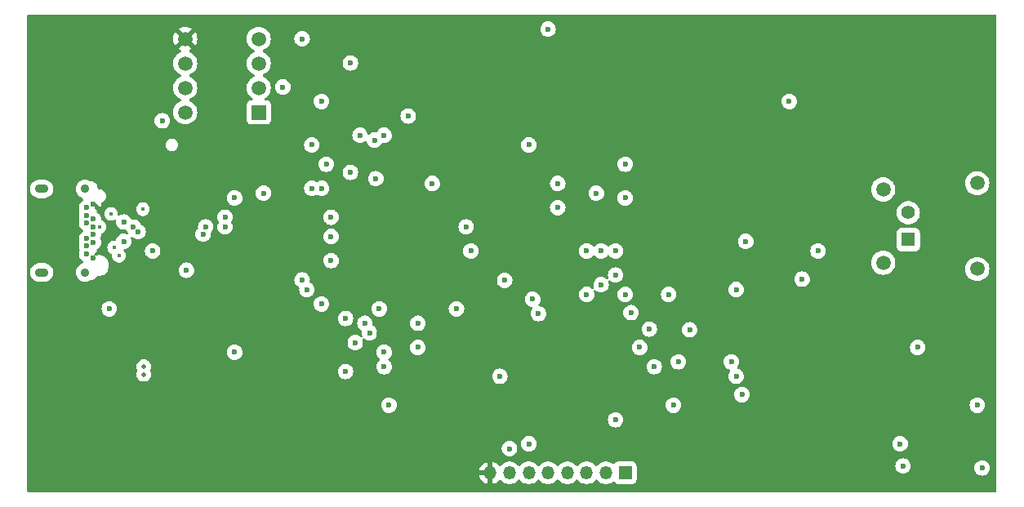
<source format=gbr>
%TF.GenerationSoftware,KiCad,Pcbnew,8.0.2*%
%TF.CreationDate,2025-01-31T23:59:09-08:00*%
%TF.ProjectId,design_revb_2chip,64657369-676e-45f7-9265-76625f326368,rev?*%
%TF.SameCoordinates,Original*%
%TF.FileFunction,Copper,L2,Inr*%
%TF.FilePolarity,Positive*%
%FSLAX46Y46*%
G04 Gerber Fmt 4.6, Leading zero omitted, Abs format (unit mm)*
G04 Created by KiCad (PCBNEW 8.0.2) date 2025-01-31 23:59:09*
%MOMM*%
%LPD*%
G01*
G04 APERTURE LIST*
%TA.AperFunction,ComponentPad*%
%ADD10C,0.499999*%
%TD*%
%TA.AperFunction,ComponentPad*%
%ADD11C,0.600000*%
%TD*%
%TA.AperFunction,ComponentPad*%
%ADD12C,0.900000*%
%TD*%
%TA.AperFunction,ComponentPad*%
%ADD13O,1.400000X0.900000*%
%TD*%
%TA.AperFunction,ComponentPad*%
%ADD14R,1.350000X1.350000*%
%TD*%
%TA.AperFunction,ComponentPad*%
%ADD15O,1.350000X1.350000*%
%TD*%
%TA.AperFunction,ComponentPad*%
%ADD16R,1.498600X1.498600*%
%TD*%
%TA.AperFunction,ComponentPad*%
%ADD17C,1.498600*%
%TD*%
%TA.AperFunction,ComponentPad*%
%ADD18R,1.400000X1.400000*%
%TD*%
%TA.AperFunction,ComponentPad*%
%ADD19C,1.400000*%
%TD*%
%TA.AperFunction,ComponentPad*%
%ADD20C,1.500000*%
%TD*%
%TA.AperFunction,ViaPad*%
%ADD21C,0.600000*%
%TD*%
%TA.AperFunction,ViaPad*%
%ADD22C,0.406400*%
%TD*%
G04 APERTURE END LIST*
D10*
%TO.N,N/C*%
%TO.C,U2*%
X165087500Y-88000000D03*
X165087500Y-88799998D03*
%TD*%
D11*
%TO.N,GND*%
%TO.C,J4*%
X159850000Y-76700000D03*
%TO.N,/USB_SIDE/USB3_TXP*%
X159150000Y-76300000D03*
%TO.N,/USB_SIDE/USB3_TXN*%
X159150000Y-75500000D03*
%TO.N,VBUS*%
X159850000Y-75100000D03*
%TO.N,unconnected-(J4-CC2-PadB5)*%
X159150000Y-74700000D03*
%TO.N,/USB_SIDE/USB2_P*%
X159850000Y-74300000D03*
%TO.N,/USB_SIDE/USB2_N*%
X159850000Y-73500000D03*
%TO.N,unconnected-(J4-SBU2-PadB8)*%
X159150000Y-73100000D03*
%TO.N,VBUS*%
X159850000Y-72700000D03*
%TO.N,/USB_SIDE/USB3_RXN*%
X159150000Y-72300000D03*
%TO.N,/USB_SIDE/USB3_RXP*%
X159150000Y-71500000D03*
%TO.N,GND*%
X159850000Y-71100000D03*
D12*
%TO.N,USB_SHIELD*%
X159000000Y-78230000D03*
X159000000Y-69570000D03*
D13*
X154500000Y-69570000D03*
X154500000Y-78230000D03*
%TD*%
D14*
%TO.N,GPIO10*%
%TO.C,J2*%
X215000000Y-99000000D03*
D15*
%TO.N,GPIO9*%
X213000000Y-99000000D03*
%TO.N,GPIO8*%
X211000000Y-99000000D03*
%TO.N,GPIO7*%
X209000000Y-99000000D03*
%TO.N,GPIO6*%
X207000000Y-99000000D03*
%TO.N,GPIO5*%
X205000000Y-99000000D03*
%TO.N,GPIO4*%
X203000000Y-99000000D03*
%TO.N,GND*%
X201000000Y-99000000D03*
%TD*%
D16*
%TO.N,Net-(U1-EECS{slash}GPIO0)*%
%TO.C,U3*%
X177000000Y-61620000D03*
D17*
%TO.N,Net-(U1-EECLK{slash}GPIO3)*%
X177000000Y-59080000D03*
%TO.N,Net-(U1-EEDI{slash}GPIO1)*%
X177000000Y-56540000D03*
%TO.N,Net-(U1-EEDO{slash}GPIO2)*%
X177000000Y-54000000D03*
%TO.N,GND*%
X169380000Y-54000000D03*
%TO.N,Net-(U3-ORG)*%
X169380000Y-56540000D03*
%TO.N,unconnected-(U3-NC-Pad7)*%
X169380000Y-59080000D03*
%TO.N,VDD33A*%
X169380000Y-61620000D03*
%TD*%
D18*
%TO.N,/ETH_SIDE/BI_DA+*%
%TO.C,J3*%
X244351048Y-74819040D03*
D19*
%TO.N,/ETH_SIDE/BI_DA-*%
X244351048Y-72019040D03*
D20*
%TO.N,Net-(J3-GND_1)*%
X241751048Y-69619040D03*
X241751048Y-77219040D03*
X251501048Y-68969040D03*
X251501048Y-77869040D03*
%TD*%
D21*
%TO.N,GND*%
X223500000Y-65500000D03*
X192000000Y-76500000D03*
X192000000Y-74500000D03*
X233000000Y-63000000D03*
X189000000Y-76500000D03*
X220500000Y-76500000D03*
X189000000Y-75500000D03*
X188000000Y-74500000D03*
X180500000Y-72500000D03*
X189000000Y-73500000D03*
X214000000Y-89000000D03*
X191000000Y-76500000D03*
X218500000Y-76500000D03*
X193000000Y-73500000D03*
X189000000Y-78500000D03*
X193000000Y-75500000D03*
X163000000Y-78500000D03*
X220500000Y-74500000D03*
X194500000Y-68000000D03*
X189000000Y-77500000D03*
X193000000Y-78500000D03*
X183500000Y-85500000D03*
X200007231Y-80507232D03*
X210500000Y-58500000D03*
X191000000Y-73500000D03*
X185000000Y-85000000D03*
X189000000Y-74500000D03*
X155087500Y-87000000D03*
X167000000Y-54000000D03*
X189424407Y-84619715D03*
X188000000Y-76500000D03*
X190000000Y-78500000D03*
X190500000Y-58000000D03*
X191000000Y-77500000D03*
X192000000Y-73500000D03*
X193000000Y-74500000D03*
X188000000Y-78500000D03*
X191000000Y-74500000D03*
X216287863Y-56208422D03*
X188000000Y-73500000D03*
X233000000Y-68500000D03*
X190000000Y-74500000D03*
X163087500Y-86500000D03*
X186000000Y-85500000D03*
X185500000Y-87000000D03*
X252387335Y-87387335D03*
X163087500Y-90500000D03*
X191500000Y-91000000D03*
X190000000Y-77500000D03*
X198500000Y-57000000D03*
X192000000Y-77500000D03*
X191000000Y-75500000D03*
X184000000Y-93500000D03*
X248000000Y-62000000D03*
X188000000Y-75500000D03*
X201500000Y-73500000D03*
X165500000Y-86500000D03*
X193000000Y-77500000D03*
X192000000Y-78500000D03*
X190000000Y-73500000D03*
X193000000Y-76500000D03*
X186500000Y-64345000D03*
X201500000Y-76000000D03*
X235000000Y-67500000D03*
X190000000Y-75500000D03*
X155000000Y-85000000D03*
X165500000Y-65500000D03*
X192000000Y-75500000D03*
X227500000Y-85000000D03*
X191000000Y-78500000D03*
X163000000Y-70500000D03*
X201000000Y-97000000D03*
X198500000Y-62500000D03*
X188000000Y-77500000D03*
X198000000Y-85000000D03*
X190000000Y-76500000D03*
X220000000Y-60500000D03*
X196500000Y-83510416D03*
X176500000Y-79500000D03*
X218500000Y-74500000D03*
%TO.N,VDD33A*%
X189149999Y-68500000D03*
X183500000Y-81500000D03*
X195000000Y-69000000D03*
X187000000Y-85500000D03*
X243801827Y-98301827D03*
X174500000Y-86500000D03*
X198500000Y-73500000D03*
X199000000Y-76000000D03*
X202000000Y-89000000D03*
X182500000Y-65000000D03*
X207000000Y-53000000D03*
X192500000Y-62000000D03*
X184500000Y-72500000D03*
X186000000Y-83000000D03*
X220000000Y-92000000D03*
X167000000Y-62500000D03*
X245329331Y-86000000D03*
X202500000Y-79050001D03*
X232000000Y-60500000D03*
%TO.N,VDD12A*%
X189500000Y-82000000D03*
X186500000Y-67845000D03*
X184500000Y-74500000D03*
X193500000Y-83500000D03*
X184500000Y-77000000D03*
%TO.N,VDD12*%
X183500000Y-60500000D03*
%TO.N,XI*%
X186000000Y-88500000D03*
X188000000Y-83500000D03*
%TO.N,XO*%
X190500000Y-92000000D03*
X188500000Y-84500000D03*
%TO.N,/ETH_SIDE/VddioA*%
X205000000Y-65000000D03*
X215000000Y-80500000D03*
%TO.N,/ETH_SIDE/Vdd1p0A*%
X226500000Y-80000000D03*
X215000000Y-67000000D03*
%TO.N,/ETH_SIDE/Vdda3p3*%
X221674265Y-84174265D03*
X220500001Y-87500000D03*
%TO.N,Net-(D4-K)*%
X251500000Y-92000000D03*
%TO.N,/ETH_SIDE/LED_1*%
X252000000Y-98500000D03*
X218000000Y-88000000D03*
%TO.N,VBUS*%
X163000000Y-73000000D03*
X163000000Y-75000000D03*
X161500000Y-82000000D03*
%TO.N,/ETH_SIDE/LED_0_STRP_ON*%
X243500000Y-96000000D03*
%TO.N,GPIO4*%
X203000000Y-96500000D03*
X173500000Y-72500000D03*
%TO.N,GPIO5*%
X205000000Y-96000000D03*
X173500000Y-73500000D03*
%TO.N,RESET_N*%
X177500000Y-70000000D03*
X182000000Y-80000000D03*
X174500000Y-70500000D03*
X184000000Y-67000000D03*
%TO.N,TEST*%
X181500000Y-79000000D03*
%TO.N,Net-(U1-EECLK{slash}GPIO3)*%
X187500000Y-64000000D03*
X179500000Y-59000000D03*
%TO.N,RXD2*%
X208000000Y-69000000D03*
X227100000Y-90900000D03*
%TO.N,TXD3*%
X211000000Y-80500000D03*
X211000000Y-76000000D03*
%TO.N,RX_CTL*%
X227500000Y-75000000D03*
X208000000Y-71500000D03*
%TO.N,RXD1*%
X226500000Y-89000000D03*
X212000000Y-70000000D03*
%TO.N,TXD2*%
X212500000Y-79500000D03*
X212500000Y-76000000D03*
%TO.N,Net-(U1-EEDO{slash}GPIO2)*%
X189000000Y-64500000D03*
X181500000Y-54000000D03*
%TO.N,TXD1*%
X214000000Y-78500000D03*
X214000000Y-76000000D03*
%TO.N,Net-(U1-EEDI{slash}GPIO1)*%
X190000000Y-64000000D03*
X186500000Y-56500000D03*
%TO.N,RXD0*%
X226000000Y-87500000D03*
X215000000Y-70500000D03*
%TO.N,PHY_RESET_N*%
X182500000Y-69500000D03*
X206000000Y-82500000D03*
%TO.N,MDC*%
X190000000Y-86500000D03*
X217499999Y-84100000D03*
%TO.N,PHY_INT_N*%
X183500000Y-69500000D03*
X205400000Y-81000000D03*
%TO.N,REF_25CLK*%
X219500000Y-80500000D03*
X193500000Y-86000000D03*
%TO.N,/ETH_SIDE/BI_DA+*%
X235000000Y-76000000D03*
X233340910Y-78925117D03*
%TO.N,MDIO*%
X216500000Y-86000000D03*
X190000000Y-88000000D03*
D22*
%TO.N,/USB_SIDE/USB2_P*%
X160500000Y-73500000D03*
D21*
X171500000Y-73500000D03*
X164000000Y-73500000D03*
%TO.N,/USB_SIDE/USB2_N*%
X164500000Y-74000000D03*
X171234835Y-74265165D03*
%TO.N,/ETH_SIDE/LED_0_DIP*%
X214000000Y-93500000D03*
X215600000Y-82400000D03*
D22*
%TO.N,/USB_SIDE/USB3_TXN*%
X161685001Y-72150000D03*
%TO.N,/USB_SIDE/USB3_RXN*%
X162000000Y-75650000D03*
D21*
X169500000Y-78000000D03*
X166000000Y-76000000D03*
D22*
%TO.N,/USB_SIDE/USB3_RXP*%
X162500000Y-76500000D03*
%TO.N,/USB_SIDE/USB3_TXP*%
X164993200Y-71675000D03*
X164993200Y-71675000D03*
D21*
%TO.N,VDD33A*%
X197500000Y-82000000D03*
%TD*%
%TA.AperFunction,Conductor*%
%TO.N,GND*%
G36*
X253442539Y-51520185D02*
G01*
X253488294Y-51572989D01*
X253499500Y-51624500D01*
X253499500Y-100875500D01*
X253479815Y-100942539D01*
X253427011Y-100988294D01*
X253375500Y-100999500D01*
X153124500Y-100999500D01*
X153057461Y-100979815D01*
X153011706Y-100927011D01*
X153000500Y-100875500D01*
X153000500Y-98749999D01*
X199849494Y-98749999D01*
X199849495Y-98750000D01*
X200684314Y-98750000D01*
X200679920Y-98754394D01*
X200627259Y-98845606D01*
X200600000Y-98947339D01*
X200600000Y-99052661D01*
X200627259Y-99154394D01*
X200679920Y-99245606D01*
X200684314Y-99250000D01*
X199849495Y-99250000D01*
X199899651Y-99426280D01*
X199996715Y-99621208D01*
X200127945Y-99794985D01*
X200288868Y-99941685D01*
X200474012Y-100056322D01*
X200474023Y-100056327D01*
X200677060Y-100134984D01*
X200750000Y-100148619D01*
X200750000Y-99315686D01*
X200754394Y-99320080D01*
X200845606Y-99372741D01*
X200947339Y-99400000D01*
X201052661Y-99400000D01*
X201154394Y-99372741D01*
X201245606Y-99320080D01*
X201250000Y-99315686D01*
X201250000Y-100148619D01*
X201322939Y-100134984D01*
X201525976Y-100056327D01*
X201525987Y-100056322D01*
X201711130Y-99941685D01*
X201711131Y-99941685D01*
X201872055Y-99794984D01*
X201900730Y-99757012D01*
X201956838Y-99715374D01*
X202026550Y-99710681D01*
X202087733Y-99744422D01*
X202098640Y-99757009D01*
X202117512Y-99782000D01*
X202127573Y-99795322D01*
X202288568Y-99942088D01*
X202288575Y-99942092D01*
X202288576Y-99942093D01*
X202473786Y-100056770D01*
X202473792Y-100056773D01*
X202496664Y-100065633D01*
X202676931Y-100135470D01*
X202891074Y-100175500D01*
X202891076Y-100175500D01*
X203108924Y-100175500D01*
X203108926Y-100175500D01*
X203323069Y-100135470D01*
X203526210Y-100056772D01*
X203711432Y-99942088D01*
X203872427Y-99795322D01*
X203901047Y-99757422D01*
X203957153Y-99715787D01*
X204026865Y-99711094D01*
X204088048Y-99744836D01*
X204098946Y-99757414D01*
X204127573Y-99795322D01*
X204288568Y-99942088D01*
X204288575Y-99942092D01*
X204288576Y-99942093D01*
X204473786Y-100056770D01*
X204473792Y-100056773D01*
X204496664Y-100065633D01*
X204676931Y-100135470D01*
X204891074Y-100175500D01*
X204891076Y-100175500D01*
X205108924Y-100175500D01*
X205108926Y-100175500D01*
X205323069Y-100135470D01*
X205526210Y-100056772D01*
X205711432Y-99942088D01*
X205872427Y-99795322D01*
X205901047Y-99757422D01*
X205957153Y-99715787D01*
X206026865Y-99711094D01*
X206088048Y-99744836D01*
X206098946Y-99757414D01*
X206127573Y-99795322D01*
X206288568Y-99942088D01*
X206288575Y-99942092D01*
X206288576Y-99942093D01*
X206473786Y-100056770D01*
X206473792Y-100056773D01*
X206496664Y-100065633D01*
X206676931Y-100135470D01*
X206891074Y-100175500D01*
X206891076Y-100175500D01*
X207108924Y-100175500D01*
X207108926Y-100175500D01*
X207323069Y-100135470D01*
X207526210Y-100056772D01*
X207711432Y-99942088D01*
X207872427Y-99795322D01*
X207901047Y-99757422D01*
X207957153Y-99715787D01*
X208026865Y-99711094D01*
X208088048Y-99744836D01*
X208098946Y-99757414D01*
X208127573Y-99795322D01*
X208288568Y-99942088D01*
X208288575Y-99942092D01*
X208288576Y-99942093D01*
X208473786Y-100056770D01*
X208473792Y-100056773D01*
X208496664Y-100065633D01*
X208676931Y-100135470D01*
X208891074Y-100175500D01*
X208891076Y-100175500D01*
X209108924Y-100175500D01*
X209108926Y-100175500D01*
X209323069Y-100135470D01*
X209526210Y-100056772D01*
X209711432Y-99942088D01*
X209872427Y-99795322D01*
X209901047Y-99757422D01*
X209957153Y-99715787D01*
X210026865Y-99711094D01*
X210088048Y-99744836D01*
X210098946Y-99757414D01*
X210127573Y-99795322D01*
X210288568Y-99942088D01*
X210288575Y-99942092D01*
X210288576Y-99942093D01*
X210473786Y-100056770D01*
X210473792Y-100056773D01*
X210496664Y-100065633D01*
X210676931Y-100135470D01*
X210891074Y-100175500D01*
X210891076Y-100175500D01*
X211108924Y-100175500D01*
X211108926Y-100175500D01*
X211323069Y-100135470D01*
X211526210Y-100056772D01*
X211711432Y-99942088D01*
X211872427Y-99795322D01*
X211901047Y-99757422D01*
X211957153Y-99715787D01*
X212026865Y-99711094D01*
X212088048Y-99744836D01*
X212098946Y-99757414D01*
X212127573Y-99795322D01*
X212288568Y-99942088D01*
X212288575Y-99942092D01*
X212288576Y-99942093D01*
X212473786Y-100056770D01*
X212473792Y-100056773D01*
X212496664Y-100065633D01*
X212676931Y-100135470D01*
X212891074Y-100175500D01*
X212891076Y-100175500D01*
X213108924Y-100175500D01*
X213108926Y-100175500D01*
X213323069Y-100135470D01*
X213526210Y-100056772D01*
X213711432Y-99942088D01*
X213722407Y-99932082D01*
X213785207Y-99901463D01*
X213854594Y-99909657D01*
X213905214Y-99949405D01*
X213967452Y-100032544D01*
X213967455Y-100032547D01*
X214082664Y-100118793D01*
X214082671Y-100118797D01*
X214217517Y-100169091D01*
X214217516Y-100169091D01*
X214224444Y-100169835D01*
X214277127Y-100175500D01*
X215722872Y-100175499D01*
X215782483Y-100169091D01*
X215917331Y-100118796D01*
X216032546Y-100032546D01*
X216118796Y-99917331D01*
X216169091Y-99782483D01*
X216175500Y-99722873D01*
X216175499Y-98301823D01*
X242996262Y-98301823D01*
X242996262Y-98301830D01*
X243016457Y-98481076D01*
X243016458Y-98481081D01*
X243076038Y-98651350D01*
X243158808Y-98783077D01*
X243172011Y-98804089D01*
X243299565Y-98931643D01*
X243452305Y-99027616D01*
X243622572Y-99087195D01*
X243622577Y-99087196D01*
X243801823Y-99107392D01*
X243801827Y-99107392D01*
X243801831Y-99107392D01*
X243981076Y-99087196D01*
X243981079Y-99087195D01*
X243981082Y-99087195D01*
X244151349Y-99027616D01*
X244304089Y-98931643D01*
X244431643Y-98804089D01*
X244527616Y-98651349D01*
X244580577Y-98499996D01*
X251194435Y-98499996D01*
X251194435Y-98500003D01*
X251214630Y-98679249D01*
X251214631Y-98679254D01*
X251274211Y-98849523D01*
X251368763Y-99000000D01*
X251370184Y-99002262D01*
X251497738Y-99129816D01*
X251650478Y-99225789D01*
X251820745Y-99285368D01*
X251820750Y-99285369D01*
X251999996Y-99305565D01*
X252000000Y-99305565D01*
X252000004Y-99305565D01*
X252179249Y-99285369D01*
X252179252Y-99285368D01*
X252179255Y-99285368D01*
X252349522Y-99225789D01*
X252502262Y-99129816D01*
X252629816Y-99002262D01*
X252725789Y-98849522D01*
X252785368Y-98679255D01*
X252788512Y-98651350D01*
X252805565Y-98500003D01*
X252805565Y-98499996D01*
X252785369Y-98320750D01*
X252785368Y-98320745D01*
X252749247Y-98217517D01*
X252725789Y-98150478D01*
X252708254Y-98122572D01*
X252667626Y-98057912D01*
X252629816Y-97997738D01*
X252502262Y-97870184D01*
X252472334Y-97851379D01*
X252349523Y-97774211D01*
X252179254Y-97714631D01*
X252179249Y-97714630D01*
X252000004Y-97694435D01*
X251999996Y-97694435D01*
X251820750Y-97714630D01*
X251820745Y-97714631D01*
X251650476Y-97774211D01*
X251497737Y-97870184D01*
X251370184Y-97997737D01*
X251274211Y-98150476D01*
X251214631Y-98320745D01*
X251214630Y-98320750D01*
X251194435Y-98499996D01*
X244580577Y-98499996D01*
X244587195Y-98481082D01*
X244587196Y-98481076D01*
X244607392Y-98301830D01*
X244607392Y-98301823D01*
X244587196Y-98122577D01*
X244587195Y-98122572D01*
X244562009Y-98050594D01*
X244527616Y-97952305D01*
X244431643Y-97799565D01*
X244304089Y-97672011D01*
X244151350Y-97576038D01*
X243981081Y-97516458D01*
X243981076Y-97516457D01*
X243801831Y-97496262D01*
X243801823Y-97496262D01*
X243622577Y-97516457D01*
X243622572Y-97516458D01*
X243452303Y-97576038D01*
X243299564Y-97672011D01*
X243172011Y-97799564D01*
X243076038Y-97952303D01*
X243016458Y-98122572D01*
X243016457Y-98122577D01*
X242996262Y-98301823D01*
X216175499Y-98301823D01*
X216175499Y-98277128D01*
X216169091Y-98217517D01*
X216164426Y-98205010D01*
X216118797Y-98082671D01*
X216118793Y-98082664D01*
X216032547Y-97967455D01*
X216032544Y-97967452D01*
X215917335Y-97881206D01*
X215917328Y-97881202D01*
X215782482Y-97830908D01*
X215782483Y-97830908D01*
X215722883Y-97824501D01*
X215722881Y-97824500D01*
X215722873Y-97824500D01*
X215722864Y-97824500D01*
X214277129Y-97824500D01*
X214277123Y-97824501D01*
X214217516Y-97830908D01*
X214082671Y-97881202D01*
X214082664Y-97881206D01*
X213967455Y-97967452D01*
X213905214Y-98050594D01*
X213849279Y-98092465D01*
X213779588Y-98097448D01*
X213722411Y-98067920D01*
X213711434Y-98057913D01*
X213711429Y-98057910D01*
X213526213Y-97943229D01*
X213526207Y-97943226D01*
X213441113Y-97910260D01*
X213323069Y-97864530D01*
X213108926Y-97824500D01*
X212891074Y-97824500D01*
X212676931Y-97864530D01*
X212633896Y-97881202D01*
X212473792Y-97943226D01*
X212473786Y-97943229D01*
X212288576Y-98057906D01*
X212288566Y-98057913D01*
X212127573Y-98204676D01*
X212098953Y-98242576D01*
X212042844Y-98284211D01*
X211973132Y-98288902D01*
X211911950Y-98255159D01*
X211901047Y-98242576D01*
X211872426Y-98204676D01*
X211711433Y-98057913D01*
X211711423Y-98057906D01*
X211526213Y-97943229D01*
X211526207Y-97943226D01*
X211441113Y-97910260D01*
X211323069Y-97864530D01*
X211108926Y-97824500D01*
X210891074Y-97824500D01*
X210676931Y-97864530D01*
X210633896Y-97881202D01*
X210473792Y-97943226D01*
X210473786Y-97943229D01*
X210288576Y-98057906D01*
X210288566Y-98057913D01*
X210127573Y-98204676D01*
X210098953Y-98242576D01*
X210042844Y-98284211D01*
X209973132Y-98288902D01*
X209911950Y-98255159D01*
X209901047Y-98242576D01*
X209872426Y-98204676D01*
X209711433Y-98057913D01*
X209711423Y-98057906D01*
X209526213Y-97943229D01*
X209526207Y-97943226D01*
X209441113Y-97910260D01*
X209323069Y-97864530D01*
X209108926Y-97824500D01*
X208891074Y-97824500D01*
X208676931Y-97864530D01*
X208633896Y-97881202D01*
X208473792Y-97943226D01*
X208473786Y-97943229D01*
X208288576Y-98057906D01*
X208288566Y-98057913D01*
X208127573Y-98204676D01*
X208098953Y-98242576D01*
X208042844Y-98284211D01*
X207973132Y-98288902D01*
X207911950Y-98255159D01*
X207901047Y-98242576D01*
X207872426Y-98204676D01*
X207711433Y-98057913D01*
X207711423Y-98057906D01*
X207526213Y-97943229D01*
X207526207Y-97943226D01*
X207441113Y-97910260D01*
X207323069Y-97864530D01*
X207108926Y-97824500D01*
X206891074Y-97824500D01*
X206676931Y-97864530D01*
X206633896Y-97881202D01*
X206473792Y-97943226D01*
X206473786Y-97943229D01*
X206288576Y-98057906D01*
X206288566Y-98057913D01*
X206127573Y-98204676D01*
X206098953Y-98242576D01*
X206042844Y-98284211D01*
X205973132Y-98288902D01*
X205911950Y-98255159D01*
X205901047Y-98242576D01*
X205872426Y-98204676D01*
X205711433Y-98057913D01*
X205711423Y-98057906D01*
X205526213Y-97943229D01*
X205526207Y-97943226D01*
X205441113Y-97910260D01*
X205323069Y-97864530D01*
X205108926Y-97824500D01*
X204891074Y-97824500D01*
X204676931Y-97864530D01*
X204633896Y-97881202D01*
X204473792Y-97943226D01*
X204473786Y-97943229D01*
X204288576Y-98057906D01*
X204288566Y-98057913D01*
X204127573Y-98204676D01*
X204098953Y-98242576D01*
X204042844Y-98284211D01*
X203973132Y-98288902D01*
X203911950Y-98255159D01*
X203901047Y-98242576D01*
X203872426Y-98204676D01*
X203711433Y-98057913D01*
X203711423Y-98057906D01*
X203526213Y-97943229D01*
X203526207Y-97943226D01*
X203441113Y-97910260D01*
X203323069Y-97864530D01*
X203108926Y-97824500D01*
X202891074Y-97824500D01*
X202676931Y-97864530D01*
X202633896Y-97881202D01*
X202473792Y-97943226D01*
X202473786Y-97943229D01*
X202288576Y-98057906D01*
X202288566Y-98057913D01*
X202127574Y-98204676D01*
X202098640Y-98242991D01*
X202042530Y-98284627D01*
X201972818Y-98289318D01*
X201911637Y-98255576D01*
X201900731Y-98242990D01*
X201872051Y-98205011D01*
X201872050Y-98205010D01*
X201711131Y-98058314D01*
X201525987Y-97943677D01*
X201525985Y-97943676D01*
X201322931Y-97865013D01*
X201322921Y-97865010D01*
X201250001Y-97851378D01*
X201250000Y-97851379D01*
X201250000Y-98684314D01*
X201245606Y-98679920D01*
X201154394Y-98627259D01*
X201052661Y-98600000D01*
X200947339Y-98600000D01*
X200845606Y-98627259D01*
X200754394Y-98679920D01*
X200750000Y-98684314D01*
X200750000Y-97851379D01*
X200749998Y-97851378D01*
X200677078Y-97865010D01*
X200677068Y-97865013D01*
X200474014Y-97943676D01*
X200474012Y-97943677D01*
X200288869Y-98058314D01*
X200288868Y-98058314D01*
X200127945Y-98205014D01*
X199996715Y-98378791D01*
X199899651Y-98573719D01*
X199849494Y-98749999D01*
X153000500Y-98749999D01*
X153000500Y-96499996D01*
X202194435Y-96499996D01*
X202194435Y-96500003D01*
X202214630Y-96679249D01*
X202214631Y-96679254D01*
X202274211Y-96849523D01*
X202370184Y-97002262D01*
X202497738Y-97129816D01*
X202650478Y-97225789D01*
X202820745Y-97285368D01*
X202820750Y-97285369D01*
X202999996Y-97305565D01*
X203000000Y-97305565D01*
X203000004Y-97305565D01*
X203179249Y-97285369D01*
X203179252Y-97285368D01*
X203179255Y-97285368D01*
X203349522Y-97225789D01*
X203502262Y-97129816D01*
X203629816Y-97002262D01*
X203725789Y-96849522D01*
X203785368Y-96679255D01*
X203785369Y-96679249D01*
X203805565Y-96500003D01*
X203805565Y-96499996D01*
X203785369Y-96320750D01*
X203785368Y-96320745D01*
X203725789Y-96150478D01*
X203631235Y-95999996D01*
X204194435Y-95999996D01*
X204194435Y-96000003D01*
X204214630Y-96179249D01*
X204214631Y-96179254D01*
X204274211Y-96349523D01*
X204368760Y-96499996D01*
X204370184Y-96502262D01*
X204497738Y-96629816D01*
X204650478Y-96725789D01*
X204820745Y-96785368D01*
X204820750Y-96785369D01*
X204999996Y-96805565D01*
X205000000Y-96805565D01*
X205000004Y-96805565D01*
X205179249Y-96785369D01*
X205179252Y-96785368D01*
X205179255Y-96785368D01*
X205349522Y-96725789D01*
X205502262Y-96629816D01*
X205629816Y-96502262D01*
X205725789Y-96349522D01*
X205785368Y-96179255D01*
X205785369Y-96179249D01*
X205805565Y-96000003D01*
X205805565Y-95999996D01*
X242694435Y-95999996D01*
X242694435Y-96000003D01*
X242714630Y-96179249D01*
X242714631Y-96179254D01*
X242774211Y-96349523D01*
X242868760Y-96499996D01*
X242870184Y-96502262D01*
X242997738Y-96629816D01*
X243150478Y-96725789D01*
X243320745Y-96785368D01*
X243320750Y-96785369D01*
X243499996Y-96805565D01*
X243500000Y-96805565D01*
X243500004Y-96805565D01*
X243679249Y-96785369D01*
X243679252Y-96785368D01*
X243679255Y-96785368D01*
X243849522Y-96725789D01*
X244002262Y-96629816D01*
X244129816Y-96502262D01*
X244225789Y-96349522D01*
X244285368Y-96179255D01*
X244285369Y-96179249D01*
X244305565Y-96000003D01*
X244305565Y-95999996D01*
X244285369Y-95820750D01*
X244285368Y-95820745D01*
X244225788Y-95650476D01*
X244129815Y-95497737D01*
X244002262Y-95370184D01*
X243849523Y-95274211D01*
X243679254Y-95214631D01*
X243679249Y-95214630D01*
X243500004Y-95194435D01*
X243499996Y-95194435D01*
X243320750Y-95214630D01*
X243320745Y-95214631D01*
X243150476Y-95274211D01*
X242997737Y-95370184D01*
X242870184Y-95497737D01*
X242774211Y-95650476D01*
X242714631Y-95820745D01*
X242714630Y-95820750D01*
X242694435Y-95999996D01*
X205805565Y-95999996D01*
X205785369Y-95820750D01*
X205785368Y-95820745D01*
X205725788Y-95650476D01*
X205629815Y-95497737D01*
X205502262Y-95370184D01*
X205349523Y-95274211D01*
X205179254Y-95214631D01*
X205179249Y-95214630D01*
X205000004Y-95194435D01*
X204999996Y-95194435D01*
X204820750Y-95214630D01*
X204820745Y-95214631D01*
X204650476Y-95274211D01*
X204497737Y-95370184D01*
X204370184Y-95497737D01*
X204274211Y-95650476D01*
X204214631Y-95820745D01*
X204214630Y-95820750D01*
X204194435Y-95999996D01*
X203631235Y-95999996D01*
X203629816Y-95997738D01*
X203502262Y-95870184D01*
X203349523Y-95774211D01*
X203179254Y-95714631D01*
X203179249Y-95714630D01*
X203000004Y-95694435D01*
X202999996Y-95694435D01*
X202820750Y-95714630D01*
X202820745Y-95714631D01*
X202650476Y-95774211D01*
X202497737Y-95870184D01*
X202370184Y-95997737D01*
X202274211Y-96150476D01*
X202214631Y-96320745D01*
X202214630Y-96320750D01*
X202194435Y-96499996D01*
X153000500Y-96499996D01*
X153000500Y-93499996D01*
X213194435Y-93499996D01*
X213194435Y-93500003D01*
X213214630Y-93679249D01*
X213214631Y-93679254D01*
X213274211Y-93849523D01*
X213370184Y-94002262D01*
X213497738Y-94129816D01*
X213650478Y-94225789D01*
X213820745Y-94285368D01*
X213820750Y-94285369D01*
X213999996Y-94305565D01*
X214000000Y-94305565D01*
X214000004Y-94305565D01*
X214179249Y-94285369D01*
X214179252Y-94285368D01*
X214179255Y-94285368D01*
X214349522Y-94225789D01*
X214502262Y-94129816D01*
X214629816Y-94002262D01*
X214725789Y-93849522D01*
X214785368Y-93679255D01*
X214805565Y-93500000D01*
X214785368Y-93320745D01*
X214725789Y-93150478D01*
X214629816Y-92997738D01*
X214502262Y-92870184D01*
X214399422Y-92805565D01*
X214349523Y-92774211D01*
X214179254Y-92714631D01*
X214179249Y-92714630D01*
X214000004Y-92694435D01*
X213999996Y-92694435D01*
X213820750Y-92714630D01*
X213820745Y-92714631D01*
X213650476Y-92774211D01*
X213497737Y-92870184D01*
X213370184Y-92997737D01*
X213274211Y-93150476D01*
X213214631Y-93320745D01*
X213214630Y-93320750D01*
X213194435Y-93499996D01*
X153000500Y-93499996D01*
X153000500Y-91999996D01*
X189694435Y-91999996D01*
X189694435Y-92000003D01*
X189714630Y-92179249D01*
X189714631Y-92179254D01*
X189774211Y-92349523D01*
X189870184Y-92502262D01*
X189997738Y-92629816D01*
X190088080Y-92686582D01*
X190132721Y-92714632D01*
X190150478Y-92725789D01*
X190288860Y-92774211D01*
X190320745Y-92785368D01*
X190320750Y-92785369D01*
X190499996Y-92805565D01*
X190500000Y-92805565D01*
X190500004Y-92805565D01*
X190679249Y-92785369D01*
X190679252Y-92785368D01*
X190679255Y-92785368D01*
X190849522Y-92725789D01*
X191002262Y-92629816D01*
X191129816Y-92502262D01*
X191225789Y-92349522D01*
X191285368Y-92179255D01*
X191305565Y-92000000D01*
X191305565Y-91999996D01*
X219194435Y-91999996D01*
X219194435Y-92000003D01*
X219214630Y-92179249D01*
X219214631Y-92179254D01*
X219274211Y-92349523D01*
X219370184Y-92502262D01*
X219497738Y-92629816D01*
X219588080Y-92686582D01*
X219632721Y-92714632D01*
X219650478Y-92725789D01*
X219788860Y-92774211D01*
X219820745Y-92785368D01*
X219820750Y-92785369D01*
X219999996Y-92805565D01*
X220000000Y-92805565D01*
X220000004Y-92805565D01*
X220179249Y-92785369D01*
X220179252Y-92785368D01*
X220179255Y-92785368D01*
X220349522Y-92725789D01*
X220502262Y-92629816D01*
X220629816Y-92502262D01*
X220725789Y-92349522D01*
X220785368Y-92179255D01*
X220805565Y-92000000D01*
X220805565Y-91999996D01*
X250694435Y-91999996D01*
X250694435Y-92000003D01*
X250714630Y-92179249D01*
X250714631Y-92179254D01*
X250774211Y-92349523D01*
X250870184Y-92502262D01*
X250997738Y-92629816D01*
X251088080Y-92686582D01*
X251132721Y-92714632D01*
X251150478Y-92725789D01*
X251288860Y-92774211D01*
X251320745Y-92785368D01*
X251320750Y-92785369D01*
X251499996Y-92805565D01*
X251500000Y-92805565D01*
X251500004Y-92805565D01*
X251679249Y-92785369D01*
X251679252Y-92785368D01*
X251679255Y-92785368D01*
X251849522Y-92725789D01*
X252002262Y-92629816D01*
X252129816Y-92502262D01*
X252225789Y-92349522D01*
X252285368Y-92179255D01*
X252305565Y-92000000D01*
X252285368Y-91820745D01*
X252225789Y-91650478D01*
X252129816Y-91497738D01*
X252002262Y-91370184D01*
X251849523Y-91274211D01*
X251679254Y-91214631D01*
X251679249Y-91214630D01*
X251500004Y-91194435D01*
X251499996Y-91194435D01*
X251320750Y-91214630D01*
X251320745Y-91214631D01*
X251150476Y-91274211D01*
X250997737Y-91370184D01*
X250870184Y-91497737D01*
X250774211Y-91650476D01*
X250714631Y-91820745D01*
X250714630Y-91820750D01*
X250694435Y-91999996D01*
X220805565Y-91999996D01*
X220785368Y-91820745D01*
X220725789Y-91650478D01*
X220629816Y-91497738D01*
X220502262Y-91370184D01*
X220349523Y-91274211D01*
X220179254Y-91214631D01*
X220179249Y-91214630D01*
X220000004Y-91194435D01*
X219999996Y-91194435D01*
X219820750Y-91214630D01*
X219820745Y-91214631D01*
X219650476Y-91274211D01*
X219497737Y-91370184D01*
X219370184Y-91497737D01*
X219274211Y-91650476D01*
X219214631Y-91820745D01*
X219214630Y-91820750D01*
X219194435Y-91999996D01*
X191305565Y-91999996D01*
X191285368Y-91820745D01*
X191225789Y-91650478D01*
X191129816Y-91497738D01*
X191002262Y-91370184D01*
X190849523Y-91274211D01*
X190679254Y-91214631D01*
X190679249Y-91214630D01*
X190500004Y-91194435D01*
X190499996Y-91194435D01*
X190320750Y-91214630D01*
X190320745Y-91214631D01*
X190150476Y-91274211D01*
X189997737Y-91370184D01*
X189870184Y-91497737D01*
X189774211Y-91650476D01*
X189714631Y-91820745D01*
X189714630Y-91820750D01*
X189694435Y-91999996D01*
X153000500Y-91999996D01*
X153000500Y-90899996D01*
X226294435Y-90899996D01*
X226294435Y-90900003D01*
X226314630Y-91079249D01*
X226314631Y-91079254D01*
X226374211Y-91249523D01*
X226389724Y-91274211D01*
X226470184Y-91402262D01*
X226597738Y-91529816D01*
X226750478Y-91625789D01*
X226920745Y-91685368D01*
X226920750Y-91685369D01*
X227099996Y-91705565D01*
X227100000Y-91705565D01*
X227100004Y-91705565D01*
X227279249Y-91685369D01*
X227279252Y-91685368D01*
X227279255Y-91685368D01*
X227449522Y-91625789D01*
X227602262Y-91529816D01*
X227729816Y-91402262D01*
X227825789Y-91249522D01*
X227885368Y-91079255D01*
X227905565Y-90900000D01*
X227885368Y-90720745D01*
X227825789Y-90550478D01*
X227729816Y-90397738D01*
X227602262Y-90270184D01*
X227449523Y-90174211D01*
X227279254Y-90114631D01*
X227279249Y-90114630D01*
X227100004Y-90094435D01*
X227099996Y-90094435D01*
X226920750Y-90114630D01*
X226920745Y-90114631D01*
X226750476Y-90174211D01*
X226597737Y-90270184D01*
X226470184Y-90397737D01*
X226374211Y-90550476D01*
X226314631Y-90720745D01*
X226314630Y-90720750D01*
X226294435Y-90899996D01*
X153000500Y-90899996D01*
X153000500Y-87999997D01*
X164332252Y-87999997D01*
X164332252Y-88000002D01*
X164351186Y-88168053D01*
X164351187Y-88168056D01*
X164407045Y-88327691D01*
X164411027Y-88334028D01*
X164430027Y-88401265D01*
X164411027Y-88465970D01*
X164407045Y-88472306D01*
X164351187Y-88631941D01*
X164351186Y-88631944D01*
X164332252Y-88799995D01*
X164332252Y-88800000D01*
X164351186Y-88968051D01*
X164351187Y-88968054D01*
X164407045Y-89127689D01*
X164468685Y-89225788D01*
X164497023Y-89270887D01*
X164616611Y-89390475D01*
X164759810Y-89480453D01*
X164919442Y-89536310D01*
X164919443Y-89536310D01*
X164919446Y-89536311D01*
X165087497Y-89555246D01*
X165087500Y-89555246D01*
X165087503Y-89555246D01*
X165255553Y-89536311D01*
X165255554Y-89536310D01*
X165255558Y-89536310D01*
X165415190Y-89480453D01*
X165558389Y-89390475D01*
X165677977Y-89270887D01*
X165767955Y-89127688D01*
X165823812Y-88968056D01*
X165840411Y-88820745D01*
X165842748Y-88800000D01*
X165842748Y-88799995D01*
X165823813Y-88631944D01*
X165823812Y-88631941D01*
X165823812Y-88631940D01*
X165777643Y-88499996D01*
X185194435Y-88499996D01*
X185194435Y-88500003D01*
X185214630Y-88679249D01*
X185214631Y-88679254D01*
X185274211Y-88849523D01*
X185348688Y-88968051D01*
X185370184Y-89002262D01*
X185497738Y-89129816D01*
X185650478Y-89225789D01*
X185779361Y-89270887D01*
X185820745Y-89285368D01*
X185820750Y-89285369D01*
X185999996Y-89305565D01*
X186000000Y-89305565D01*
X186000004Y-89305565D01*
X186179249Y-89285369D01*
X186179252Y-89285368D01*
X186179255Y-89285368D01*
X186349522Y-89225789D01*
X186502262Y-89129816D01*
X186629816Y-89002262D01*
X186631240Y-88999996D01*
X201194435Y-88999996D01*
X201194435Y-89000003D01*
X201214630Y-89179249D01*
X201214631Y-89179254D01*
X201274211Y-89349523D01*
X201356480Y-89480452D01*
X201370184Y-89502262D01*
X201497738Y-89629816D01*
X201650478Y-89725789D01*
X201820745Y-89785368D01*
X201820750Y-89785369D01*
X201999996Y-89805565D01*
X202000000Y-89805565D01*
X202000004Y-89805565D01*
X202179249Y-89785369D01*
X202179252Y-89785368D01*
X202179255Y-89785368D01*
X202349522Y-89725789D01*
X202502262Y-89629816D01*
X202629816Y-89502262D01*
X202725789Y-89349522D01*
X202785368Y-89179255D01*
X202785369Y-89179249D01*
X202805565Y-89000003D01*
X202805565Y-88999996D01*
X202785369Y-88820750D01*
X202785368Y-88820745D01*
X202752141Y-88725788D01*
X202725789Y-88650478D01*
X202714141Y-88631941D01*
X202686582Y-88588080D01*
X202629816Y-88497738D01*
X202502262Y-88370184D01*
X202434635Y-88327691D01*
X202349523Y-88274211D01*
X202179254Y-88214631D01*
X202179249Y-88214630D01*
X202000004Y-88194435D01*
X201999996Y-88194435D01*
X201820750Y-88214630D01*
X201820745Y-88214631D01*
X201650476Y-88274211D01*
X201497737Y-88370184D01*
X201370184Y-88497737D01*
X201274211Y-88650476D01*
X201214631Y-88820745D01*
X201214630Y-88820750D01*
X201194435Y-88999996D01*
X186631240Y-88999996D01*
X186725789Y-88849522D01*
X186785368Y-88679255D01*
X186785369Y-88679249D01*
X186805565Y-88500003D01*
X186805565Y-88499996D01*
X186785369Y-88320750D01*
X186785368Y-88320745D01*
X186748237Y-88214630D01*
X186725789Y-88150478D01*
X186629816Y-87997738D01*
X186502262Y-87870184D01*
X186441402Y-87831943D01*
X186349523Y-87774211D01*
X186179254Y-87714631D01*
X186179249Y-87714630D01*
X186000004Y-87694435D01*
X185999996Y-87694435D01*
X185820750Y-87714630D01*
X185820745Y-87714631D01*
X185650476Y-87774211D01*
X185497737Y-87870184D01*
X185370184Y-87997737D01*
X185274211Y-88150476D01*
X185214631Y-88320745D01*
X185214630Y-88320750D01*
X185194435Y-88499996D01*
X165777643Y-88499996D01*
X165767955Y-88472308D01*
X165763974Y-88465973D01*
X165744973Y-88398738D01*
X165763975Y-88334024D01*
X165767955Y-88327690D01*
X165823812Y-88168058D01*
X165829219Y-88120077D01*
X165842748Y-88000002D01*
X165842748Y-87999997D01*
X165823813Y-87831946D01*
X165823812Y-87831943D01*
X165819895Y-87820750D01*
X165767955Y-87672310D01*
X165677977Y-87529111D01*
X165558389Y-87409523D01*
X165495785Y-87370186D01*
X165415191Y-87319545D01*
X165255556Y-87263687D01*
X165255553Y-87263686D01*
X165087503Y-87244752D01*
X165087497Y-87244752D01*
X164919446Y-87263686D01*
X164919443Y-87263687D01*
X164759808Y-87319545D01*
X164616610Y-87409523D01*
X164497023Y-87529110D01*
X164407045Y-87672308D01*
X164351187Y-87831943D01*
X164351186Y-87831946D01*
X164332252Y-87999997D01*
X153000500Y-87999997D01*
X153000500Y-86499996D01*
X173694435Y-86499996D01*
X173694435Y-86500003D01*
X173714630Y-86679249D01*
X173714631Y-86679254D01*
X173774211Y-86849523D01*
X173867341Y-86997737D01*
X173870184Y-87002262D01*
X173997738Y-87129816D01*
X174061305Y-87169758D01*
X174132721Y-87214632D01*
X174150478Y-87225789D01*
X174288860Y-87274211D01*
X174320745Y-87285368D01*
X174320750Y-87285369D01*
X174499996Y-87305565D01*
X174500000Y-87305565D01*
X174500004Y-87305565D01*
X174679249Y-87285369D01*
X174679252Y-87285368D01*
X174679255Y-87285368D01*
X174849522Y-87225789D01*
X175002262Y-87129816D01*
X175129816Y-87002262D01*
X175225789Y-86849522D01*
X175285368Y-86679255D01*
X175285369Y-86679249D01*
X175305565Y-86500003D01*
X175305565Y-86499996D01*
X189194435Y-86499996D01*
X189194435Y-86500003D01*
X189214630Y-86679249D01*
X189214631Y-86679254D01*
X189274211Y-86849523D01*
X189367341Y-86997737D01*
X189370184Y-87002262D01*
X189497738Y-87129816D01*
X189521911Y-87145005D01*
X189521913Y-87145006D01*
X189568204Y-87197341D01*
X189578852Y-87266395D01*
X189550477Y-87330243D01*
X189521913Y-87354994D01*
X189497737Y-87370184D01*
X189370184Y-87497737D01*
X189274211Y-87650476D01*
X189214631Y-87820745D01*
X189214630Y-87820750D01*
X189194435Y-87999996D01*
X189194435Y-88000003D01*
X189214630Y-88179249D01*
X189214631Y-88179254D01*
X189274211Y-88349523D01*
X189347380Y-88465970D01*
X189370184Y-88502262D01*
X189497738Y-88629816D01*
X189650478Y-88725789D01*
X189820745Y-88785368D01*
X189820750Y-88785369D01*
X189999996Y-88805565D01*
X190000000Y-88805565D01*
X190000004Y-88805565D01*
X190179249Y-88785369D01*
X190179252Y-88785368D01*
X190179255Y-88785368D01*
X190349522Y-88725789D01*
X190502262Y-88629816D01*
X190629816Y-88502262D01*
X190725789Y-88349522D01*
X190785368Y-88179255D01*
X190786630Y-88168053D01*
X190805565Y-88000003D01*
X190805565Y-87999996D01*
X217194435Y-87999996D01*
X217194435Y-88000003D01*
X217214630Y-88179249D01*
X217214631Y-88179254D01*
X217274211Y-88349523D01*
X217347380Y-88465970D01*
X217370184Y-88502262D01*
X217497738Y-88629816D01*
X217650478Y-88725789D01*
X217820745Y-88785368D01*
X217820750Y-88785369D01*
X217999996Y-88805565D01*
X218000000Y-88805565D01*
X218000004Y-88805565D01*
X218179249Y-88785369D01*
X218179252Y-88785368D01*
X218179255Y-88785368D01*
X218349522Y-88725789D01*
X218502262Y-88629816D01*
X218629816Y-88502262D01*
X218725789Y-88349522D01*
X218785368Y-88179255D01*
X218786630Y-88168053D01*
X218805565Y-88000003D01*
X218805565Y-87999996D01*
X218785369Y-87820750D01*
X218785368Y-87820745D01*
X218741170Y-87694435D01*
X218725789Y-87650478D01*
X218631235Y-87499996D01*
X219694436Y-87499996D01*
X219694436Y-87500003D01*
X219714631Y-87679249D01*
X219714632Y-87679254D01*
X219774212Y-87849523D01*
X219867342Y-87997737D01*
X219870185Y-88002262D01*
X219997739Y-88129816D01*
X220058593Y-88168053D01*
X220132722Y-88214632D01*
X220150479Y-88225789D01*
X220288861Y-88274211D01*
X220320746Y-88285368D01*
X220320751Y-88285369D01*
X220499997Y-88305565D01*
X220500001Y-88305565D01*
X220500005Y-88305565D01*
X220679250Y-88285369D01*
X220679253Y-88285368D01*
X220679256Y-88285368D01*
X220849523Y-88225789D01*
X221002263Y-88129816D01*
X221129817Y-88002262D01*
X221225790Y-87849522D01*
X221285369Y-87679255D01*
X221286152Y-87672308D01*
X221305566Y-87500003D01*
X221305566Y-87499996D01*
X225194435Y-87499996D01*
X225194435Y-87500003D01*
X225214630Y-87679249D01*
X225214631Y-87679254D01*
X225274211Y-87849523D01*
X225367341Y-87997737D01*
X225370184Y-88002262D01*
X225497738Y-88129816D01*
X225558592Y-88168053D01*
X225632721Y-88214632D01*
X225650478Y-88225789D01*
X225788860Y-88274211D01*
X225827318Y-88287668D01*
X225826373Y-88290367D01*
X225876132Y-88318192D01*
X225908998Y-88379848D01*
X225903313Y-88449486D01*
X225875259Y-88492663D01*
X225870183Y-88497738D01*
X225774211Y-88650476D01*
X225714631Y-88820745D01*
X225714630Y-88820750D01*
X225694435Y-88999996D01*
X225694435Y-89000003D01*
X225714630Y-89179249D01*
X225714631Y-89179254D01*
X225774211Y-89349523D01*
X225856480Y-89480452D01*
X225870184Y-89502262D01*
X225997738Y-89629816D01*
X226150478Y-89725789D01*
X226320745Y-89785368D01*
X226320750Y-89785369D01*
X226499996Y-89805565D01*
X226500000Y-89805565D01*
X226500004Y-89805565D01*
X226679249Y-89785369D01*
X226679252Y-89785368D01*
X226679255Y-89785368D01*
X226849522Y-89725789D01*
X227002262Y-89629816D01*
X227129816Y-89502262D01*
X227225789Y-89349522D01*
X227285368Y-89179255D01*
X227285369Y-89179249D01*
X227305565Y-89000003D01*
X227305565Y-88999996D01*
X227285369Y-88820750D01*
X227285368Y-88820745D01*
X227252141Y-88725788D01*
X227225789Y-88650478D01*
X227214141Y-88631941D01*
X227186582Y-88588080D01*
X227129816Y-88497738D01*
X227002262Y-88370184D01*
X226934635Y-88327691D01*
X226849523Y-88274211D01*
X226672682Y-88212332D01*
X226673622Y-88209644D01*
X226623814Y-88181754D01*
X226590985Y-88120077D01*
X226596713Y-88050442D01*
X226624745Y-88007332D01*
X226629816Y-88002262D01*
X226725789Y-87849522D01*
X226785368Y-87679255D01*
X226786151Y-87672308D01*
X226805565Y-87500003D01*
X226805565Y-87499996D01*
X226785369Y-87320750D01*
X226785368Y-87320745D01*
X226765403Y-87263688D01*
X226725789Y-87150478D01*
X226629816Y-86997738D01*
X226502262Y-86870184D01*
X226399422Y-86805565D01*
X226349523Y-86774211D01*
X226179254Y-86714631D01*
X226179249Y-86714630D01*
X226000004Y-86694435D01*
X225999996Y-86694435D01*
X225820750Y-86714630D01*
X225820745Y-86714631D01*
X225650476Y-86774211D01*
X225497737Y-86870184D01*
X225370184Y-86997737D01*
X225274211Y-87150476D01*
X225214631Y-87320745D01*
X225214630Y-87320750D01*
X225194435Y-87499996D01*
X221305566Y-87499996D01*
X221285370Y-87320750D01*
X221285369Y-87320745D01*
X221265404Y-87263688D01*
X221225790Y-87150478D01*
X221129817Y-86997738D01*
X221002263Y-86870184D01*
X220899423Y-86805565D01*
X220849524Y-86774211D01*
X220679255Y-86714631D01*
X220679250Y-86714630D01*
X220500005Y-86694435D01*
X220499997Y-86694435D01*
X220320751Y-86714630D01*
X220320746Y-86714631D01*
X220150477Y-86774211D01*
X219997738Y-86870184D01*
X219870185Y-86997737D01*
X219774212Y-87150476D01*
X219714632Y-87320745D01*
X219714631Y-87320750D01*
X219694436Y-87499996D01*
X218631235Y-87499996D01*
X218629816Y-87497738D01*
X218502262Y-87370184D01*
X218478087Y-87354994D01*
X218349523Y-87274211D01*
X218179254Y-87214631D01*
X218179249Y-87214630D01*
X218000004Y-87194435D01*
X217999996Y-87194435D01*
X217820750Y-87214630D01*
X217820745Y-87214631D01*
X217650476Y-87274211D01*
X217497737Y-87370184D01*
X217370184Y-87497737D01*
X217274211Y-87650476D01*
X217214631Y-87820745D01*
X217214630Y-87820750D01*
X217194435Y-87999996D01*
X190805565Y-87999996D01*
X190785369Y-87820750D01*
X190785368Y-87820745D01*
X190741170Y-87694435D01*
X190725789Y-87650478D01*
X190629816Y-87497738D01*
X190502262Y-87370184D01*
X190478084Y-87354992D01*
X190431796Y-87302661D01*
X190421146Y-87233607D01*
X190449521Y-87169758D01*
X190478082Y-87145009D01*
X190502262Y-87129816D01*
X190629816Y-87002262D01*
X190725789Y-86849522D01*
X190785368Y-86679255D01*
X190785369Y-86679249D01*
X190805565Y-86500003D01*
X190805565Y-86499996D01*
X190785369Y-86320750D01*
X190785368Y-86320745D01*
X190752141Y-86225788D01*
X190725789Y-86150478D01*
X190631235Y-85999996D01*
X192694435Y-85999996D01*
X192694435Y-86000003D01*
X192714630Y-86179249D01*
X192714631Y-86179254D01*
X192774211Y-86349523D01*
X192868760Y-86499996D01*
X192870184Y-86502262D01*
X192997738Y-86629816D01*
X193076410Y-86679249D01*
X193132721Y-86714632D01*
X193150478Y-86725789D01*
X193288860Y-86774211D01*
X193320745Y-86785368D01*
X193320750Y-86785369D01*
X193499996Y-86805565D01*
X193500000Y-86805565D01*
X193500004Y-86805565D01*
X193679249Y-86785369D01*
X193679252Y-86785368D01*
X193679255Y-86785368D01*
X193849522Y-86725789D01*
X194002262Y-86629816D01*
X194129816Y-86502262D01*
X194225789Y-86349522D01*
X194285368Y-86179255D01*
X194285369Y-86179249D01*
X194305565Y-86000003D01*
X194305565Y-85999996D01*
X215694435Y-85999996D01*
X215694435Y-86000003D01*
X215714630Y-86179249D01*
X215714631Y-86179254D01*
X215774211Y-86349523D01*
X215868760Y-86499996D01*
X215870184Y-86502262D01*
X215997738Y-86629816D01*
X216076410Y-86679249D01*
X216132721Y-86714632D01*
X216150478Y-86725789D01*
X216288860Y-86774211D01*
X216320745Y-86785368D01*
X216320750Y-86785369D01*
X216499996Y-86805565D01*
X216500000Y-86805565D01*
X216500004Y-86805565D01*
X216679249Y-86785369D01*
X216679252Y-86785368D01*
X216679255Y-86785368D01*
X216849522Y-86725789D01*
X217002262Y-86629816D01*
X217129816Y-86502262D01*
X217225789Y-86349522D01*
X217285368Y-86179255D01*
X217285369Y-86179249D01*
X217305565Y-86000003D01*
X217305565Y-85999996D01*
X244523766Y-85999996D01*
X244523766Y-86000003D01*
X244543961Y-86179249D01*
X244543962Y-86179254D01*
X244603542Y-86349523D01*
X244698091Y-86499996D01*
X244699515Y-86502262D01*
X244827069Y-86629816D01*
X244905741Y-86679249D01*
X244962052Y-86714632D01*
X244979809Y-86725789D01*
X245118191Y-86774211D01*
X245150076Y-86785368D01*
X245150081Y-86785369D01*
X245329327Y-86805565D01*
X245329331Y-86805565D01*
X245329335Y-86805565D01*
X245508580Y-86785369D01*
X245508583Y-86785368D01*
X245508586Y-86785368D01*
X245678853Y-86725789D01*
X245831593Y-86629816D01*
X245959147Y-86502262D01*
X246055120Y-86349522D01*
X246114699Y-86179255D01*
X246114700Y-86179249D01*
X246134896Y-86000003D01*
X246134896Y-85999996D01*
X246114700Y-85820750D01*
X246114699Y-85820745D01*
X246070501Y-85694435D01*
X246055120Y-85650478D01*
X245959147Y-85497738D01*
X245831593Y-85370184D01*
X245678854Y-85274211D01*
X245508585Y-85214631D01*
X245508580Y-85214630D01*
X245329335Y-85194435D01*
X245329327Y-85194435D01*
X245150081Y-85214630D01*
X245150076Y-85214631D01*
X244979807Y-85274211D01*
X244827068Y-85370184D01*
X244699515Y-85497737D01*
X244603542Y-85650476D01*
X244543962Y-85820745D01*
X244543961Y-85820750D01*
X244523766Y-85999996D01*
X217305565Y-85999996D01*
X217285369Y-85820750D01*
X217285368Y-85820745D01*
X217241170Y-85694435D01*
X217225789Y-85650478D01*
X217129816Y-85497738D01*
X217002262Y-85370184D01*
X216849523Y-85274211D01*
X216679254Y-85214631D01*
X216679249Y-85214630D01*
X216500004Y-85194435D01*
X216499996Y-85194435D01*
X216320750Y-85214630D01*
X216320745Y-85214631D01*
X216150476Y-85274211D01*
X215997737Y-85370184D01*
X215870184Y-85497737D01*
X215774211Y-85650476D01*
X215714631Y-85820745D01*
X215714630Y-85820750D01*
X215694435Y-85999996D01*
X194305565Y-85999996D01*
X194285369Y-85820750D01*
X194285368Y-85820745D01*
X194241170Y-85694435D01*
X194225789Y-85650478D01*
X194129816Y-85497738D01*
X194002262Y-85370184D01*
X193849523Y-85274211D01*
X193679254Y-85214631D01*
X193679249Y-85214630D01*
X193500004Y-85194435D01*
X193499996Y-85194435D01*
X193320750Y-85214630D01*
X193320745Y-85214631D01*
X193150476Y-85274211D01*
X192997737Y-85370184D01*
X192870184Y-85497737D01*
X192774211Y-85650476D01*
X192714631Y-85820745D01*
X192714630Y-85820750D01*
X192694435Y-85999996D01*
X190631235Y-85999996D01*
X190629816Y-85997738D01*
X190502262Y-85870184D01*
X190469379Y-85849522D01*
X190349523Y-85774211D01*
X190179254Y-85714631D01*
X190179249Y-85714630D01*
X190000004Y-85694435D01*
X189999996Y-85694435D01*
X189820750Y-85714630D01*
X189820745Y-85714631D01*
X189650476Y-85774211D01*
X189497737Y-85870184D01*
X189370184Y-85997737D01*
X189274211Y-86150476D01*
X189214631Y-86320745D01*
X189214630Y-86320750D01*
X189194435Y-86499996D01*
X175305565Y-86499996D01*
X175285369Y-86320750D01*
X175285368Y-86320745D01*
X175252141Y-86225788D01*
X175225789Y-86150478D01*
X175129816Y-85997738D01*
X175002262Y-85870184D01*
X174969379Y-85849522D01*
X174849523Y-85774211D01*
X174679254Y-85714631D01*
X174679249Y-85714630D01*
X174500004Y-85694435D01*
X174499996Y-85694435D01*
X174320750Y-85714630D01*
X174320745Y-85714631D01*
X174150476Y-85774211D01*
X173997737Y-85870184D01*
X173870184Y-85997737D01*
X173774211Y-86150476D01*
X173714631Y-86320745D01*
X173714630Y-86320750D01*
X173694435Y-86499996D01*
X153000500Y-86499996D01*
X153000500Y-85499996D01*
X186194435Y-85499996D01*
X186194435Y-85500003D01*
X186214630Y-85679249D01*
X186214631Y-85679254D01*
X186274211Y-85849523D01*
X186367341Y-85997737D01*
X186370184Y-86002262D01*
X186497738Y-86129816D01*
X186650478Y-86225789D01*
X186820745Y-86285368D01*
X186820750Y-86285369D01*
X186999996Y-86305565D01*
X187000000Y-86305565D01*
X187000004Y-86305565D01*
X187179249Y-86285369D01*
X187179252Y-86285368D01*
X187179255Y-86285368D01*
X187349522Y-86225789D01*
X187502262Y-86129816D01*
X187629816Y-86002262D01*
X187725789Y-85849522D01*
X187785368Y-85679255D01*
X187785369Y-85679249D01*
X187805565Y-85500003D01*
X187805565Y-85499996D01*
X187785369Y-85320750D01*
X187785368Y-85320745D01*
X187747722Y-85213159D01*
X187744161Y-85143380D01*
X187778890Y-85082752D01*
X187840883Y-85050525D01*
X187910458Y-85056930D01*
X187952445Y-85084523D01*
X187997738Y-85129816D01*
X188088080Y-85186582D01*
X188132721Y-85214632D01*
X188150478Y-85225789D01*
X188288860Y-85274211D01*
X188320745Y-85285368D01*
X188320750Y-85285369D01*
X188499996Y-85305565D01*
X188500000Y-85305565D01*
X188500004Y-85305565D01*
X188679249Y-85285369D01*
X188679252Y-85285368D01*
X188679255Y-85285368D01*
X188849522Y-85225789D01*
X189002262Y-85129816D01*
X189129816Y-85002262D01*
X189225789Y-84849522D01*
X189285368Y-84679255D01*
X189285369Y-84679249D01*
X189305565Y-84500003D01*
X189305565Y-84499996D01*
X189285369Y-84320750D01*
X189285368Y-84320745D01*
X189272989Y-84285368D01*
X189225789Y-84150478D01*
X189129816Y-83997738D01*
X189002262Y-83870184D01*
X188867280Y-83785369D01*
X188845590Y-83771740D01*
X188799299Y-83719405D01*
X188788342Y-83652862D01*
X188805565Y-83500002D01*
X188805565Y-83499996D01*
X192694435Y-83499996D01*
X192694435Y-83500003D01*
X192714630Y-83679249D01*
X192714631Y-83679254D01*
X192774211Y-83849523D01*
X192865627Y-83995010D01*
X192870184Y-84002262D01*
X192997738Y-84129816D01*
X193150478Y-84225789D01*
X193303258Y-84279249D01*
X193320745Y-84285368D01*
X193320750Y-84285369D01*
X193499996Y-84305565D01*
X193500000Y-84305565D01*
X193500004Y-84305565D01*
X193679249Y-84285369D01*
X193679252Y-84285368D01*
X193679255Y-84285368D01*
X193849522Y-84225789D01*
X194002262Y-84129816D01*
X194032082Y-84099996D01*
X216694434Y-84099996D01*
X216694434Y-84100003D01*
X216714629Y-84279249D01*
X216714630Y-84279254D01*
X216774210Y-84449523D01*
X216805924Y-84499995D01*
X216870183Y-84602262D01*
X216997737Y-84729816D01*
X217150477Y-84825789D01*
X217218305Y-84849523D01*
X217320744Y-84885368D01*
X217320749Y-84885369D01*
X217499995Y-84905565D01*
X217499999Y-84905565D01*
X217500003Y-84905565D01*
X217679248Y-84885369D01*
X217679251Y-84885368D01*
X217679254Y-84885368D01*
X217849521Y-84825789D01*
X218002261Y-84729816D01*
X218129815Y-84602262D01*
X218225788Y-84449522D01*
X218285367Y-84279255D01*
X218291391Y-84225789D01*
X218297197Y-84174261D01*
X220868700Y-84174261D01*
X220868700Y-84174268D01*
X220888895Y-84353514D01*
X220888896Y-84353519D01*
X220948476Y-84523788D01*
X220997785Y-84602262D01*
X221044449Y-84676527D01*
X221172003Y-84804081D01*
X221324743Y-84900054D01*
X221340493Y-84905565D01*
X221495010Y-84959633D01*
X221495015Y-84959634D01*
X221674261Y-84979830D01*
X221674265Y-84979830D01*
X221674269Y-84979830D01*
X221853514Y-84959634D01*
X221853517Y-84959633D01*
X221853520Y-84959633D01*
X222023787Y-84900054D01*
X222176527Y-84804081D01*
X222304081Y-84676527D01*
X222400054Y-84523787D01*
X222459633Y-84353520D01*
X222459634Y-84353514D01*
X222479830Y-84174268D01*
X222479830Y-84174261D01*
X222459634Y-83995015D01*
X222459633Y-83995010D01*
X222433648Y-83920750D01*
X222400054Y-83824743D01*
X222304081Y-83672003D01*
X222176527Y-83544449D01*
X222105792Y-83500003D01*
X222023788Y-83448476D01*
X221853519Y-83388896D01*
X221853514Y-83388895D01*
X221674269Y-83368700D01*
X221674261Y-83368700D01*
X221495015Y-83388895D01*
X221495010Y-83388896D01*
X221324741Y-83448476D01*
X221172002Y-83544449D01*
X221044449Y-83672002D01*
X220948476Y-83824741D01*
X220888896Y-83995010D01*
X220888895Y-83995015D01*
X220868700Y-84174261D01*
X218297197Y-84174261D01*
X218305564Y-84100003D01*
X218305564Y-84099996D01*
X218285368Y-83920750D01*
X218285367Y-83920745D01*
X218237997Y-83785369D01*
X218225788Y-83750478D01*
X218129815Y-83597738D01*
X218002261Y-83470184D01*
X217872894Y-83388897D01*
X217849522Y-83374211D01*
X217679253Y-83314631D01*
X217679248Y-83314630D01*
X217500003Y-83294435D01*
X217499995Y-83294435D01*
X217320749Y-83314630D01*
X217320744Y-83314631D01*
X217150475Y-83374211D01*
X216997736Y-83470184D01*
X216870183Y-83597737D01*
X216774210Y-83750476D01*
X216714630Y-83920745D01*
X216714629Y-83920750D01*
X216694434Y-84099996D01*
X194032082Y-84099996D01*
X194129816Y-84002262D01*
X194225789Y-83849522D01*
X194285368Y-83679255D01*
X194286185Y-83672003D01*
X194305565Y-83500003D01*
X194305565Y-83499996D01*
X194285369Y-83320750D01*
X194285368Y-83320745D01*
X194237998Y-83185369D01*
X194225789Y-83150478D01*
X194129816Y-82997738D01*
X194002262Y-82870184D01*
X193969379Y-82849522D01*
X193849523Y-82774211D01*
X193679254Y-82714631D01*
X193679249Y-82714630D01*
X193500004Y-82694435D01*
X193499996Y-82694435D01*
X193320750Y-82714630D01*
X193320745Y-82714631D01*
X193150476Y-82774211D01*
X192997737Y-82870184D01*
X192870184Y-82997737D01*
X192774211Y-83150476D01*
X192714631Y-83320745D01*
X192714630Y-83320750D01*
X192694435Y-83499996D01*
X188805565Y-83499996D01*
X188785369Y-83320750D01*
X188785368Y-83320745D01*
X188737998Y-83185369D01*
X188725789Y-83150478D01*
X188629816Y-82997738D01*
X188502262Y-82870184D01*
X188469379Y-82849522D01*
X188349523Y-82774211D01*
X188179254Y-82714631D01*
X188179249Y-82714630D01*
X188000004Y-82694435D01*
X187999996Y-82694435D01*
X187820750Y-82714630D01*
X187820745Y-82714631D01*
X187650476Y-82774211D01*
X187497737Y-82870184D01*
X187370184Y-82997737D01*
X187274211Y-83150476D01*
X187214631Y-83320745D01*
X187214630Y-83320750D01*
X187194435Y-83499996D01*
X187194435Y-83500003D01*
X187214630Y-83679249D01*
X187214631Y-83679254D01*
X187274211Y-83849523D01*
X187365627Y-83995010D01*
X187370184Y-84002262D01*
X187497738Y-84129816D01*
X187568472Y-84174261D01*
X187654409Y-84228259D01*
X187700700Y-84280594D01*
X187711657Y-84347136D01*
X187694435Y-84499995D01*
X187694435Y-84500003D01*
X187714630Y-84679249D01*
X187714632Y-84679257D01*
X187752277Y-84786841D01*
X187755838Y-84856620D01*
X187721109Y-84917247D01*
X187659115Y-84949474D01*
X187589540Y-84943068D01*
X187547554Y-84915476D01*
X187502262Y-84870184D01*
X187349523Y-84774211D01*
X187179254Y-84714631D01*
X187179249Y-84714630D01*
X187000004Y-84694435D01*
X186999996Y-84694435D01*
X186820750Y-84714630D01*
X186820745Y-84714631D01*
X186650476Y-84774211D01*
X186497737Y-84870184D01*
X186370184Y-84997737D01*
X186274211Y-85150476D01*
X186214631Y-85320745D01*
X186214630Y-85320750D01*
X186194435Y-85499996D01*
X153000500Y-85499996D01*
X153000500Y-82999996D01*
X185194435Y-82999996D01*
X185194435Y-83000003D01*
X185214630Y-83179249D01*
X185214631Y-83179254D01*
X185274211Y-83349523D01*
X185298951Y-83388896D01*
X185370184Y-83502262D01*
X185497738Y-83629816D01*
X185650478Y-83725789D01*
X185788860Y-83774211D01*
X185820745Y-83785368D01*
X185820750Y-83785369D01*
X185999996Y-83805565D01*
X186000000Y-83805565D01*
X186000004Y-83805565D01*
X186179249Y-83785369D01*
X186179252Y-83785368D01*
X186179255Y-83785368D01*
X186349522Y-83725789D01*
X186502262Y-83629816D01*
X186629816Y-83502262D01*
X186725789Y-83349522D01*
X186785368Y-83179255D01*
X186785369Y-83179249D01*
X186805565Y-83000003D01*
X186805565Y-82999996D01*
X186785369Y-82820750D01*
X186785368Y-82820745D01*
X186741170Y-82694435D01*
X186725789Y-82650478D01*
X186629816Y-82497738D01*
X186502262Y-82370184D01*
X186469379Y-82349522D01*
X186349523Y-82274211D01*
X186179254Y-82214631D01*
X186179249Y-82214630D01*
X186000004Y-82194435D01*
X185999996Y-82194435D01*
X185820750Y-82214630D01*
X185820745Y-82214631D01*
X185650476Y-82274211D01*
X185497737Y-82370184D01*
X185370184Y-82497737D01*
X185274211Y-82650476D01*
X185214631Y-82820745D01*
X185214630Y-82820750D01*
X185194435Y-82999996D01*
X153000500Y-82999996D01*
X153000500Y-81999996D01*
X160694435Y-81999996D01*
X160694435Y-82000003D01*
X160714630Y-82179249D01*
X160714631Y-82179254D01*
X160774211Y-82349523D01*
X160805926Y-82399996D01*
X160870184Y-82502262D01*
X160997738Y-82629816D01*
X161076410Y-82679249D01*
X161132721Y-82714632D01*
X161150478Y-82725789D01*
X161218306Y-82749523D01*
X161320745Y-82785368D01*
X161320750Y-82785369D01*
X161499996Y-82805565D01*
X161500000Y-82805565D01*
X161500004Y-82805565D01*
X161679249Y-82785369D01*
X161679252Y-82785368D01*
X161679255Y-82785368D01*
X161849522Y-82725789D01*
X162002262Y-82629816D01*
X162129816Y-82502262D01*
X162225789Y-82349522D01*
X162285368Y-82179255D01*
X162285369Y-82179249D01*
X162305565Y-82000003D01*
X162305565Y-81999996D01*
X162285369Y-81820750D01*
X162285368Y-81820745D01*
X162236023Y-81679726D01*
X162225789Y-81650478D01*
X162207977Y-81622131D01*
X162135165Y-81506251D01*
X162131235Y-81499996D01*
X182694435Y-81499996D01*
X182694435Y-81500003D01*
X182714630Y-81679249D01*
X182714631Y-81679254D01*
X182774211Y-81849523D01*
X182804507Y-81897738D01*
X182870184Y-82002262D01*
X182997738Y-82129816D01*
X183076410Y-82179249D01*
X183142450Y-82220745D01*
X183150478Y-82225789D01*
X183288860Y-82274211D01*
X183320745Y-82285368D01*
X183320750Y-82285369D01*
X183499996Y-82305565D01*
X183500000Y-82305565D01*
X183500004Y-82305565D01*
X183679249Y-82285369D01*
X183679252Y-82285368D01*
X183679255Y-82285368D01*
X183849522Y-82225789D01*
X184002262Y-82129816D01*
X184129816Y-82002262D01*
X184131240Y-81999996D01*
X188694435Y-81999996D01*
X188694435Y-82000003D01*
X188714630Y-82179249D01*
X188714631Y-82179254D01*
X188774211Y-82349523D01*
X188805926Y-82399996D01*
X188870184Y-82502262D01*
X188997738Y-82629816D01*
X189076410Y-82679249D01*
X189132721Y-82714632D01*
X189150478Y-82725789D01*
X189218306Y-82749523D01*
X189320745Y-82785368D01*
X189320750Y-82785369D01*
X189499996Y-82805565D01*
X189500000Y-82805565D01*
X189500004Y-82805565D01*
X189679249Y-82785369D01*
X189679252Y-82785368D01*
X189679255Y-82785368D01*
X189849522Y-82725789D01*
X190002262Y-82629816D01*
X190129816Y-82502262D01*
X190225789Y-82349522D01*
X190285368Y-82179255D01*
X190285369Y-82179249D01*
X190305565Y-82000003D01*
X190305565Y-81999996D01*
X196694435Y-81999996D01*
X196694435Y-82000003D01*
X196714630Y-82179249D01*
X196714631Y-82179254D01*
X196774211Y-82349523D01*
X196805926Y-82399996D01*
X196870184Y-82502262D01*
X196997738Y-82629816D01*
X197076410Y-82679249D01*
X197132721Y-82714632D01*
X197150478Y-82725789D01*
X197218306Y-82749523D01*
X197320745Y-82785368D01*
X197320750Y-82785369D01*
X197499996Y-82805565D01*
X197500000Y-82805565D01*
X197500004Y-82805565D01*
X197679249Y-82785369D01*
X197679252Y-82785368D01*
X197679255Y-82785368D01*
X197849522Y-82725789D01*
X198002262Y-82629816D01*
X198129816Y-82502262D01*
X198225789Y-82349522D01*
X198285368Y-82179255D01*
X198285369Y-82179249D01*
X198305565Y-82000003D01*
X198305565Y-81999996D01*
X198285369Y-81820750D01*
X198285368Y-81820745D01*
X198236023Y-81679726D01*
X198225789Y-81650478D01*
X198207977Y-81622131D01*
X198135165Y-81506251D01*
X198129816Y-81497738D01*
X198002262Y-81370184D01*
X197969379Y-81349522D01*
X197849523Y-81274211D01*
X197679254Y-81214631D01*
X197679249Y-81214630D01*
X197500004Y-81194435D01*
X197499996Y-81194435D01*
X197320750Y-81214630D01*
X197320745Y-81214631D01*
X197150476Y-81274211D01*
X196997737Y-81370184D01*
X196870184Y-81497737D01*
X196774211Y-81650476D01*
X196714631Y-81820745D01*
X196714630Y-81820750D01*
X196694435Y-81999996D01*
X190305565Y-81999996D01*
X190285369Y-81820750D01*
X190285368Y-81820745D01*
X190236023Y-81679726D01*
X190225789Y-81650478D01*
X190207977Y-81622131D01*
X190135165Y-81506251D01*
X190129816Y-81497738D01*
X190002262Y-81370184D01*
X189969379Y-81349522D01*
X189849523Y-81274211D01*
X189679254Y-81214631D01*
X189679249Y-81214630D01*
X189500004Y-81194435D01*
X189499996Y-81194435D01*
X189320750Y-81214630D01*
X189320745Y-81214631D01*
X189150476Y-81274211D01*
X188997737Y-81370184D01*
X188870184Y-81497737D01*
X188774211Y-81650476D01*
X188714631Y-81820745D01*
X188714630Y-81820750D01*
X188694435Y-81999996D01*
X184131240Y-81999996D01*
X184225789Y-81849522D01*
X184285368Y-81679255D01*
X184285369Y-81679249D01*
X184305565Y-81500003D01*
X184305565Y-81499996D01*
X184285369Y-81320750D01*
X184285368Y-81320745D01*
X184241170Y-81194435D01*
X184225789Y-81150478D01*
X184131235Y-80999996D01*
X204594435Y-80999996D01*
X204594435Y-81000003D01*
X204614630Y-81179249D01*
X204614631Y-81179254D01*
X204674211Y-81349523D01*
X204767341Y-81497737D01*
X204770184Y-81502262D01*
X204897738Y-81629816D01*
X204968392Y-81674211D01*
X205032721Y-81714632D01*
X205050478Y-81725789D01*
X205177352Y-81770184D01*
X205220745Y-81785368D01*
X205220749Y-81785369D01*
X205290309Y-81793206D01*
X205354723Y-81820272D01*
X205394278Y-81877866D01*
X205396417Y-81947703D01*
X205373375Y-81993737D01*
X205370183Y-81997739D01*
X205274211Y-82150476D01*
X205214631Y-82320745D01*
X205214630Y-82320750D01*
X205194435Y-82499996D01*
X205194435Y-82500003D01*
X205214630Y-82679249D01*
X205214631Y-82679254D01*
X205274211Y-82849523D01*
X205367341Y-82997737D01*
X205370184Y-83002262D01*
X205497738Y-83129816D01*
X205650478Y-83225789D01*
X205820745Y-83285368D01*
X205820750Y-83285369D01*
X205999996Y-83305565D01*
X206000000Y-83305565D01*
X206000004Y-83305565D01*
X206179249Y-83285369D01*
X206179252Y-83285368D01*
X206179255Y-83285368D01*
X206349522Y-83225789D01*
X206502262Y-83129816D01*
X206629816Y-83002262D01*
X206725789Y-82849522D01*
X206785368Y-82679255D01*
X206785369Y-82679249D01*
X206805565Y-82500003D01*
X206805565Y-82499996D01*
X206794298Y-82399996D01*
X214794435Y-82399996D01*
X214794435Y-82400003D01*
X214814630Y-82579249D01*
X214814631Y-82579254D01*
X214874211Y-82749523D01*
X214937045Y-82849522D01*
X214970184Y-82902262D01*
X215097738Y-83029816D01*
X215250478Y-83125789D01*
X215403258Y-83179249D01*
X215420745Y-83185368D01*
X215420750Y-83185369D01*
X215599996Y-83205565D01*
X215600000Y-83205565D01*
X215600004Y-83205565D01*
X215779249Y-83185369D01*
X215779252Y-83185368D01*
X215779255Y-83185368D01*
X215949522Y-83125789D01*
X216102262Y-83029816D01*
X216229816Y-82902262D01*
X216325789Y-82749522D01*
X216385368Y-82579255D01*
X216394043Y-82502262D01*
X216405565Y-82400003D01*
X216405565Y-82399996D01*
X216385369Y-82220750D01*
X216385368Y-82220745D01*
X216370848Y-82179249D01*
X216325789Y-82050478D01*
X216229816Y-81897738D01*
X216102262Y-81770184D01*
X216031608Y-81725789D01*
X215949523Y-81674211D01*
X215779254Y-81614631D01*
X215779249Y-81614630D01*
X215600004Y-81594435D01*
X215599996Y-81594435D01*
X215420750Y-81614630D01*
X215420745Y-81614631D01*
X215250476Y-81674211D01*
X215097737Y-81770184D01*
X214970184Y-81897737D01*
X214874211Y-82050476D01*
X214814631Y-82220745D01*
X214814630Y-82220750D01*
X214794435Y-82399996D01*
X206794298Y-82399996D01*
X206785369Y-82320750D01*
X206785368Y-82320745D01*
X206741170Y-82194435D01*
X206725789Y-82150478D01*
X206629816Y-81997738D01*
X206502262Y-81870184D01*
X206469379Y-81849522D01*
X206349523Y-81774211D01*
X206179254Y-81714631D01*
X206179250Y-81714630D01*
X206109689Y-81706793D01*
X206045275Y-81679726D01*
X206005720Y-81622131D01*
X206003583Y-81552294D01*
X206026633Y-81506251D01*
X206029807Y-81502270D01*
X206029816Y-81502262D01*
X206125789Y-81349522D01*
X206185368Y-81179255D01*
X206185369Y-81179249D01*
X206205565Y-81000003D01*
X206205565Y-80999996D01*
X206185369Y-80820750D01*
X206185368Y-80820745D01*
X206141170Y-80694435D01*
X206125789Y-80650478D01*
X206031235Y-80499996D01*
X210194435Y-80499996D01*
X210194435Y-80500003D01*
X210214630Y-80679249D01*
X210214631Y-80679254D01*
X210274211Y-80849523D01*
X210367341Y-80997737D01*
X210370184Y-81002262D01*
X210497738Y-81129816D01*
X210576410Y-81179249D01*
X210632721Y-81214632D01*
X210650478Y-81225789D01*
X210788860Y-81274211D01*
X210820745Y-81285368D01*
X210820750Y-81285369D01*
X210999996Y-81305565D01*
X211000000Y-81305565D01*
X211000004Y-81305565D01*
X211179249Y-81285369D01*
X211179252Y-81285368D01*
X211179255Y-81285368D01*
X211349522Y-81225789D01*
X211502262Y-81129816D01*
X211629816Y-81002262D01*
X211725789Y-80849522D01*
X211785368Y-80679255D01*
X211785369Y-80679249D01*
X211805565Y-80500003D01*
X211805565Y-80499996D01*
X214194435Y-80499996D01*
X214194435Y-80500003D01*
X214214630Y-80679249D01*
X214214631Y-80679254D01*
X214274211Y-80849523D01*
X214367341Y-80997737D01*
X214370184Y-81002262D01*
X214497738Y-81129816D01*
X214576410Y-81179249D01*
X214632721Y-81214632D01*
X214650478Y-81225789D01*
X214788860Y-81274211D01*
X214820745Y-81285368D01*
X214820750Y-81285369D01*
X214999996Y-81305565D01*
X215000000Y-81305565D01*
X215000004Y-81305565D01*
X215179249Y-81285369D01*
X215179252Y-81285368D01*
X215179255Y-81285368D01*
X215349522Y-81225789D01*
X215502262Y-81129816D01*
X215629816Y-81002262D01*
X215725789Y-80849522D01*
X215785368Y-80679255D01*
X215785369Y-80679249D01*
X215805565Y-80500003D01*
X215805565Y-80499996D01*
X218694435Y-80499996D01*
X218694435Y-80500003D01*
X218714630Y-80679249D01*
X218714631Y-80679254D01*
X218774211Y-80849523D01*
X218867341Y-80997737D01*
X218870184Y-81002262D01*
X218997738Y-81129816D01*
X219076410Y-81179249D01*
X219132721Y-81214632D01*
X219150478Y-81225789D01*
X219288860Y-81274211D01*
X219320745Y-81285368D01*
X219320750Y-81285369D01*
X219499996Y-81305565D01*
X219500000Y-81305565D01*
X219500004Y-81305565D01*
X219679249Y-81285369D01*
X219679252Y-81285368D01*
X219679255Y-81285368D01*
X219849522Y-81225789D01*
X220002262Y-81129816D01*
X220129816Y-81002262D01*
X220225789Y-80849522D01*
X220285368Y-80679255D01*
X220285369Y-80679249D01*
X220305565Y-80500003D01*
X220305565Y-80499996D01*
X220285369Y-80320750D01*
X220285368Y-80320745D01*
X220241170Y-80194435D01*
X220225789Y-80150478D01*
X220131235Y-79999996D01*
X225694435Y-79999996D01*
X225694435Y-80000003D01*
X225714630Y-80179249D01*
X225714631Y-80179254D01*
X225774211Y-80349523D01*
X225867341Y-80497737D01*
X225870184Y-80502262D01*
X225997738Y-80629816D01*
X226076410Y-80679249D01*
X226132721Y-80714632D01*
X226150478Y-80725789D01*
X226288860Y-80774211D01*
X226320745Y-80785368D01*
X226320750Y-80785369D01*
X226499996Y-80805565D01*
X226500000Y-80805565D01*
X226500004Y-80805565D01*
X226679249Y-80785369D01*
X226679252Y-80785368D01*
X226679255Y-80785368D01*
X226849522Y-80725789D01*
X227002262Y-80629816D01*
X227129816Y-80502262D01*
X227225789Y-80349522D01*
X227285368Y-80179255D01*
X227285369Y-80179249D01*
X227305565Y-80000003D01*
X227305565Y-79999996D01*
X227285369Y-79820750D01*
X227285368Y-79820745D01*
X227273504Y-79786841D01*
X227225789Y-79650478D01*
X227129816Y-79497738D01*
X227002262Y-79370184D01*
X226969379Y-79349522D01*
X226849523Y-79274211D01*
X226679254Y-79214631D01*
X226679249Y-79214630D01*
X226500004Y-79194435D01*
X226499996Y-79194435D01*
X226320750Y-79214630D01*
X226320745Y-79214631D01*
X226150476Y-79274211D01*
X225997737Y-79370184D01*
X225870184Y-79497737D01*
X225774211Y-79650476D01*
X225714631Y-79820745D01*
X225714630Y-79820750D01*
X225694435Y-79999996D01*
X220131235Y-79999996D01*
X220129816Y-79997738D01*
X220002262Y-79870184D01*
X219969379Y-79849522D01*
X219849523Y-79774211D01*
X219679254Y-79714631D01*
X219679249Y-79714630D01*
X219500004Y-79694435D01*
X219499996Y-79694435D01*
X219320750Y-79714630D01*
X219320745Y-79714631D01*
X219150476Y-79774211D01*
X218997737Y-79870184D01*
X218870184Y-79997737D01*
X218774211Y-80150476D01*
X218714631Y-80320745D01*
X218714630Y-80320750D01*
X218694435Y-80499996D01*
X215805565Y-80499996D01*
X215785369Y-80320750D01*
X215785368Y-80320745D01*
X215741170Y-80194435D01*
X215725789Y-80150478D01*
X215629816Y-79997738D01*
X215502262Y-79870184D01*
X215469379Y-79849522D01*
X215349523Y-79774211D01*
X215179254Y-79714631D01*
X215179249Y-79714630D01*
X215000004Y-79694435D01*
X214999996Y-79694435D01*
X214820750Y-79714630D01*
X214820745Y-79714631D01*
X214650476Y-79774211D01*
X214497737Y-79870184D01*
X214370184Y-79997737D01*
X214274211Y-80150476D01*
X214214631Y-80320745D01*
X214214630Y-80320750D01*
X214194435Y-80499996D01*
X211805565Y-80499996D01*
X211785369Y-80320750D01*
X211785368Y-80320745D01*
X211747722Y-80213159D01*
X211744161Y-80143380D01*
X211778890Y-80082752D01*
X211840883Y-80050525D01*
X211910458Y-80056930D01*
X211952445Y-80084523D01*
X211997738Y-80129816D01*
X212076410Y-80179249D01*
X212132721Y-80214632D01*
X212150478Y-80225789D01*
X212288860Y-80274211D01*
X212320745Y-80285368D01*
X212320750Y-80285369D01*
X212499996Y-80305565D01*
X212500000Y-80305565D01*
X212500004Y-80305565D01*
X212679249Y-80285369D01*
X212679252Y-80285368D01*
X212679255Y-80285368D01*
X212849522Y-80225789D01*
X213002262Y-80129816D01*
X213129816Y-80002262D01*
X213225789Y-79849522D01*
X213285368Y-79679255D01*
X213288562Y-79650906D01*
X213305565Y-79500003D01*
X213305565Y-79499996D01*
X213285369Y-79320750D01*
X213285368Y-79320745D01*
X213253354Y-79229255D01*
X213247721Y-79213158D01*
X213244161Y-79143380D01*
X213278890Y-79082752D01*
X213340883Y-79050525D01*
X213410458Y-79056930D01*
X213452445Y-79084523D01*
X213497738Y-79129816D01*
X213578401Y-79180500D01*
X213632721Y-79214632D01*
X213650478Y-79225789D01*
X213788860Y-79274211D01*
X213820745Y-79285368D01*
X213820750Y-79285369D01*
X213999996Y-79305565D01*
X214000000Y-79305565D01*
X214000004Y-79305565D01*
X214179249Y-79285369D01*
X214179252Y-79285368D01*
X214179255Y-79285368D01*
X214349522Y-79225789D01*
X214502262Y-79129816D01*
X214629816Y-79002262D01*
X214678292Y-78925113D01*
X232535345Y-78925113D01*
X232535345Y-78925120D01*
X232555540Y-79104366D01*
X232555541Y-79104371D01*
X232615121Y-79274640D01*
X232711094Y-79427379D01*
X232838648Y-79554933D01*
X232928990Y-79611699D01*
X232990706Y-79650478D01*
X232991388Y-79650906D01*
X233072388Y-79679249D01*
X233161655Y-79710485D01*
X233161660Y-79710486D01*
X233340906Y-79730682D01*
X233340910Y-79730682D01*
X233340914Y-79730682D01*
X233520159Y-79710486D01*
X233520162Y-79710485D01*
X233520165Y-79710485D01*
X233690432Y-79650906D01*
X233843172Y-79554933D01*
X233970726Y-79427379D01*
X234066699Y-79274639D01*
X234126278Y-79104372D01*
X234126279Y-79104366D01*
X234146475Y-78925120D01*
X234146475Y-78925113D01*
X234126279Y-78745867D01*
X234126278Y-78745862D01*
X234102969Y-78679249D01*
X234066699Y-78575595D01*
X234066639Y-78575500D01*
X234017778Y-78497738D01*
X233970726Y-78422855D01*
X233843172Y-78295301D01*
X233690433Y-78199328D01*
X233520164Y-78139748D01*
X233520159Y-78139747D01*
X233340914Y-78119552D01*
X233340906Y-78119552D01*
X233161660Y-78139747D01*
X233161655Y-78139748D01*
X232991386Y-78199328D01*
X232838647Y-78295301D01*
X232711094Y-78422854D01*
X232615121Y-78575593D01*
X232555541Y-78745862D01*
X232555540Y-78745867D01*
X232535345Y-78925113D01*
X214678292Y-78925113D01*
X214725789Y-78849522D01*
X214785368Y-78679255D01*
X214785744Y-78675917D01*
X214805565Y-78500003D01*
X214805565Y-78499996D01*
X214785369Y-78320750D01*
X214785368Y-78320745D01*
X214769085Y-78274211D01*
X214725789Y-78150478D01*
X214629816Y-77997738D01*
X214502262Y-77870184D01*
X214464854Y-77846679D01*
X214349523Y-77774211D01*
X214179254Y-77714631D01*
X214179249Y-77714630D01*
X214000004Y-77694435D01*
X213999996Y-77694435D01*
X213820750Y-77714630D01*
X213820745Y-77714631D01*
X213650476Y-77774211D01*
X213497737Y-77870184D01*
X213370184Y-77997737D01*
X213274211Y-78150476D01*
X213214631Y-78320745D01*
X213214630Y-78320750D01*
X213194435Y-78499996D01*
X213194435Y-78500003D01*
X213214630Y-78679249D01*
X213214632Y-78679257D01*
X213252277Y-78786841D01*
X213255838Y-78856620D01*
X213221109Y-78917247D01*
X213159115Y-78949474D01*
X213089540Y-78943068D01*
X213047554Y-78915476D01*
X213002262Y-78870184D01*
X212849523Y-78774211D01*
X212679254Y-78714631D01*
X212679249Y-78714630D01*
X212500004Y-78694435D01*
X212499996Y-78694435D01*
X212320750Y-78714630D01*
X212320745Y-78714631D01*
X212150476Y-78774211D01*
X211997737Y-78870184D01*
X211870184Y-78997737D01*
X211774211Y-79150476D01*
X211714631Y-79320745D01*
X211714630Y-79320750D01*
X211694435Y-79499996D01*
X211694435Y-79500003D01*
X211714630Y-79679249D01*
X211714632Y-79679257D01*
X211752277Y-79786841D01*
X211755838Y-79856620D01*
X211721109Y-79917247D01*
X211659115Y-79949474D01*
X211589540Y-79943068D01*
X211547554Y-79915476D01*
X211502262Y-79870184D01*
X211349523Y-79774211D01*
X211179254Y-79714631D01*
X211179249Y-79714630D01*
X211000004Y-79694435D01*
X210999996Y-79694435D01*
X210820750Y-79714630D01*
X210820745Y-79714631D01*
X210650476Y-79774211D01*
X210497737Y-79870184D01*
X210370184Y-79997737D01*
X210274211Y-80150476D01*
X210214631Y-80320745D01*
X210214630Y-80320750D01*
X210194435Y-80499996D01*
X206031235Y-80499996D01*
X206029816Y-80497738D01*
X205902262Y-80370184D01*
X205869379Y-80349522D01*
X205749523Y-80274211D01*
X205579254Y-80214631D01*
X205579249Y-80214630D01*
X205400004Y-80194435D01*
X205399996Y-80194435D01*
X205220750Y-80214630D01*
X205220745Y-80214631D01*
X205050476Y-80274211D01*
X204897737Y-80370184D01*
X204770184Y-80497737D01*
X204674211Y-80650476D01*
X204614631Y-80820745D01*
X204614630Y-80820750D01*
X204594435Y-80999996D01*
X184131235Y-80999996D01*
X184129816Y-80997738D01*
X184002262Y-80870184D01*
X183969379Y-80849522D01*
X183849523Y-80774211D01*
X183679254Y-80714631D01*
X183679249Y-80714630D01*
X183500004Y-80694435D01*
X183499996Y-80694435D01*
X183320750Y-80714630D01*
X183320745Y-80714631D01*
X183150476Y-80774211D01*
X182997737Y-80870184D01*
X182870184Y-80997737D01*
X182774211Y-81150476D01*
X182714631Y-81320745D01*
X182714630Y-81320750D01*
X182694435Y-81499996D01*
X162131235Y-81499996D01*
X162129816Y-81497738D01*
X162002262Y-81370184D01*
X161969379Y-81349522D01*
X161849523Y-81274211D01*
X161679254Y-81214631D01*
X161679249Y-81214630D01*
X161500004Y-81194435D01*
X161499996Y-81194435D01*
X161320750Y-81214630D01*
X161320745Y-81214631D01*
X161150476Y-81274211D01*
X160997737Y-81370184D01*
X160870184Y-81497737D01*
X160774211Y-81650476D01*
X160714631Y-81820745D01*
X160714630Y-81820750D01*
X160694435Y-81999996D01*
X153000500Y-81999996D01*
X153000500Y-78136379D01*
X153299500Y-78136379D01*
X153299500Y-78323620D01*
X153336025Y-78507243D01*
X153336027Y-78507251D01*
X153407676Y-78680228D01*
X153407681Y-78680237D01*
X153511697Y-78835907D01*
X153511700Y-78835911D01*
X153644088Y-78968299D01*
X153644092Y-78968302D01*
X153799762Y-79072318D01*
X153799768Y-79072321D01*
X153799769Y-79072322D01*
X153972749Y-79143973D01*
X154150095Y-79179249D01*
X154156379Y-79180499D01*
X154156383Y-79180500D01*
X154156384Y-79180500D01*
X154843617Y-79180500D01*
X154843618Y-79180499D01*
X155027251Y-79143973D01*
X155200231Y-79072322D01*
X155355908Y-78968302D01*
X155488302Y-78835908D01*
X155592322Y-78680231D01*
X155663973Y-78507251D01*
X155700500Y-78323616D01*
X155700500Y-78136384D01*
X155663973Y-77952749D01*
X155592322Y-77779769D01*
X155592321Y-77779768D01*
X155592318Y-77779762D01*
X155488302Y-77624092D01*
X155488299Y-77624088D01*
X155355911Y-77491700D01*
X155355907Y-77491697D01*
X155200237Y-77387681D01*
X155200228Y-77387676D01*
X155027251Y-77316027D01*
X155027243Y-77316025D01*
X154843620Y-77279500D01*
X154843616Y-77279500D01*
X154156384Y-77279500D01*
X154156379Y-77279500D01*
X153972756Y-77316025D01*
X153972748Y-77316027D01*
X153799771Y-77387676D01*
X153799762Y-77387681D01*
X153644092Y-77491697D01*
X153644088Y-77491700D01*
X153511700Y-77624088D01*
X153511697Y-77624092D01*
X153407681Y-77779762D01*
X153407676Y-77779771D01*
X153336027Y-77952748D01*
X153336025Y-77952756D01*
X153299500Y-78136379D01*
X153000500Y-78136379D01*
X153000500Y-69476379D01*
X153299500Y-69476379D01*
X153299500Y-69663620D01*
X153336025Y-69847243D01*
X153336027Y-69847251D01*
X153407676Y-70020228D01*
X153407681Y-70020237D01*
X153511697Y-70175907D01*
X153511700Y-70175911D01*
X153644088Y-70308299D01*
X153644092Y-70308302D01*
X153799762Y-70412318D01*
X153799768Y-70412321D01*
X153799769Y-70412322D01*
X153972749Y-70483973D01*
X154156379Y-70520499D01*
X154156383Y-70520500D01*
X154156384Y-70520500D01*
X154843617Y-70520500D01*
X154843618Y-70520499D01*
X155027251Y-70483973D01*
X155200231Y-70412322D01*
X155355908Y-70308302D01*
X155488302Y-70175908D01*
X155592322Y-70020231D01*
X155663973Y-69847251D01*
X155700500Y-69663616D01*
X155700500Y-69570000D01*
X158044901Y-69570000D01*
X158063252Y-69756331D01*
X158063253Y-69756333D01*
X158117604Y-69935502D01*
X158205862Y-70100623D01*
X158205864Y-70100626D01*
X158324642Y-70245357D01*
X158469373Y-70364135D01*
X158469376Y-70364137D01*
X158634492Y-70452393D01*
X158634495Y-70452393D01*
X158634499Y-70452396D01*
X158687458Y-70468461D01*
X158745895Y-70506758D01*
X158764740Y-70536685D01*
X158802927Y-70622454D01*
X158806180Y-70628088D01*
X158803862Y-70629426D01*
X158823371Y-70684039D01*
X158807571Y-70752099D01*
X158765549Y-70796157D01*
X158647739Y-70870182D01*
X158520184Y-70997737D01*
X158424211Y-71150476D01*
X158364631Y-71320745D01*
X158364630Y-71320750D01*
X158344435Y-71499996D01*
X158344435Y-71500003D01*
X158364630Y-71679249D01*
X158364633Y-71679262D01*
X158426510Y-71856094D01*
X158424364Y-71856844D01*
X158433962Y-71915144D01*
X158425609Y-71943590D01*
X158426510Y-71943906D01*
X158364633Y-72120737D01*
X158364630Y-72120750D01*
X158344435Y-72299996D01*
X158344435Y-72300003D01*
X158364630Y-72479249D01*
X158364633Y-72479262D01*
X158426510Y-72656094D01*
X158424364Y-72656844D01*
X158433962Y-72715144D01*
X158425609Y-72743590D01*
X158426510Y-72743906D01*
X158364633Y-72920737D01*
X158364630Y-72920750D01*
X158344435Y-73099996D01*
X158344435Y-73100003D01*
X158364630Y-73279249D01*
X158364631Y-73279254D01*
X158424211Y-73449523D01*
X158516613Y-73596579D01*
X158520184Y-73602262D01*
X158647738Y-73729816D01*
X158700394Y-73762902D01*
X158751487Y-73795006D01*
X158797778Y-73847341D01*
X158808426Y-73916395D01*
X158780051Y-73980243D01*
X158751487Y-74004994D01*
X158647737Y-74070184D01*
X158520184Y-74197737D01*
X158424211Y-74350476D01*
X158364631Y-74520745D01*
X158364630Y-74520750D01*
X158344435Y-74699996D01*
X158344435Y-74700003D01*
X158364630Y-74879249D01*
X158364633Y-74879262D01*
X158426510Y-75056094D01*
X158424364Y-75056844D01*
X158433962Y-75115144D01*
X158425609Y-75143590D01*
X158426510Y-75143906D01*
X158364633Y-75320737D01*
X158364630Y-75320750D01*
X158344435Y-75499996D01*
X158344435Y-75500003D01*
X158364630Y-75679249D01*
X158364633Y-75679262D01*
X158426510Y-75856094D01*
X158424364Y-75856844D01*
X158433962Y-75915144D01*
X158425609Y-75943590D01*
X158426510Y-75943906D01*
X158364633Y-76120737D01*
X158364630Y-76120750D01*
X158344435Y-76299996D01*
X158344435Y-76300003D01*
X158364630Y-76479249D01*
X158364631Y-76479254D01*
X158424211Y-76649523D01*
X158507415Y-76781940D01*
X158520184Y-76802262D01*
X158647738Y-76929816D01*
X158759429Y-76999996D01*
X158765548Y-77003841D01*
X158811839Y-77056176D01*
X158822487Y-77125229D01*
X158804270Y-77170810D01*
X158806180Y-77171913D01*
X158802929Y-77177543D01*
X158764740Y-77263315D01*
X158719489Y-77316552D01*
X158687458Y-77331538D01*
X158634496Y-77347604D01*
X158469376Y-77435862D01*
X158469373Y-77435864D01*
X158324642Y-77554642D01*
X158205864Y-77699373D01*
X158205862Y-77699376D01*
X158117604Y-77864497D01*
X158063253Y-78043666D01*
X158063252Y-78043668D01*
X158044901Y-78230000D01*
X158063252Y-78416331D01*
X158063253Y-78416333D01*
X158117604Y-78595502D01*
X158205862Y-78760623D01*
X158205864Y-78760626D01*
X158324642Y-78905357D01*
X158469373Y-79024135D01*
X158469376Y-79024137D01*
X158582352Y-79084523D01*
X158634499Y-79112396D01*
X158760038Y-79150478D01*
X158813666Y-79166746D01*
X158813668Y-79166747D01*
X158830374Y-79168392D01*
X159000000Y-79185099D01*
X159186331Y-79166747D01*
X159365501Y-79112396D01*
X159481255Y-79050525D01*
X159491326Y-79045142D01*
X159549779Y-79030500D01*
X159578844Y-79030500D01*
X159578845Y-79030499D01*
X159732195Y-78999996D01*
X180694435Y-78999996D01*
X180694435Y-79000003D01*
X180714630Y-79179249D01*
X180714631Y-79179254D01*
X180774211Y-79349523D01*
X180805629Y-79399524D01*
X180870184Y-79502262D01*
X180997738Y-79629816D01*
X181132719Y-79714630D01*
X181154409Y-79728259D01*
X181200700Y-79780594D01*
X181211657Y-79847136D01*
X181194435Y-79999995D01*
X181194435Y-80000003D01*
X181214630Y-80179249D01*
X181214631Y-80179254D01*
X181274211Y-80349523D01*
X181367341Y-80497737D01*
X181370184Y-80502262D01*
X181497738Y-80629816D01*
X181576410Y-80679249D01*
X181632721Y-80714632D01*
X181650478Y-80725789D01*
X181788860Y-80774211D01*
X181820745Y-80785368D01*
X181820750Y-80785369D01*
X181999996Y-80805565D01*
X182000000Y-80805565D01*
X182000004Y-80805565D01*
X182179249Y-80785369D01*
X182179252Y-80785368D01*
X182179255Y-80785368D01*
X182349522Y-80725789D01*
X182502262Y-80629816D01*
X182629816Y-80502262D01*
X182725789Y-80349522D01*
X182785368Y-80179255D01*
X182785369Y-80179249D01*
X182805565Y-80000003D01*
X182805565Y-79999996D01*
X182785369Y-79820750D01*
X182785368Y-79820745D01*
X182773504Y-79786841D01*
X182725789Y-79650478D01*
X182629816Y-79497738D01*
X182502262Y-79370184D01*
X182469379Y-79349522D01*
X182345590Y-79271740D01*
X182299299Y-79219405D01*
X182288342Y-79152862D01*
X182299932Y-79049997D01*
X201694435Y-79049997D01*
X201694435Y-79050004D01*
X201714630Y-79229250D01*
X201714631Y-79229255D01*
X201774211Y-79399524D01*
X201837342Y-79499996D01*
X201870184Y-79552263D01*
X201997738Y-79679817D01*
X202150478Y-79775790D01*
X202320745Y-79835369D01*
X202320750Y-79835370D01*
X202499996Y-79855566D01*
X202500000Y-79855566D01*
X202500004Y-79855566D01*
X202679249Y-79835370D01*
X202679252Y-79835369D01*
X202679255Y-79835369D01*
X202849522Y-79775790D01*
X203002262Y-79679817D01*
X203129816Y-79552263D01*
X203225789Y-79399523D01*
X203285368Y-79229256D01*
X203287182Y-79213159D01*
X203305565Y-79050004D01*
X203305565Y-79049997D01*
X203285369Y-78870751D01*
X203285368Y-78870746D01*
X203230741Y-78714631D01*
X203225789Y-78700479D01*
X203221991Y-78694435D01*
X203168421Y-78609179D01*
X203129816Y-78547739D01*
X203002262Y-78420185D01*
X202967934Y-78398615D01*
X202849523Y-78324212D01*
X202679254Y-78264632D01*
X202679249Y-78264631D01*
X202500004Y-78244436D01*
X202499996Y-78244436D01*
X202320750Y-78264631D01*
X202320745Y-78264632D01*
X202150476Y-78324212D01*
X201997737Y-78420185D01*
X201870184Y-78547738D01*
X201774211Y-78700477D01*
X201714631Y-78870746D01*
X201714630Y-78870751D01*
X201694435Y-79049997D01*
X182299932Y-79049997D01*
X182305565Y-79000002D01*
X182305565Y-78999996D01*
X182285369Y-78820750D01*
X182285368Y-78820745D01*
X182235859Y-78679257D01*
X182225789Y-78650478D01*
X182129816Y-78497738D01*
X182002262Y-78370184D01*
X181969379Y-78349522D01*
X181849523Y-78274211D01*
X181679254Y-78214631D01*
X181679249Y-78214630D01*
X181500004Y-78194435D01*
X181499996Y-78194435D01*
X181320750Y-78214630D01*
X181320745Y-78214631D01*
X181150476Y-78274211D01*
X180997737Y-78370184D01*
X180870184Y-78497737D01*
X180774211Y-78650476D01*
X180714631Y-78820745D01*
X180714630Y-78820750D01*
X180694435Y-78999996D01*
X159732195Y-78999996D01*
X159733497Y-78999737D01*
X159879179Y-78939394D01*
X160010289Y-78851789D01*
X160121789Y-78740289D01*
X160206626Y-78613320D01*
X160260236Y-78568517D01*
X160329561Y-78559810D01*
X160333919Y-78560596D01*
X160408843Y-78575500D01*
X160408846Y-78575500D01*
X160591156Y-78575500D01*
X160730720Y-78547738D01*
X160769958Y-78539933D01*
X160938389Y-78470167D01*
X160938391Y-78470166D01*
X161018961Y-78416331D01*
X161089972Y-78368883D01*
X161218883Y-78239972D01*
X161320167Y-78088389D01*
X161320735Y-78087019D01*
X161356780Y-77999996D01*
X168694435Y-77999996D01*
X168694435Y-78000003D01*
X168714630Y-78179249D01*
X168714631Y-78179254D01*
X168774211Y-78349523D01*
X168820289Y-78422855D01*
X168870184Y-78502262D01*
X168997738Y-78629816D01*
X169088080Y-78686582D01*
X169132721Y-78714632D01*
X169150478Y-78725789D01*
X169288860Y-78774211D01*
X169320745Y-78785368D01*
X169320750Y-78785369D01*
X169499996Y-78805565D01*
X169500000Y-78805565D01*
X169500004Y-78805565D01*
X169679249Y-78785369D01*
X169679252Y-78785368D01*
X169679255Y-78785368D01*
X169849522Y-78725789D01*
X170002262Y-78629816D01*
X170129816Y-78502262D01*
X170225789Y-78349522D01*
X170285368Y-78179255D01*
X170285369Y-78179249D01*
X170305565Y-78000003D01*
X170305565Y-77999996D01*
X170285369Y-77820750D01*
X170285368Y-77820745D01*
X170269085Y-77774211D01*
X170225789Y-77650478D01*
X170224464Y-77648370D01*
X170165571Y-77554642D01*
X170129816Y-77497738D01*
X170002262Y-77370184D01*
X169966326Y-77347604D01*
X169849523Y-77274211D01*
X169679254Y-77214631D01*
X169679249Y-77214630D01*
X169500004Y-77194435D01*
X169499996Y-77194435D01*
X169320750Y-77214630D01*
X169320745Y-77214631D01*
X169150476Y-77274211D01*
X168997737Y-77370184D01*
X168870184Y-77497737D01*
X168774211Y-77650476D01*
X168714631Y-77820745D01*
X168714630Y-77820750D01*
X168694435Y-77999996D01*
X161356780Y-77999996D01*
X161357716Y-77997737D01*
X161389933Y-77919958D01*
X161416705Y-77785368D01*
X161425500Y-77741156D01*
X161425500Y-77258843D01*
X161389934Y-77080047D01*
X161389933Y-77080046D01*
X161389933Y-77080042D01*
X161382527Y-77062163D01*
X161320168Y-76911612D01*
X161320166Y-76911608D01*
X161218886Y-76760032D01*
X161218880Y-76760024D01*
X161089975Y-76631119D01*
X161089967Y-76631113D01*
X160938391Y-76529833D01*
X160938387Y-76529831D01*
X160769962Y-76460068D01*
X160769952Y-76460065D01*
X160671368Y-76440455D01*
X160609457Y-76408070D01*
X160578519Y-76359794D01*
X160575335Y-76350697D01*
X160575333Y-76350692D01*
X160566661Y-76336892D01*
X160566660Y-76336892D01*
X160515373Y-76388181D01*
X160454050Y-76421666D01*
X160427691Y-76424500D01*
X160408844Y-76424500D01*
X160230047Y-76460065D01*
X160230037Y-76460068D01*
X160117418Y-76506716D01*
X160047948Y-76514185D01*
X159985469Y-76482909D01*
X159949818Y-76422820D01*
X159946746Y-76378271D01*
X159955565Y-76300001D01*
X159955565Y-76293036D01*
X159958587Y-76293036D01*
X159968277Y-76237468D01*
X159991803Y-76204640D01*
X160213107Y-75983337D01*
X160210842Y-75963233D01*
X160201748Y-75952951D01*
X160191102Y-75883897D01*
X160219479Y-75820050D01*
X160248038Y-75795304D01*
X160352262Y-75729816D01*
X160479816Y-75602262D01*
X160575789Y-75449522D01*
X160635368Y-75279255D01*
X160635369Y-75279249D01*
X160655565Y-75100003D01*
X160655565Y-75099996D01*
X160635369Y-74920750D01*
X160635366Y-74920737D01*
X160573489Y-74743905D01*
X160575637Y-74743153D01*
X160566035Y-74684872D01*
X160574392Y-74656411D01*
X160573489Y-74656095D01*
X160635366Y-74479262D01*
X160635369Y-74479249D01*
X160655565Y-74300003D01*
X160655565Y-74300000D01*
X160655307Y-74297712D01*
X160655565Y-74296238D01*
X160655565Y-74293036D01*
X160656126Y-74293036D01*
X160667357Y-74228889D01*
X160714703Y-74177506D01*
X160748854Y-74163423D01*
X160751364Y-74162804D01*
X160751364Y-74162803D01*
X160751368Y-74162803D01*
X160902683Y-74083387D01*
X161030595Y-73970066D01*
X161127671Y-73829427D01*
X161188270Y-73669643D01*
X161208868Y-73500000D01*
X161188270Y-73330357D01*
X161127671Y-73170573D01*
X161113800Y-73150478D01*
X161055471Y-73065973D01*
X161030595Y-73029934D01*
X160902683Y-72916613D01*
X160751368Y-72837197D01*
X160751367Y-72837196D01*
X160751364Y-72837195D01*
X160751361Y-72837194D01*
X160748845Y-72836574D01*
X160747199Y-72835615D01*
X160744350Y-72834535D01*
X160744529Y-72834061D01*
X160688466Y-72801415D01*
X160656681Y-72739194D01*
X160655307Y-72702286D01*
X160655565Y-72699997D01*
X160655565Y-72699996D01*
X160635369Y-72520750D01*
X160635368Y-72520745D01*
X160628108Y-72499996D01*
X160575789Y-72350478D01*
X160568895Y-72339507D01*
X160517924Y-72258387D01*
X160479816Y-72197738D01*
X160432078Y-72150000D01*
X160976133Y-72150000D01*
X160996730Y-72319642D01*
X161057330Y-72479428D01*
X161085853Y-72520750D01*
X161154406Y-72620066D01*
X161282318Y-72733387D01*
X161433633Y-72812803D01*
X161599556Y-72853700D01*
X161599557Y-72853700D01*
X161770445Y-72853700D01*
X161770446Y-72853700D01*
X161936369Y-72812803D01*
X162026050Y-72765734D01*
X162094557Y-72752010D01*
X162159610Y-72777503D01*
X162200554Y-72834119D01*
X162206894Y-72889415D01*
X162194435Y-72999996D01*
X162194435Y-73000003D01*
X162214630Y-73179249D01*
X162214631Y-73179254D01*
X162274211Y-73349523D01*
X162337045Y-73449522D01*
X162370184Y-73502262D01*
X162497738Y-73629816D01*
X162539281Y-73655919D01*
X162632721Y-73714632D01*
X162650478Y-73725789D01*
X162756541Y-73762902D01*
X162820745Y-73785368D01*
X162820750Y-73785369D01*
X162999996Y-73805565D01*
X163000000Y-73805565D01*
X163000003Y-73805565D01*
X163152862Y-73788342D01*
X163221684Y-73800396D01*
X163271740Y-73845590D01*
X163370184Y-74002262D01*
X163415476Y-74047554D01*
X163448961Y-74108877D01*
X163443977Y-74178569D01*
X163402105Y-74234502D01*
X163336641Y-74258919D01*
X163286841Y-74252277D01*
X163179257Y-74214632D01*
X163179249Y-74214630D01*
X163000004Y-74194435D01*
X162999996Y-74194435D01*
X162820750Y-74214630D01*
X162820745Y-74214631D01*
X162650476Y-74274211D01*
X162497737Y-74370184D01*
X162370184Y-74497737D01*
X162274210Y-74650478D01*
X162214630Y-74820751D01*
X162212892Y-74836182D01*
X162185826Y-74900596D01*
X162128232Y-74940152D01*
X162089672Y-74946300D01*
X162085445Y-74946300D01*
X161914555Y-74946300D01*
X161873659Y-74956380D01*
X161748633Y-74987196D01*
X161597318Y-75066612D01*
X161469405Y-75179933D01*
X161469403Y-75179936D01*
X161372329Y-75320571D01*
X161311729Y-75480357D01*
X161291132Y-75650000D01*
X161311729Y-75819642D01*
X161372329Y-75979428D01*
X161413768Y-76039462D01*
X161469405Y-76120066D01*
X161597317Y-76233387D01*
X161724238Y-76300000D01*
X161734165Y-76305210D01*
X161784378Y-76353795D01*
X161800353Y-76421814D01*
X161799636Y-76429951D01*
X161791132Y-76499997D01*
X161791132Y-76500000D01*
X161792854Y-76514185D01*
X161811729Y-76669642D01*
X161872329Y-76829428D01*
X161929054Y-76911608D01*
X161969405Y-76970066D01*
X162097317Y-77083387D01*
X162248632Y-77162803D01*
X162414555Y-77203700D01*
X162414556Y-77203700D01*
X162585444Y-77203700D01*
X162585445Y-77203700D01*
X162751368Y-77162803D01*
X162902683Y-77083387D01*
X162996811Y-76999996D01*
X183694435Y-76999996D01*
X183694435Y-77000003D01*
X183714630Y-77179249D01*
X183714631Y-77179254D01*
X183774211Y-77349523D01*
X183830880Y-77439710D01*
X183870184Y-77502262D01*
X183997738Y-77629816D01*
X184031554Y-77651064D01*
X184132721Y-77714632D01*
X184150478Y-77725789D01*
X184288860Y-77774211D01*
X184320745Y-77785368D01*
X184320750Y-77785369D01*
X184499996Y-77805565D01*
X184500000Y-77805565D01*
X184500004Y-77805565D01*
X184679249Y-77785369D01*
X184679252Y-77785368D01*
X184679255Y-77785368D01*
X184849522Y-77725789D01*
X185002262Y-77629816D01*
X185129816Y-77502262D01*
X185225789Y-77349522D01*
X185271448Y-77219037D01*
X240495771Y-77219037D01*
X240495771Y-77219042D01*
X240504174Y-77315087D01*
X240507186Y-77349523D01*
X240514841Y-77437015D01*
X240514841Y-77437019D01*
X240571470Y-77648362D01*
X240571472Y-77648366D01*
X240571473Y-77648370D01*
X240607574Y-77725788D01*
X240663945Y-77846678D01*
X240663946Y-77846679D01*
X240789450Y-78025917D01*
X240944171Y-78180638D01*
X241123409Y-78306142D01*
X241321718Y-78398615D01*
X241533071Y-78455247D01*
X241715974Y-78471248D01*
X241751046Y-78474317D01*
X241751048Y-78474317D01*
X241751050Y-78474317D01*
X241779302Y-78471845D01*
X241969025Y-78455247D01*
X242180378Y-78398615D01*
X242378687Y-78306142D01*
X242557925Y-78180638D01*
X242712646Y-78025917D01*
X242822493Y-77869040D01*
X250245771Y-77869040D01*
X250257228Y-78000003D01*
X250264841Y-78087015D01*
X250264841Y-78087019D01*
X250321470Y-78298362D01*
X250321472Y-78298366D01*
X250321473Y-78298370D01*
X250367709Y-78397524D01*
X250413945Y-78496678D01*
X250439046Y-78532526D01*
X250539450Y-78675917D01*
X250694171Y-78830638D01*
X250873409Y-78956142D01*
X251071718Y-79048615D01*
X251071724Y-79048616D01*
X251071725Y-79048617D01*
X251078846Y-79050525D01*
X251283071Y-79105247D01*
X251465974Y-79121248D01*
X251501046Y-79124317D01*
X251501048Y-79124317D01*
X251501050Y-79124317D01*
X251529302Y-79121845D01*
X251719025Y-79105247D01*
X251930378Y-79048615D01*
X252128687Y-78956142D01*
X252307925Y-78830638D01*
X252462646Y-78675917D01*
X252588150Y-78496679D01*
X252680623Y-78298370D01*
X252737255Y-78087017D01*
X252756325Y-77869040D01*
X252737255Y-77651063D01*
X252680623Y-77439710D01*
X252588150Y-77241402D01*
X252588148Y-77241399D01*
X252588147Y-77241397D01*
X252462647Y-77062164D01*
X252400479Y-76999996D01*
X252307925Y-76907442D01*
X252128687Y-76781938D01*
X252128688Y-76781938D01*
X252128686Y-76781937D01*
X252008273Y-76725788D01*
X251930378Y-76689465D01*
X251930374Y-76689464D01*
X251930370Y-76689462D01*
X251719025Y-76632833D01*
X251501050Y-76613763D01*
X251501046Y-76613763D01*
X251355730Y-76626476D01*
X251283071Y-76632833D01*
X251283068Y-76632833D01*
X251071725Y-76689462D01*
X251071716Y-76689466D01*
X250873409Y-76781938D01*
X250873405Y-76781940D01*
X250694169Y-76907442D01*
X250539450Y-77062161D01*
X250413948Y-77241397D01*
X250413946Y-77241401D01*
X250321474Y-77439708D01*
X250321470Y-77439717D01*
X250264841Y-77651060D01*
X250264841Y-77651064D01*
X250253582Y-77779762D01*
X250245771Y-77869040D01*
X242822493Y-77869040D01*
X242838150Y-77846679D01*
X242930623Y-77648370D01*
X242987255Y-77437017D01*
X243006325Y-77219040D01*
X243005939Y-77214632D01*
X243002202Y-77171913D01*
X242987255Y-77001063D01*
X242930623Y-76789710D01*
X242838150Y-76591402D01*
X242838148Y-76591399D01*
X242838147Y-76591397D01*
X242712647Y-76412164D01*
X242637375Y-76336892D01*
X242557925Y-76257442D01*
X242378687Y-76131938D01*
X242378688Y-76131938D01*
X242378686Y-76131937D01*
X242279532Y-76085701D01*
X242180378Y-76039465D01*
X242180374Y-76039464D01*
X242180370Y-76039462D01*
X241969025Y-75982833D01*
X241751050Y-75963763D01*
X241751046Y-75963763D01*
X241605730Y-75976476D01*
X241533071Y-75982833D01*
X241533068Y-75982833D01*
X241321725Y-76039462D01*
X241321716Y-76039466D01*
X241123409Y-76131938D01*
X241123405Y-76131940D01*
X240944169Y-76257442D01*
X240789450Y-76412161D01*
X240663948Y-76591397D01*
X240663946Y-76591401D01*
X240571474Y-76789708D01*
X240571470Y-76789717D01*
X240514841Y-77001060D01*
X240514841Y-77001064D01*
X240495771Y-77219037D01*
X185271448Y-77219037D01*
X185285368Y-77179255D01*
X185285561Y-77177543D01*
X185305565Y-77000003D01*
X185305565Y-76999996D01*
X185285369Y-76820750D01*
X185285368Y-76820745D01*
X185280056Y-76805565D01*
X185225789Y-76650478D01*
X185225188Y-76649522D01*
X185150369Y-76530448D01*
X185129816Y-76497738D01*
X185002262Y-76370184D01*
X184849523Y-76274211D01*
X184679254Y-76214631D01*
X184679249Y-76214630D01*
X184500004Y-76194435D01*
X184499996Y-76194435D01*
X184320750Y-76214630D01*
X184320745Y-76214631D01*
X184150476Y-76274211D01*
X183997737Y-76370184D01*
X183870184Y-76497737D01*
X183774211Y-76650476D01*
X183714631Y-76820745D01*
X183714630Y-76820750D01*
X183694435Y-76999996D01*
X162996811Y-76999996D01*
X163030595Y-76970066D01*
X163127671Y-76829427D01*
X163188270Y-76669643D01*
X163208868Y-76500000D01*
X163188270Y-76330357D01*
X163127671Y-76170573D01*
X163092806Y-76120063D01*
X163037174Y-76039466D01*
X163030595Y-76029934D01*
X163018862Y-76019539D01*
X163011085Y-76012649D01*
X163003149Y-75999996D01*
X165194435Y-75999996D01*
X165194435Y-76000003D01*
X165214630Y-76179249D01*
X165214631Y-76179254D01*
X165274211Y-76349523D01*
X165343670Y-76460065D01*
X165370184Y-76502262D01*
X165497738Y-76629816D01*
X165650478Y-76725789D01*
X165748339Y-76760032D01*
X165820745Y-76785368D01*
X165820750Y-76785369D01*
X165999996Y-76805565D01*
X166000000Y-76805565D01*
X166000004Y-76805565D01*
X166179249Y-76785369D01*
X166179252Y-76785368D01*
X166179255Y-76785368D01*
X166349522Y-76725789D01*
X166502262Y-76629816D01*
X166629816Y-76502262D01*
X166725789Y-76349522D01*
X166785368Y-76179255D01*
X166785369Y-76179249D01*
X166805565Y-76000003D01*
X166805565Y-75999996D01*
X198194435Y-75999996D01*
X198194435Y-76000003D01*
X198214630Y-76179249D01*
X198214631Y-76179254D01*
X198274211Y-76349523D01*
X198343670Y-76460065D01*
X198370184Y-76502262D01*
X198497738Y-76629816D01*
X198650478Y-76725789D01*
X198748339Y-76760032D01*
X198820745Y-76785368D01*
X198820750Y-76785369D01*
X198999996Y-76805565D01*
X199000000Y-76805565D01*
X199000004Y-76805565D01*
X199179249Y-76785369D01*
X199179252Y-76785368D01*
X199179255Y-76785368D01*
X199349522Y-76725789D01*
X199502262Y-76629816D01*
X199629816Y-76502262D01*
X199725789Y-76349522D01*
X199785368Y-76179255D01*
X199785369Y-76179249D01*
X199805565Y-76000003D01*
X199805565Y-75999996D01*
X210194435Y-75999996D01*
X210194435Y-76000003D01*
X210214630Y-76179249D01*
X210214631Y-76179254D01*
X210274211Y-76349523D01*
X210343670Y-76460065D01*
X210370184Y-76502262D01*
X210497738Y-76629816D01*
X210650478Y-76725789D01*
X210748339Y-76760032D01*
X210820745Y-76785368D01*
X210820750Y-76785369D01*
X210999996Y-76805565D01*
X211000000Y-76805565D01*
X211000004Y-76805565D01*
X211179249Y-76785369D01*
X211179252Y-76785368D01*
X211179255Y-76785368D01*
X211349522Y-76725789D01*
X211502262Y-76629816D01*
X211629816Y-76502262D01*
X211645007Y-76478084D01*
X211697339Y-76431796D01*
X211766393Y-76421146D01*
X211830242Y-76449521D01*
X211854990Y-76478082D01*
X211870184Y-76502262D01*
X211997738Y-76629816D01*
X212150478Y-76725789D01*
X212248339Y-76760032D01*
X212320745Y-76785368D01*
X212320750Y-76785369D01*
X212499996Y-76805565D01*
X212500000Y-76805565D01*
X212500004Y-76805565D01*
X212679249Y-76785369D01*
X212679252Y-76785368D01*
X212679255Y-76785368D01*
X212849522Y-76725789D01*
X213002262Y-76629816D01*
X213129816Y-76502262D01*
X213145007Y-76478084D01*
X213197339Y-76431796D01*
X213266393Y-76421146D01*
X213330242Y-76449521D01*
X213354990Y-76478082D01*
X213370184Y-76502262D01*
X213497738Y-76629816D01*
X213650478Y-76725789D01*
X213748339Y-76760032D01*
X213820745Y-76785368D01*
X213820750Y-76785369D01*
X213999996Y-76805565D01*
X214000000Y-76805565D01*
X214000004Y-76805565D01*
X214179249Y-76785369D01*
X214179252Y-76785368D01*
X214179255Y-76785368D01*
X214349522Y-76725789D01*
X214502262Y-76629816D01*
X214629816Y-76502262D01*
X214725789Y-76349522D01*
X214785368Y-76179255D01*
X214785369Y-76179249D01*
X214805565Y-76000003D01*
X214805565Y-75999996D01*
X234194435Y-75999996D01*
X234194435Y-76000003D01*
X234214630Y-76179249D01*
X234214631Y-76179254D01*
X234274211Y-76349523D01*
X234343670Y-76460065D01*
X234370184Y-76502262D01*
X234497738Y-76629816D01*
X234650478Y-76725789D01*
X234748339Y-76760032D01*
X234820745Y-76785368D01*
X234820750Y-76785369D01*
X234999996Y-76805565D01*
X235000000Y-76805565D01*
X235000004Y-76805565D01*
X235179249Y-76785369D01*
X235179252Y-76785368D01*
X235179255Y-76785368D01*
X235349522Y-76725789D01*
X235502262Y-76629816D01*
X235629816Y-76502262D01*
X235725789Y-76349522D01*
X235785368Y-76179255D01*
X235785369Y-76179249D01*
X235805565Y-76000003D01*
X235805565Y-75999996D01*
X235785369Y-75820750D01*
X235785368Y-75820745D01*
X235772989Y-75785368D01*
X235725789Y-75650478D01*
X235710736Y-75626522D01*
X235673283Y-75566916D01*
X235629816Y-75497738D01*
X235502262Y-75370184D01*
X235469379Y-75349522D01*
X235349523Y-75274211D01*
X235179254Y-75214631D01*
X235179249Y-75214630D01*
X235000004Y-75194435D01*
X234999996Y-75194435D01*
X234820750Y-75214630D01*
X234820745Y-75214631D01*
X234650476Y-75274211D01*
X234497737Y-75370184D01*
X234370184Y-75497737D01*
X234274211Y-75650476D01*
X234214631Y-75820745D01*
X234214630Y-75820750D01*
X234194435Y-75999996D01*
X214805565Y-75999996D01*
X214785369Y-75820750D01*
X214785368Y-75820745D01*
X214772989Y-75785368D01*
X214725789Y-75650478D01*
X214710736Y-75626522D01*
X214673283Y-75566916D01*
X214629816Y-75497738D01*
X214502262Y-75370184D01*
X214469379Y-75349522D01*
X214349523Y-75274211D01*
X214179254Y-75214631D01*
X214179249Y-75214630D01*
X214000004Y-75194435D01*
X213999996Y-75194435D01*
X213820750Y-75214630D01*
X213820745Y-75214631D01*
X213650476Y-75274211D01*
X213497737Y-75370184D01*
X213370184Y-75497737D01*
X213354994Y-75521913D01*
X213302659Y-75568204D01*
X213233605Y-75578852D01*
X213169757Y-75550477D01*
X213145006Y-75521913D01*
X213129816Y-75497738D01*
X213002262Y-75370184D01*
X212969379Y-75349522D01*
X212849523Y-75274211D01*
X212679254Y-75214631D01*
X212679249Y-75214630D01*
X212500004Y-75194435D01*
X212499996Y-75194435D01*
X212320750Y-75214630D01*
X212320745Y-75214631D01*
X212150476Y-75274211D01*
X211997737Y-75370184D01*
X211870184Y-75497737D01*
X211854994Y-75521913D01*
X211802659Y-75568204D01*
X211733605Y-75578852D01*
X211669757Y-75550477D01*
X211645006Y-75521913D01*
X211629816Y-75497738D01*
X211502262Y-75370184D01*
X211469379Y-75349522D01*
X211349523Y-75274211D01*
X211179254Y-75214631D01*
X211179249Y-75214630D01*
X211000004Y-75194435D01*
X210999996Y-75194435D01*
X210820750Y-75214630D01*
X210820745Y-75214631D01*
X210650476Y-75274211D01*
X210497737Y-75370184D01*
X210370184Y-75497737D01*
X210274211Y-75650476D01*
X210214631Y-75820745D01*
X210214630Y-75820750D01*
X210194435Y-75999996D01*
X199805565Y-75999996D01*
X199785369Y-75820750D01*
X199785368Y-75820745D01*
X199772989Y-75785368D01*
X199725789Y-75650478D01*
X199710736Y-75626522D01*
X199673283Y-75566916D01*
X199629816Y-75497738D01*
X199502262Y-75370184D01*
X199469379Y-75349522D01*
X199349523Y-75274211D01*
X199179254Y-75214631D01*
X199179249Y-75214630D01*
X199000004Y-75194435D01*
X198999996Y-75194435D01*
X198820750Y-75214630D01*
X198820745Y-75214631D01*
X198650476Y-75274211D01*
X198497737Y-75370184D01*
X198370184Y-75497737D01*
X198274211Y-75650476D01*
X198214631Y-75820745D01*
X198214630Y-75820750D01*
X198194435Y-75999996D01*
X166805565Y-75999996D01*
X166785369Y-75820750D01*
X166785368Y-75820745D01*
X166772989Y-75785368D01*
X166725789Y-75650478D01*
X166710736Y-75626522D01*
X166673283Y-75566916D01*
X166629816Y-75497738D01*
X166502262Y-75370184D01*
X166469379Y-75349522D01*
X166349523Y-75274211D01*
X166179254Y-75214631D01*
X166179249Y-75214630D01*
X166000004Y-75194435D01*
X165999996Y-75194435D01*
X165820750Y-75214630D01*
X165820745Y-75214631D01*
X165650476Y-75274211D01*
X165497737Y-75370184D01*
X165370184Y-75497737D01*
X165274211Y-75650476D01*
X165214631Y-75820745D01*
X165214630Y-75820750D01*
X165194435Y-75999996D01*
X163003149Y-75999996D01*
X162973960Y-75953458D01*
X162974729Y-75883593D01*
X163013148Y-75825234D01*
X163077019Y-75796910D01*
X163079406Y-75796618D01*
X163122540Y-75791758D01*
X163179249Y-75785369D01*
X163179252Y-75785368D01*
X163179255Y-75785368D01*
X163349522Y-75725789D01*
X163502262Y-75629816D01*
X163629816Y-75502262D01*
X163725789Y-75349522D01*
X163785368Y-75179255D01*
X163785369Y-75179249D01*
X163805565Y-75000003D01*
X163805565Y-74999996D01*
X163785369Y-74820750D01*
X163785368Y-74820745D01*
X163766711Y-74767427D01*
X163747721Y-74713158D01*
X163744161Y-74643380D01*
X163778890Y-74582752D01*
X163840883Y-74550525D01*
X163910458Y-74556930D01*
X163952445Y-74584523D01*
X163997738Y-74629816D01*
X164150478Y-74725789D01*
X164269473Y-74767427D01*
X164320745Y-74785368D01*
X164320750Y-74785369D01*
X164499996Y-74805565D01*
X164500000Y-74805565D01*
X164500004Y-74805565D01*
X164679249Y-74785369D01*
X164679252Y-74785368D01*
X164679255Y-74785368D01*
X164849522Y-74725789D01*
X165002262Y-74629816D01*
X165129816Y-74502262D01*
X165225789Y-74349522D01*
X165255308Y-74265161D01*
X170429270Y-74265161D01*
X170429270Y-74265168D01*
X170449465Y-74444414D01*
X170449466Y-74444419D01*
X170509046Y-74614688D01*
X170570920Y-74713159D01*
X170605019Y-74767427D01*
X170732573Y-74894981D01*
X170773576Y-74920745D01*
X170879333Y-74987197D01*
X170885313Y-74990954D01*
X171052691Y-75049522D01*
X171055580Y-75050533D01*
X171055585Y-75050534D01*
X171234831Y-75070730D01*
X171234835Y-75070730D01*
X171234839Y-75070730D01*
X171414084Y-75050534D01*
X171414087Y-75050533D01*
X171414090Y-75050533D01*
X171584357Y-74990954D01*
X171737097Y-74894981D01*
X171864651Y-74767427D01*
X171960624Y-74614687D01*
X172000756Y-74499996D01*
X183694435Y-74499996D01*
X183694435Y-74500003D01*
X183714630Y-74679249D01*
X183714631Y-74679254D01*
X183774211Y-74849523D01*
X183852356Y-74973889D01*
X183870184Y-75002262D01*
X183997738Y-75129816D01*
X184088080Y-75186582D01*
X184132721Y-75214632D01*
X184150478Y-75225789D01*
X184288860Y-75274211D01*
X184320745Y-75285368D01*
X184320750Y-75285369D01*
X184499996Y-75305565D01*
X184500000Y-75305565D01*
X184500004Y-75305565D01*
X184679249Y-75285369D01*
X184679252Y-75285368D01*
X184679255Y-75285368D01*
X184849522Y-75225789D01*
X185002262Y-75129816D01*
X185129816Y-75002262D01*
X185131240Y-74999996D01*
X226694435Y-74999996D01*
X226694435Y-75000003D01*
X226714630Y-75179249D01*
X226714631Y-75179254D01*
X226774211Y-75349523D01*
X226837045Y-75449522D01*
X226870184Y-75502262D01*
X226997738Y-75629816D01*
X227150478Y-75725789D01*
X227197661Y-75742299D01*
X227320745Y-75785368D01*
X227320750Y-75785369D01*
X227499996Y-75805565D01*
X227500000Y-75805565D01*
X227500004Y-75805565D01*
X227679249Y-75785369D01*
X227679252Y-75785368D01*
X227679255Y-75785368D01*
X227849522Y-75725789D01*
X228002262Y-75629816D01*
X228129816Y-75502262D01*
X228225789Y-75349522D01*
X228285368Y-75179255D01*
X228285369Y-75179249D01*
X228305565Y-75000003D01*
X228305565Y-74999996D01*
X228285369Y-74820750D01*
X228285368Y-74820745D01*
X228266711Y-74767427D01*
X228225789Y-74650478D01*
X228225188Y-74649522D01*
X228144272Y-74520745D01*
X228129816Y-74497738D01*
X228002262Y-74370184D01*
X227969379Y-74349522D01*
X227849523Y-74274211D01*
X227679254Y-74214631D01*
X227679249Y-74214630D01*
X227500004Y-74194435D01*
X227499996Y-74194435D01*
X227320750Y-74214630D01*
X227320745Y-74214631D01*
X227150476Y-74274211D01*
X226997737Y-74370184D01*
X226870184Y-74497737D01*
X226774211Y-74650476D01*
X226714631Y-74820745D01*
X226714630Y-74820750D01*
X226694435Y-74999996D01*
X185131240Y-74999996D01*
X185225789Y-74849522D01*
X185285368Y-74679255D01*
X185287942Y-74656411D01*
X185305565Y-74500003D01*
X185305565Y-74499996D01*
X185285369Y-74320750D01*
X185285368Y-74320745D01*
X185242326Y-74197738D01*
X185225789Y-74150478D01*
X185129816Y-73997738D01*
X185002262Y-73870184D01*
X184963121Y-73845590D01*
X184849523Y-73774211D01*
X184679254Y-73714631D01*
X184679249Y-73714630D01*
X184500004Y-73694435D01*
X184499996Y-73694435D01*
X184320750Y-73714630D01*
X184320745Y-73714631D01*
X184150476Y-73774211D01*
X183997737Y-73870184D01*
X183870184Y-73997737D01*
X183774211Y-74150476D01*
X183714631Y-74320745D01*
X183714630Y-74320750D01*
X183694435Y-74499996D01*
X172000756Y-74499996D01*
X172020203Y-74444420D01*
X172020204Y-74444414D01*
X172040400Y-74265168D01*
X172040400Y-74265162D01*
X172030720Y-74179254D01*
X172029518Y-74168585D01*
X172041572Y-74099764D01*
X172065057Y-74067020D01*
X172129816Y-74002262D01*
X172225789Y-73849522D01*
X172285368Y-73679255D01*
X172286929Y-73665401D01*
X172305565Y-73500003D01*
X172305565Y-73499996D01*
X172285369Y-73320750D01*
X172285368Y-73320745D01*
X172238139Y-73185772D01*
X172225789Y-73150478D01*
X172129816Y-72997738D01*
X172002262Y-72870184D01*
X171969379Y-72849522D01*
X171849523Y-72774211D01*
X171679254Y-72714631D01*
X171679249Y-72714630D01*
X171500004Y-72694435D01*
X171499996Y-72694435D01*
X171320750Y-72714630D01*
X171320745Y-72714631D01*
X171150476Y-72774211D01*
X170997737Y-72870184D01*
X170870184Y-72997737D01*
X170774211Y-73150476D01*
X170714631Y-73320745D01*
X170714630Y-73320750D01*
X170694435Y-73499996D01*
X170694435Y-73500003D01*
X170705316Y-73596579D01*
X170693261Y-73665401D01*
X170669778Y-73698143D01*
X170605019Y-73762902D01*
X170509046Y-73915641D01*
X170449466Y-74085910D01*
X170449465Y-74085915D01*
X170429270Y-74265161D01*
X165255308Y-74265161D01*
X165285368Y-74179255D01*
X165285369Y-74179249D01*
X165305565Y-74000003D01*
X165305565Y-73999996D01*
X165285369Y-73820750D01*
X165285368Y-73820745D01*
X165278248Y-73800396D01*
X165225789Y-73650478D01*
X165209747Y-73624948D01*
X165186582Y-73588080D01*
X165129816Y-73497738D01*
X165002262Y-73370184D01*
X164938878Y-73330357D01*
X164849524Y-73274212D01*
X164849523Y-73274211D01*
X164829084Y-73267059D01*
X164814224Y-73261859D01*
X164757450Y-73221138D01*
X164738139Y-73185772D01*
X164725790Y-73150479D01*
X164650045Y-73029933D01*
X164629816Y-72997738D01*
X164502262Y-72870184D01*
X164469379Y-72849522D01*
X164349523Y-72774211D01*
X164179254Y-72714631D01*
X164179249Y-72714630D01*
X164000004Y-72694435D01*
X163999996Y-72694435D01*
X163847136Y-72711657D01*
X163778314Y-72699602D01*
X163728259Y-72654409D01*
X163631237Y-72500000D01*
X163631234Y-72499996D01*
X172694435Y-72499996D01*
X172694435Y-72500003D01*
X172714630Y-72679249D01*
X172714633Y-72679262D01*
X172774209Y-72849520D01*
X172827309Y-72934029D01*
X172846309Y-73001266D01*
X172827309Y-73065971D01*
X172774209Y-73150479D01*
X172714633Y-73320737D01*
X172714630Y-73320750D01*
X172694435Y-73499996D01*
X172694435Y-73500003D01*
X172714630Y-73679249D01*
X172714631Y-73679254D01*
X172774211Y-73849523D01*
X172867341Y-73997737D01*
X172870184Y-74002262D01*
X172997738Y-74129816D01*
X173050238Y-74162804D01*
X173132721Y-74214632D01*
X173150478Y-74225789D01*
X173245158Y-74258919D01*
X173320745Y-74285368D01*
X173320750Y-74285369D01*
X173499996Y-74305565D01*
X173500000Y-74305565D01*
X173500004Y-74305565D01*
X173679249Y-74285369D01*
X173679252Y-74285368D01*
X173679255Y-74285368D01*
X173849522Y-74225789D01*
X174002262Y-74129816D01*
X174129816Y-74002262D01*
X174225789Y-73849522D01*
X174285368Y-73679255D01*
X174286929Y-73665401D01*
X174305565Y-73500003D01*
X174305565Y-73499996D01*
X197694435Y-73499996D01*
X197694435Y-73500003D01*
X197714630Y-73679249D01*
X197714631Y-73679254D01*
X197774211Y-73849523D01*
X197867341Y-73997737D01*
X197870184Y-74002262D01*
X197997738Y-74129816D01*
X198050238Y-74162804D01*
X198132721Y-74214632D01*
X198150478Y-74225789D01*
X198245158Y-74258919D01*
X198320745Y-74285368D01*
X198320750Y-74285369D01*
X198499996Y-74305565D01*
X198500000Y-74305565D01*
X198500004Y-74305565D01*
X198679249Y-74285369D01*
X198679252Y-74285368D01*
X198679255Y-74285368D01*
X198849522Y-74225789D01*
X199002262Y-74129816D01*
X199060903Y-74071175D01*
X243150548Y-74071175D01*
X243150548Y-75566910D01*
X243150549Y-75566916D01*
X243156956Y-75626523D01*
X243207250Y-75761368D01*
X243207254Y-75761375D01*
X243293500Y-75876584D01*
X243293503Y-75876587D01*
X243408712Y-75962833D01*
X243408719Y-75962837D01*
X243543565Y-76013131D01*
X243543564Y-76013131D01*
X243550492Y-76013875D01*
X243603175Y-76019540D01*
X245098920Y-76019539D01*
X245158531Y-76013131D01*
X245293379Y-75962836D01*
X245408594Y-75876586D01*
X245494844Y-75761371D01*
X245545139Y-75626523D01*
X245551548Y-75566913D01*
X245551547Y-74071168D01*
X245545139Y-74011557D01*
X245542691Y-74004994D01*
X245494845Y-73876711D01*
X245494841Y-73876704D01*
X245408595Y-73761495D01*
X245408592Y-73761492D01*
X245293383Y-73675246D01*
X245293376Y-73675242D01*
X245158530Y-73624948D01*
X245158531Y-73624948D01*
X245098931Y-73618541D01*
X245098929Y-73618540D01*
X245098921Y-73618540D01*
X245098912Y-73618540D01*
X243603177Y-73618540D01*
X243603171Y-73618541D01*
X243543564Y-73624948D01*
X243408719Y-73675242D01*
X243408712Y-73675246D01*
X243293503Y-73761492D01*
X243293500Y-73761495D01*
X243207254Y-73876704D01*
X243207250Y-73876711D01*
X243156956Y-74011557D01*
X243150549Y-74071156D01*
X243150549Y-74071163D01*
X243150548Y-74071175D01*
X199060903Y-74071175D01*
X199129816Y-74002262D01*
X199225789Y-73849522D01*
X199285368Y-73679255D01*
X199286929Y-73665401D01*
X199305565Y-73500003D01*
X199305565Y-73499996D01*
X199285369Y-73320750D01*
X199285368Y-73320745D01*
X199238139Y-73185772D01*
X199225789Y-73150478D01*
X199129816Y-72997738D01*
X199002262Y-72870184D01*
X198969379Y-72849522D01*
X198849523Y-72774211D01*
X198679254Y-72714631D01*
X198679249Y-72714630D01*
X198500004Y-72694435D01*
X198499996Y-72694435D01*
X198320750Y-72714630D01*
X198320745Y-72714631D01*
X198150476Y-72774211D01*
X197997737Y-72870184D01*
X197870184Y-72997737D01*
X197774211Y-73150476D01*
X197714631Y-73320745D01*
X197714630Y-73320750D01*
X197694435Y-73499996D01*
X174305565Y-73499996D01*
X174285369Y-73320750D01*
X174285368Y-73320745D01*
X174225788Y-73150475D01*
X174172691Y-73065973D01*
X174153690Y-72998736D01*
X174172691Y-72934027D01*
X174225788Y-72849524D01*
X174225789Y-72849522D01*
X174285368Y-72679255D01*
X174287978Y-72656094D01*
X174305565Y-72500003D01*
X174305565Y-72499996D01*
X183694435Y-72499996D01*
X183694435Y-72500003D01*
X183714630Y-72679249D01*
X183714631Y-72679254D01*
X183774211Y-72849523D01*
X183827309Y-72934027D01*
X183870184Y-73002262D01*
X183997738Y-73129816D01*
X184030623Y-73150479D01*
X184140532Y-73219540D01*
X184150478Y-73225789D01*
X184253563Y-73261860D01*
X184320745Y-73285368D01*
X184320750Y-73285369D01*
X184499996Y-73305565D01*
X184500000Y-73305565D01*
X184500004Y-73305565D01*
X184679249Y-73285369D01*
X184679252Y-73285368D01*
X184679255Y-73285368D01*
X184849522Y-73225789D01*
X185002262Y-73129816D01*
X185129816Y-73002262D01*
X185225789Y-72849522D01*
X185285368Y-72679255D01*
X185287978Y-72656094D01*
X185305565Y-72500003D01*
X185305565Y-72499996D01*
X185285369Y-72320750D01*
X185285368Y-72320745D01*
X185242326Y-72197738D01*
X185225789Y-72150478D01*
X185222388Y-72145066D01*
X185134188Y-72004696D01*
X185129816Y-71997738D01*
X185002262Y-71870184D01*
X184923307Y-71820573D01*
X184849523Y-71774211D01*
X184679254Y-71714631D01*
X184679249Y-71714630D01*
X184500004Y-71694435D01*
X184499996Y-71694435D01*
X184320750Y-71714630D01*
X184320745Y-71714631D01*
X184150476Y-71774211D01*
X183997737Y-71870184D01*
X183870184Y-71997737D01*
X183774211Y-72150476D01*
X183714631Y-72320745D01*
X183714630Y-72320750D01*
X183694435Y-72499996D01*
X174305565Y-72499996D01*
X174285369Y-72320750D01*
X174285368Y-72320745D01*
X174242326Y-72197738D01*
X174225789Y-72150478D01*
X174222388Y-72145066D01*
X174134188Y-72004696D01*
X174129816Y-71997738D01*
X174002262Y-71870184D01*
X173923307Y-71820573D01*
X173849523Y-71774211D01*
X173679254Y-71714631D01*
X173679249Y-71714630D01*
X173500004Y-71694435D01*
X173499996Y-71694435D01*
X173320750Y-71714630D01*
X173320745Y-71714631D01*
X173150476Y-71774211D01*
X172997737Y-71870184D01*
X172870184Y-71997737D01*
X172774211Y-72150476D01*
X172714631Y-72320745D01*
X172714630Y-72320750D01*
X172694435Y-72499996D01*
X163631234Y-72499996D01*
X163629816Y-72497738D01*
X163502262Y-72370184D01*
X163450728Y-72337803D01*
X163349523Y-72274211D01*
X163179254Y-72214631D01*
X163179249Y-72214630D01*
X163000004Y-72194435D01*
X162999996Y-72194435D01*
X162820750Y-72214630D01*
X162820745Y-72214631D01*
X162650474Y-72274212D01*
X162576796Y-72320507D01*
X162509560Y-72339507D01*
X162442725Y-72319139D01*
X162397511Y-72265871D01*
X162387729Y-72200567D01*
X162393869Y-72150000D01*
X162373271Y-71980357D01*
X162312672Y-71820573D01*
X162296747Y-71797502D01*
X162239546Y-71714632D01*
X162215596Y-71679934D01*
X162214837Y-71679262D01*
X162210026Y-71675000D01*
X164284332Y-71675000D01*
X164304929Y-71844642D01*
X164365529Y-72004428D01*
X164445812Y-72120737D01*
X164462605Y-72145066D01*
X164590517Y-72258387D01*
X164741832Y-72337803D01*
X164907755Y-72378700D01*
X164907756Y-72378700D01*
X165078644Y-72378700D01*
X165078645Y-72378700D01*
X165244568Y-72337803D01*
X165395883Y-72258387D01*
X165523795Y-72145066D01*
X165620871Y-72004427D01*
X165681470Y-71844643D01*
X165702068Y-71675000D01*
X165681470Y-71505357D01*
X165679437Y-71499996D01*
X207194435Y-71499996D01*
X207194435Y-71500003D01*
X207214630Y-71679249D01*
X207214631Y-71679254D01*
X207274211Y-71849523D01*
X207302616Y-71894729D01*
X207370184Y-72002262D01*
X207497738Y-72129816D01*
X207588080Y-72186582D01*
X207632721Y-72214632D01*
X207650478Y-72225789D01*
X207692737Y-72240576D01*
X207820745Y-72285368D01*
X207820750Y-72285369D01*
X207999996Y-72305565D01*
X208000000Y-72305565D01*
X208000004Y-72305565D01*
X208179249Y-72285369D01*
X208179252Y-72285368D01*
X208179255Y-72285368D01*
X208349522Y-72225789D01*
X208502262Y-72129816D01*
X208613039Y-72019039D01*
X243145405Y-72019039D01*
X243145405Y-72019040D01*
X243165932Y-72240575D01*
X243165933Y-72240577D01*
X243226817Y-72454563D01*
X243226823Y-72454578D01*
X243325986Y-72653723D01*
X243325991Y-72653731D01*
X243460068Y-72831278D01*
X243624485Y-72981163D01*
X243624487Y-72981165D01*
X243813643Y-73098285D01*
X243813644Y-73098285D01*
X243813647Y-73098287D01*
X244021108Y-73178658D01*
X244239805Y-73219540D01*
X244239807Y-73219540D01*
X244462289Y-73219540D01*
X244462291Y-73219540D01*
X244680988Y-73178658D01*
X244888449Y-73098287D01*
X245077610Y-72981164D01*
X245235537Y-72837194D01*
X245242027Y-72831278D01*
X245249982Y-72820745D01*
X245376106Y-72653729D01*
X245475277Y-72454568D01*
X245536163Y-72240576D01*
X245556691Y-72019040D01*
X245545660Y-71900000D01*
X245536163Y-71797504D01*
X245536162Y-71797502D01*
X245529535Y-71774211D01*
X245475277Y-71583512D01*
X245475272Y-71583501D01*
X245376109Y-71384356D01*
X245376104Y-71384348D01*
X245242027Y-71206801D01*
X245077610Y-71056916D01*
X245077608Y-71056914D01*
X244888452Y-70939794D01*
X244888446Y-70939792D01*
X244881616Y-70937146D01*
X244680988Y-70859422D01*
X244462291Y-70818540D01*
X244239805Y-70818540D01*
X244021108Y-70859422D01*
X243889912Y-70910247D01*
X243813649Y-70939792D01*
X243813643Y-70939794D01*
X243624487Y-71056914D01*
X243624485Y-71056916D01*
X243460068Y-71206801D01*
X243325991Y-71384348D01*
X243325986Y-71384356D01*
X243226823Y-71583501D01*
X243226817Y-71583516D01*
X243165933Y-71797502D01*
X243165932Y-71797504D01*
X243145405Y-72019039D01*
X208613039Y-72019039D01*
X208629816Y-72002262D01*
X208725789Y-71849522D01*
X208785368Y-71679255D01*
X208785369Y-71679249D01*
X208805565Y-71500003D01*
X208805565Y-71499996D01*
X208785369Y-71320750D01*
X208785368Y-71320745D01*
X208745497Y-71206801D01*
X208725789Y-71150478D01*
X208629816Y-70997738D01*
X208502262Y-70870184D01*
X208502259Y-70870182D01*
X208349523Y-70774211D01*
X208179254Y-70714631D01*
X208179249Y-70714630D01*
X208000004Y-70694435D01*
X207999996Y-70694435D01*
X207820750Y-70714630D01*
X207820745Y-70714631D01*
X207650476Y-70774211D01*
X207497737Y-70870184D01*
X207370184Y-70997737D01*
X207274211Y-71150476D01*
X207214631Y-71320745D01*
X207214630Y-71320750D01*
X207194435Y-71499996D01*
X165679437Y-71499996D01*
X165620871Y-71345573D01*
X165603733Y-71320745D01*
X165529563Y-71213291D01*
X165523795Y-71204934D01*
X165395883Y-71091613D01*
X165244568Y-71012197D01*
X165244567Y-71012196D01*
X165244566Y-71012196D01*
X165132918Y-70984677D01*
X165078645Y-70971300D01*
X164907755Y-70971300D01*
X164866859Y-70981380D01*
X164741833Y-71012196D01*
X164590518Y-71091612D01*
X164462605Y-71204933D01*
X164462603Y-71204936D01*
X164365529Y-71345571D01*
X164304929Y-71505357D01*
X164284332Y-71675000D01*
X162210026Y-71675000D01*
X162199125Y-71665342D01*
X162087684Y-71566613D01*
X161936369Y-71487197D01*
X161936368Y-71487196D01*
X161936367Y-71487196D01*
X161824719Y-71459677D01*
X161770446Y-71446300D01*
X161599556Y-71446300D01*
X161558660Y-71456380D01*
X161433634Y-71487196D01*
X161282319Y-71566612D01*
X161154406Y-71679933D01*
X161154404Y-71679936D01*
X161057330Y-71820571D01*
X160996730Y-71980357D01*
X160976133Y-72150000D01*
X160432078Y-72150000D01*
X160352262Y-72070184D01*
X160270867Y-72019040D01*
X160248039Y-72004696D01*
X160201748Y-71952361D01*
X160191100Y-71883307D01*
X160210522Y-71839603D01*
X160213106Y-71816660D01*
X159991803Y-71595357D01*
X159958318Y-71534034D01*
X159956953Y-71506965D01*
X159955565Y-71506965D01*
X159955565Y-71499997D01*
X159935369Y-71320750D01*
X159935368Y-71320745D01*
X159923257Y-71286134D01*
X159963291Y-71269552D01*
X160019552Y-71213291D01*
X160050000Y-71139782D01*
X160050000Y-71060218D01*
X160019552Y-70986709D01*
X159963291Y-70930448D01*
X159918160Y-70911754D01*
X159959639Y-70901691D01*
X160025666Y-70924542D01*
X160041423Y-70937870D01*
X160566660Y-71463106D01*
X160566661Y-71463106D01*
X160575334Y-71449306D01*
X160575334Y-71449305D01*
X160634877Y-71279141D01*
X160634878Y-71279138D01*
X160655062Y-71100002D01*
X160655062Y-71099998D01*
X160651185Y-71065593D01*
X160663239Y-70996771D01*
X160710587Y-70945391D01*
X160726935Y-70937155D01*
X160819969Y-70898620D01*
X160930606Y-70824695D01*
X161024695Y-70730606D01*
X161098620Y-70619969D01*
X161148314Y-70499996D01*
X173694435Y-70499996D01*
X173694435Y-70500003D01*
X173714630Y-70679249D01*
X173714631Y-70679254D01*
X173774211Y-70849523D01*
X173840689Y-70955321D01*
X173870184Y-71002262D01*
X173997738Y-71129816D01*
X174088080Y-71186582D01*
X174130587Y-71213291D01*
X174150478Y-71225789D01*
X174302941Y-71279138D01*
X174320745Y-71285368D01*
X174320750Y-71285369D01*
X174499996Y-71305565D01*
X174500000Y-71305565D01*
X174500004Y-71305565D01*
X174679249Y-71285369D01*
X174679252Y-71285368D01*
X174679255Y-71285368D01*
X174849522Y-71225789D01*
X175002262Y-71129816D01*
X175129816Y-71002262D01*
X175225789Y-70849522D01*
X175285368Y-70679255D01*
X175285369Y-70679249D01*
X175305565Y-70500003D01*
X175305565Y-70499996D01*
X175285369Y-70320750D01*
X175285368Y-70320745D01*
X175259451Y-70246678D01*
X175225789Y-70150478D01*
X175224618Y-70148615D01*
X175143947Y-70020228D01*
X175131235Y-69999996D01*
X176694435Y-69999996D01*
X176694435Y-70000003D01*
X176714630Y-70179249D01*
X176714631Y-70179254D01*
X176774211Y-70349523D01*
X176866900Y-70497036D01*
X176870184Y-70502262D01*
X176997738Y-70629816D01*
X177076410Y-70679249D01*
X177132721Y-70714632D01*
X177150478Y-70725789D01*
X177225668Y-70752099D01*
X177320745Y-70785368D01*
X177320750Y-70785369D01*
X177499996Y-70805565D01*
X177500000Y-70805565D01*
X177500004Y-70805565D01*
X177679249Y-70785369D01*
X177679252Y-70785368D01*
X177679255Y-70785368D01*
X177849522Y-70725789D01*
X178002262Y-70629816D01*
X178129816Y-70502262D01*
X178225789Y-70349522D01*
X178285368Y-70179255D01*
X178285745Y-70175908D01*
X178305565Y-70000003D01*
X178305565Y-69999996D01*
X178285369Y-69820750D01*
X178285368Y-69820745D01*
X178269682Y-69775917D01*
X178225789Y-69650478D01*
X178225778Y-69650461D01*
X178170879Y-69563089D01*
X178131235Y-69499996D01*
X181694435Y-69499996D01*
X181694435Y-69500003D01*
X181714630Y-69679249D01*
X181714631Y-69679254D01*
X181774211Y-69849523D01*
X181828235Y-69935501D01*
X181870184Y-70002262D01*
X181997738Y-70129816D01*
X182065973Y-70172691D01*
X182117785Y-70205247D01*
X182150478Y-70225789D01*
X182320745Y-70285368D01*
X182320750Y-70285369D01*
X182499996Y-70305565D01*
X182500000Y-70305565D01*
X182500004Y-70305565D01*
X182679249Y-70285369D01*
X182679252Y-70285368D01*
X182679255Y-70285368D01*
X182849522Y-70225789D01*
X182882215Y-70205247D01*
X182934027Y-70172691D01*
X183001264Y-70153690D01*
X183065973Y-70172691D01*
X183150475Y-70225788D01*
X183320745Y-70285368D01*
X183320750Y-70285369D01*
X183499996Y-70305565D01*
X183500000Y-70305565D01*
X183500004Y-70305565D01*
X183679249Y-70285369D01*
X183679252Y-70285368D01*
X183679255Y-70285368D01*
X183849522Y-70225789D01*
X184002262Y-70129816D01*
X184129816Y-70002262D01*
X184131240Y-69999996D01*
X211194435Y-69999996D01*
X211194435Y-70000003D01*
X211214630Y-70179249D01*
X211214631Y-70179254D01*
X211274211Y-70349523D01*
X211366900Y-70497036D01*
X211370184Y-70502262D01*
X211497738Y-70629816D01*
X211576410Y-70679249D01*
X211632721Y-70714632D01*
X211650478Y-70725789D01*
X211725668Y-70752099D01*
X211820745Y-70785368D01*
X211820750Y-70785369D01*
X211999996Y-70805565D01*
X212000000Y-70805565D01*
X212000004Y-70805565D01*
X212179249Y-70785369D01*
X212179252Y-70785368D01*
X212179255Y-70785368D01*
X212349522Y-70725789D01*
X212502262Y-70629816D01*
X212629816Y-70502262D01*
X212631240Y-70499996D01*
X214194435Y-70499996D01*
X214194435Y-70500003D01*
X214214630Y-70679249D01*
X214214631Y-70679254D01*
X214274211Y-70849523D01*
X214340689Y-70955321D01*
X214370184Y-71002262D01*
X214497738Y-71129816D01*
X214588080Y-71186582D01*
X214630587Y-71213291D01*
X214650478Y-71225789D01*
X214802941Y-71279138D01*
X214820745Y-71285368D01*
X214820750Y-71285369D01*
X214999996Y-71305565D01*
X215000000Y-71305565D01*
X215000004Y-71305565D01*
X215179249Y-71285369D01*
X215179252Y-71285368D01*
X215179255Y-71285368D01*
X215349522Y-71225789D01*
X215502262Y-71129816D01*
X215629816Y-71002262D01*
X215725789Y-70849522D01*
X215785368Y-70679255D01*
X215785369Y-70679249D01*
X215805565Y-70500003D01*
X215805565Y-70499996D01*
X215785369Y-70320750D01*
X215785368Y-70320745D01*
X215759451Y-70246678D01*
X215725789Y-70150478D01*
X215724618Y-70148615D01*
X215643947Y-70020228D01*
X215629816Y-69997738D01*
X215502262Y-69870184D01*
X215469379Y-69849522D01*
X215349523Y-69774211D01*
X215179254Y-69714631D01*
X215179249Y-69714630D01*
X215000004Y-69694435D01*
X214999996Y-69694435D01*
X214820750Y-69714630D01*
X214820745Y-69714631D01*
X214650476Y-69774211D01*
X214497737Y-69870184D01*
X214370184Y-69997737D01*
X214274211Y-70150476D01*
X214214631Y-70320745D01*
X214214630Y-70320750D01*
X214194435Y-70499996D01*
X212631240Y-70499996D01*
X212725789Y-70349522D01*
X212785368Y-70179255D01*
X212785745Y-70175908D01*
X212805565Y-70000003D01*
X212805565Y-69999996D01*
X212785369Y-69820750D01*
X212785368Y-69820745D01*
X212769682Y-69775917D01*
X212725789Y-69650478D01*
X212725778Y-69650461D01*
X212706035Y-69619040D01*
X240495771Y-69619040D01*
X240513417Y-69820745D01*
X240514841Y-69837015D01*
X240514841Y-69837019D01*
X240571470Y-70048362D01*
X240571472Y-70048366D01*
X240571473Y-70048370D01*
X240609452Y-70129816D01*
X240663945Y-70246678D01*
X240663946Y-70246679D01*
X240789450Y-70425917D01*
X240944171Y-70580638D01*
X241123409Y-70706142D01*
X241321718Y-70798615D01*
X241533071Y-70855247D01*
X241715248Y-70871185D01*
X241751046Y-70874317D01*
X241751048Y-70874317D01*
X241751050Y-70874317D01*
X241779302Y-70871845D01*
X241969025Y-70855247D01*
X242180378Y-70798615D01*
X242378687Y-70706142D01*
X242557925Y-70580638D01*
X242712646Y-70425917D01*
X242838150Y-70246679D01*
X242930623Y-70048370D01*
X242987255Y-69837017D01*
X243006325Y-69619040D01*
X242987255Y-69401063D01*
X242930623Y-69189710D01*
X242838150Y-68991402D01*
X242838148Y-68991399D01*
X242838147Y-68991397D01*
X242822490Y-68969037D01*
X250245771Y-68969037D01*
X250245771Y-68969042D01*
X250248480Y-69000003D01*
X250264161Y-69179249D01*
X250264841Y-69187015D01*
X250264841Y-69187019D01*
X250321470Y-69398362D01*
X250321472Y-69398366D01*
X250321473Y-69398370D01*
X250357849Y-69476379D01*
X250413945Y-69596678D01*
X250437148Y-69629815D01*
X250539450Y-69775917D01*
X250694171Y-69930638D01*
X250873409Y-70056142D01*
X251071718Y-70148615D01*
X251071724Y-70148616D01*
X251071725Y-70148617D01*
X251090658Y-70153690D01*
X251283071Y-70205247D01*
X251465974Y-70221248D01*
X251501046Y-70224317D01*
X251501048Y-70224317D01*
X251501050Y-70224317D01*
X251529302Y-70221845D01*
X251719025Y-70205247D01*
X251930378Y-70148615D01*
X252128687Y-70056142D01*
X252307925Y-69930638D01*
X252462646Y-69775917D01*
X252588150Y-69596679D01*
X252680623Y-69398370D01*
X252737255Y-69187017D01*
X252756325Y-68969040D01*
X252737255Y-68751063D01*
X252680623Y-68539710D01*
X252588150Y-68341402D01*
X252588148Y-68341399D01*
X252588147Y-68341397D01*
X252462647Y-68162164D01*
X252450959Y-68150476D01*
X252307925Y-68007442D01*
X252128687Y-67881938D01*
X252128688Y-67881938D01*
X252128686Y-67881937D01*
X252029532Y-67835701D01*
X251930378Y-67789465D01*
X251930374Y-67789464D01*
X251930370Y-67789462D01*
X251719025Y-67732833D01*
X251501050Y-67713763D01*
X251501046Y-67713763D01*
X251363598Y-67725788D01*
X251283071Y-67732833D01*
X251283068Y-67732833D01*
X251071725Y-67789462D01*
X251071716Y-67789466D01*
X250873409Y-67881938D01*
X250873405Y-67881940D01*
X250694169Y-68007442D01*
X250539450Y-68162161D01*
X250413948Y-68341397D01*
X250413946Y-68341401D01*
X250321474Y-68539708D01*
X250321470Y-68539717D01*
X250264841Y-68751060D01*
X250264841Y-68751064D01*
X250245771Y-68969037D01*
X242822490Y-68969037D01*
X242712647Y-68812164D01*
X242651543Y-68751060D01*
X242557925Y-68657442D01*
X242378687Y-68531938D01*
X242378688Y-68531938D01*
X242378686Y-68531937D01*
X242256186Y-68474815D01*
X242180378Y-68439465D01*
X242180374Y-68439464D01*
X242180370Y-68439462D01*
X241969025Y-68382833D01*
X241751050Y-68363763D01*
X241751046Y-68363763D01*
X241605730Y-68376476D01*
X241533071Y-68382833D01*
X241533068Y-68382833D01*
X241321725Y-68439462D01*
X241321716Y-68439466D01*
X241123409Y-68531938D01*
X241123405Y-68531940D01*
X240944169Y-68657442D01*
X240789450Y-68812161D01*
X240663948Y-68991397D01*
X240663946Y-68991401D01*
X240571474Y-69189708D01*
X240571470Y-69189717D01*
X240514841Y-69401060D01*
X240514841Y-69401064D01*
X240508252Y-69476383D01*
X240495771Y-69619040D01*
X212706035Y-69619040D01*
X212670879Y-69563089D01*
X212629816Y-69497738D01*
X212502262Y-69370184D01*
X212469379Y-69349522D01*
X212349523Y-69274211D01*
X212179254Y-69214631D01*
X212179249Y-69214630D01*
X212000004Y-69194435D01*
X211999996Y-69194435D01*
X211820750Y-69214630D01*
X211820745Y-69214631D01*
X211650476Y-69274211D01*
X211497737Y-69370184D01*
X211370184Y-69497737D01*
X211274211Y-69650476D01*
X211214631Y-69820745D01*
X211214630Y-69820750D01*
X211194435Y-69999996D01*
X184131240Y-69999996D01*
X184225789Y-69849522D01*
X184285368Y-69679255D01*
X184287130Y-69663616D01*
X184305565Y-69500003D01*
X184305565Y-69499996D01*
X184285369Y-69320750D01*
X184285368Y-69320745D01*
X184241170Y-69194435D01*
X184225789Y-69150478D01*
X184206494Y-69119771D01*
X184155977Y-69039373D01*
X184129816Y-68997738D01*
X184002262Y-68870184D01*
X183999999Y-68868762D01*
X183849523Y-68774211D01*
X183679254Y-68714631D01*
X183679249Y-68714630D01*
X183500004Y-68694435D01*
X183499996Y-68694435D01*
X183320750Y-68714630D01*
X183320737Y-68714633D01*
X183150479Y-68774209D01*
X183065971Y-68827309D01*
X182998734Y-68846309D01*
X182934029Y-68827309D01*
X182849520Y-68774209D01*
X182679262Y-68714633D01*
X182679249Y-68714630D01*
X182500004Y-68694435D01*
X182499996Y-68694435D01*
X182320750Y-68714630D01*
X182320745Y-68714631D01*
X182150476Y-68774211D01*
X181997737Y-68870184D01*
X181870184Y-68997737D01*
X181774211Y-69150476D01*
X181714631Y-69320745D01*
X181714630Y-69320750D01*
X181694435Y-69499996D01*
X178131235Y-69499996D01*
X178129816Y-69497738D01*
X178002262Y-69370184D01*
X177969379Y-69349522D01*
X177849523Y-69274211D01*
X177679254Y-69214631D01*
X177679249Y-69214630D01*
X177500004Y-69194435D01*
X177499996Y-69194435D01*
X177320750Y-69214630D01*
X177320745Y-69214631D01*
X177150476Y-69274211D01*
X176997737Y-69370184D01*
X176870184Y-69497737D01*
X176774211Y-69650476D01*
X176714631Y-69820745D01*
X176714630Y-69820750D01*
X176694435Y-69999996D01*
X175131235Y-69999996D01*
X175129816Y-69997738D01*
X175002262Y-69870184D01*
X174969379Y-69849522D01*
X174849523Y-69774211D01*
X174679254Y-69714631D01*
X174679249Y-69714630D01*
X174500004Y-69694435D01*
X174499996Y-69694435D01*
X174320750Y-69714630D01*
X174320745Y-69714631D01*
X174150476Y-69774211D01*
X173997737Y-69870184D01*
X173870184Y-69997737D01*
X173774211Y-70150476D01*
X173714631Y-70320745D01*
X173714630Y-70320750D01*
X173694435Y-70499996D01*
X161148314Y-70499996D01*
X161149540Y-70497036D01*
X161175500Y-70366531D01*
X161175500Y-70233469D01*
X161175500Y-70233466D01*
X161149541Y-70102969D01*
X161149540Y-70102968D01*
X161149540Y-70102964D01*
X161106890Y-69999996D01*
X161098623Y-69980038D01*
X161098622Y-69980037D01*
X161098620Y-69980031D01*
X161065613Y-69930633D01*
X161024698Y-69869398D01*
X161024692Y-69869390D01*
X160930609Y-69775307D01*
X160930601Y-69775301D01*
X160819979Y-69701386D01*
X160819972Y-69701382D01*
X160819969Y-69701380D01*
X160819965Y-69701378D01*
X160819961Y-69701376D01*
X160697040Y-69650461D01*
X160697030Y-69650458D01*
X160566533Y-69624500D01*
X160566531Y-69624500D01*
X160433469Y-69624500D01*
X160427377Y-69624500D01*
X160427377Y-69622429D01*
X160367994Y-69611160D01*
X160317290Y-69563089D01*
X160300500Y-69500783D01*
X160300500Y-69491155D01*
X160300499Y-69491153D01*
X160282043Y-69398370D01*
X160269737Y-69336503D01*
X160248557Y-69285369D01*
X160209397Y-69190827D01*
X160209390Y-69190814D01*
X160121789Y-69059711D01*
X160121786Y-69059707D01*
X160010292Y-68948213D01*
X160010288Y-68948210D01*
X159879185Y-68860609D01*
X159879172Y-68860602D01*
X159733501Y-68800264D01*
X159733489Y-68800261D01*
X159578845Y-68769500D01*
X159578842Y-68769500D01*
X159565892Y-68769500D01*
X159549779Y-68769500D01*
X159491326Y-68754858D01*
X159365502Y-68687604D01*
X159186333Y-68633253D01*
X159186331Y-68633252D01*
X159000000Y-68614901D01*
X158813668Y-68633252D01*
X158813666Y-68633253D01*
X158634497Y-68687604D01*
X158469376Y-68775862D01*
X158469373Y-68775864D01*
X158324642Y-68894642D01*
X158205864Y-69039373D01*
X158205862Y-69039376D01*
X158117604Y-69204497D01*
X158063253Y-69383666D01*
X158063252Y-69383668D01*
X158044901Y-69570000D01*
X155700500Y-69570000D01*
X155700500Y-69476384D01*
X155663973Y-69292749D01*
X155592322Y-69119769D01*
X155592321Y-69119768D01*
X155592318Y-69119762D01*
X155488302Y-68964092D01*
X155488299Y-68964088D01*
X155355911Y-68831700D01*
X155355907Y-68831697D01*
X155200237Y-68727681D01*
X155200228Y-68727676D01*
X155027251Y-68656027D01*
X155027243Y-68656025D01*
X154843620Y-68619500D01*
X154843616Y-68619500D01*
X154156384Y-68619500D01*
X154156379Y-68619500D01*
X153972756Y-68656025D01*
X153972748Y-68656027D01*
X153799771Y-68727676D01*
X153799762Y-68727681D01*
X153644092Y-68831697D01*
X153644088Y-68831700D01*
X153511700Y-68964088D01*
X153511697Y-68964092D01*
X153407681Y-69119762D01*
X153407676Y-69119771D01*
X153336027Y-69292748D01*
X153336025Y-69292756D01*
X153299500Y-69476379D01*
X153000500Y-69476379D01*
X153000500Y-67844996D01*
X185694435Y-67844996D01*
X185694435Y-67845003D01*
X185714630Y-68024249D01*
X185714631Y-68024254D01*
X185774211Y-68194523D01*
X185824283Y-68274211D01*
X185870184Y-68347262D01*
X185997738Y-68474816D01*
X186150478Y-68570789D01*
X186276543Y-68614901D01*
X186320745Y-68630368D01*
X186320750Y-68630369D01*
X186499996Y-68650565D01*
X186500000Y-68650565D01*
X186500004Y-68650565D01*
X186679249Y-68630369D01*
X186679252Y-68630368D01*
X186679255Y-68630368D01*
X186849522Y-68570789D01*
X186962188Y-68499996D01*
X188344434Y-68499996D01*
X188344434Y-68500003D01*
X188364629Y-68679249D01*
X188364630Y-68679254D01*
X188424210Y-68849523D01*
X188452561Y-68894643D01*
X188520183Y-69002262D01*
X188647737Y-69129816D01*
X188726409Y-69179249D01*
X188782720Y-69214632D01*
X188800477Y-69225789D01*
X188938859Y-69274211D01*
X188970744Y-69285368D01*
X188970749Y-69285369D01*
X189149995Y-69305565D01*
X189149999Y-69305565D01*
X189150003Y-69305565D01*
X189329248Y-69285369D01*
X189329251Y-69285368D01*
X189329254Y-69285368D01*
X189499521Y-69225789D01*
X189652261Y-69129816D01*
X189779815Y-69002262D01*
X189781239Y-68999996D01*
X194194435Y-68999996D01*
X194194435Y-69000003D01*
X194214630Y-69179249D01*
X194214631Y-69179254D01*
X194274211Y-69349523D01*
X194306596Y-69401063D01*
X194370184Y-69502262D01*
X194497738Y-69629816D01*
X194551532Y-69663617D01*
X194632721Y-69714632D01*
X194650478Y-69725789D01*
X194737762Y-69756331D01*
X194820745Y-69785368D01*
X194820750Y-69785369D01*
X194999996Y-69805565D01*
X195000000Y-69805565D01*
X195000004Y-69805565D01*
X195179249Y-69785369D01*
X195179252Y-69785368D01*
X195179255Y-69785368D01*
X195349522Y-69725789D01*
X195502262Y-69629816D01*
X195629816Y-69502262D01*
X195725789Y-69349522D01*
X195785368Y-69179255D01*
X195785369Y-69179249D01*
X195805565Y-69000003D01*
X195805565Y-68999996D01*
X207194435Y-68999996D01*
X207194435Y-69000003D01*
X207214630Y-69179249D01*
X207214631Y-69179254D01*
X207274211Y-69349523D01*
X207306596Y-69401063D01*
X207370184Y-69502262D01*
X207497738Y-69629816D01*
X207551532Y-69663617D01*
X207632721Y-69714632D01*
X207650478Y-69725789D01*
X207737762Y-69756331D01*
X207820745Y-69785368D01*
X207820750Y-69785369D01*
X207999996Y-69805565D01*
X208000000Y-69805565D01*
X208000004Y-69805565D01*
X208179249Y-69785369D01*
X208179252Y-69785368D01*
X208179255Y-69785368D01*
X208349522Y-69725789D01*
X208502262Y-69629816D01*
X208629816Y-69502262D01*
X208725789Y-69349522D01*
X208785368Y-69179255D01*
X208785369Y-69179249D01*
X208805565Y-69000003D01*
X208805565Y-68999996D01*
X208785369Y-68820750D01*
X208785368Y-68820745D01*
X208762313Y-68754858D01*
X208725789Y-68650478D01*
X208703434Y-68614901D01*
X208656189Y-68539710D01*
X208629816Y-68497738D01*
X208502262Y-68370184D01*
X208456448Y-68341397D01*
X208349523Y-68274211D01*
X208179254Y-68214631D01*
X208179249Y-68214630D01*
X208000004Y-68194435D01*
X207999996Y-68194435D01*
X207820750Y-68214630D01*
X207820745Y-68214631D01*
X207650476Y-68274211D01*
X207497737Y-68370184D01*
X207370184Y-68497737D01*
X207274211Y-68650476D01*
X207214631Y-68820745D01*
X207214630Y-68820750D01*
X207194435Y-68999996D01*
X195805565Y-68999996D01*
X195785369Y-68820750D01*
X195785368Y-68820745D01*
X195762313Y-68754858D01*
X195725789Y-68650478D01*
X195703434Y-68614901D01*
X195656189Y-68539710D01*
X195629816Y-68497738D01*
X195502262Y-68370184D01*
X195456448Y-68341397D01*
X195349523Y-68274211D01*
X195179254Y-68214631D01*
X195179249Y-68214630D01*
X195000004Y-68194435D01*
X194999996Y-68194435D01*
X194820750Y-68214630D01*
X194820745Y-68214631D01*
X194650476Y-68274211D01*
X194497737Y-68370184D01*
X194370184Y-68497737D01*
X194274211Y-68650476D01*
X194214631Y-68820745D01*
X194214630Y-68820750D01*
X194194435Y-68999996D01*
X189781239Y-68999996D01*
X189875788Y-68849522D01*
X189935367Y-68679255D01*
X189937984Y-68656027D01*
X189955564Y-68500003D01*
X189955564Y-68499996D01*
X189935368Y-68320750D01*
X189935367Y-68320745D01*
X189891200Y-68194523D01*
X189875788Y-68150478D01*
X189779815Y-67997738D01*
X189652261Y-67870184D01*
X189549421Y-67805565D01*
X189499522Y-67774211D01*
X189329253Y-67714631D01*
X189329248Y-67714630D01*
X189150003Y-67694435D01*
X189149995Y-67694435D01*
X188970749Y-67714630D01*
X188970744Y-67714631D01*
X188800475Y-67774211D01*
X188647736Y-67870184D01*
X188520183Y-67997737D01*
X188424210Y-68150476D01*
X188364630Y-68320745D01*
X188364629Y-68320750D01*
X188344434Y-68499996D01*
X186962188Y-68499996D01*
X187002262Y-68474816D01*
X187129816Y-68347262D01*
X187225789Y-68194522D01*
X187285368Y-68024255D01*
X187285369Y-68024249D01*
X187305565Y-67845003D01*
X187305565Y-67844996D01*
X187285369Y-67665750D01*
X187285368Y-67665745D01*
X187272796Y-67629816D01*
X187225789Y-67495478D01*
X187129816Y-67342738D01*
X187002262Y-67215184D01*
X186849523Y-67119211D01*
X186679254Y-67059631D01*
X186679249Y-67059630D01*
X186500004Y-67039435D01*
X186499996Y-67039435D01*
X186320750Y-67059630D01*
X186320745Y-67059631D01*
X186150476Y-67119211D01*
X185997737Y-67215184D01*
X185870184Y-67342737D01*
X185774211Y-67495476D01*
X185714631Y-67665745D01*
X185714630Y-67665750D01*
X185694435Y-67844996D01*
X153000500Y-67844996D01*
X153000500Y-66999996D01*
X183194435Y-66999996D01*
X183194435Y-67000003D01*
X183214630Y-67179249D01*
X183214631Y-67179254D01*
X183274211Y-67349523D01*
X183365920Y-67495476D01*
X183370184Y-67502262D01*
X183497738Y-67629816D01*
X183554919Y-67665745D01*
X183632721Y-67714632D01*
X183650478Y-67725789D01*
X183670609Y-67732833D01*
X183820745Y-67785368D01*
X183820750Y-67785369D01*
X183999996Y-67805565D01*
X184000000Y-67805565D01*
X184000004Y-67805565D01*
X184179249Y-67785369D01*
X184179252Y-67785368D01*
X184179255Y-67785368D01*
X184349522Y-67725789D01*
X184502262Y-67629816D01*
X184629816Y-67502262D01*
X184725789Y-67349522D01*
X184785368Y-67179255D01*
X184785369Y-67179249D01*
X184805565Y-67000003D01*
X184805565Y-66999996D01*
X214194435Y-66999996D01*
X214194435Y-67000003D01*
X214214630Y-67179249D01*
X214214631Y-67179254D01*
X214274211Y-67349523D01*
X214365920Y-67495476D01*
X214370184Y-67502262D01*
X214497738Y-67629816D01*
X214554919Y-67665745D01*
X214632721Y-67714632D01*
X214650478Y-67725789D01*
X214670609Y-67732833D01*
X214820745Y-67785368D01*
X214820750Y-67785369D01*
X214999996Y-67805565D01*
X215000000Y-67805565D01*
X215000004Y-67805565D01*
X215179249Y-67785369D01*
X215179252Y-67785368D01*
X215179255Y-67785368D01*
X215349522Y-67725789D01*
X215502262Y-67629816D01*
X215629816Y-67502262D01*
X215725789Y-67349522D01*
X215785368Y-67179255D01*
X215785369Y-67179249D01*
X215805565Y-67000003D01*
X215805565Y-66999996D01*
X215785369Y-66820750D01*
X215785368Y-66820745D01*
X215725788Y-66650476D01*
X215629815Y-66497737D01*
X215502262Y-66370184D01*
X215349523Y-66274211D01*
X215179254Y-66214631D01*
X215179249Y-66214630D01*
X215000004Y-66194435D01*
X214999996Y-66194435D01*
X214820750Y-66214630D01*
X214820745Y-66214631D01*
X214650476Y-66274211D01*
X214497737Y-66370184D01*
X214370184Y-66497737D01*
X214274211Y-66650476D01*
X214214631Y-66820745D01*
X214214630Y-66820750D01*
X214194435Y-66999996D01*
X184805565Y-66999996D01*
X184785369Y-66820750D01*
X184785368Y-66820745D01*
X184725788Y-66650476D01*
X184629815Y-66497737D01*
X184502262Y-66370184D01*
X184349523Y-66274211D01*
X184179254Y-66214631D01*
X184179249Y-66214630D01*
X184000004Y-66194435D01*
X183999996Y-66194435D01*
X183820750Y-66214630D01*
X183820745Y-66214631D01*
X183650476Y-66274211D01*
X183497737Y-66370184D01*
X183370184Y-66497737D01*
X183274211Y-66650476D01*
X183214631Y-66820745D01*
X183214630Y-66820750D01*
X183194435Y-66999996D01*
X153000500Y-66999996D01*
X153000500Y-64999999D01*
X167344722Y-64999999D01*
X167344722Y-65000000D01*
X167363762Y-65156818D01*
X167389920Y-65225789D01*
X167419780Y-65304523D01*
X167509517Y-65434530D01*
X167627760Y-65539283D01*
X167627762Y-65539284D01*
X167767634Y-65612696D01*
X167921014Y-65650500D01*
X167921015Y-65650500D01*
X168078985Y-65650500D01*
X168232365Y-65612696D01*
X168372240Y-65539283D01*
X168490483Y-65434530D01*
X168580220Y-65304523D01*
X168636237Y-65156818D01*
X168655278Y-65000000D01*
X168655278Y-64999996D01*
X181694435Y-64999996D01*
X181694435Y-65000003D01*
X181714630Y-65179249D01*
X181714631Y-65179254D01*
X181774211Y-65349523D01*
X181827624Y-65434528D01*
X181870184Y-65502262D01*
X181997738Y-65629816D01*
X182150478Y-65725789D01*
X182320745Y-65785368D01*
X182320750Y-65785369D01*
X182499996Y-65805565D01*
X182500000Y-65805565D01*
X182500004Y-65805565D01*
X182679249Y-65785369D01*
X182679252Y-65785368D01*
X182679255Y-65785368D01*
X182849522Y-65725789D01*
X183002262Y-65629816D01*
X183129816Y-65502262D01*
X183225789Y-65349522D01*
X183285368Y-65179255D01*
X183287896Y-65156818D01*
X183305565Y-65000003D01*
X183305565Y-64999996D01*
X183285369Y-64820750D01*
X183285368Y-64820745D01*
X183272989Y-64785368D01*
X183225789Y-64650478D01*
X183209622Y-64624749D01*
X183186582Y-64588080D01*
X183129816Y-64497738D01*
X183002262Y-64370184D01*
X182969344Y-64349500D01*
X182849523Y-64274211D01*
X182679254Y-64214631D01*
X182679249Y-64214630D01*
X182500004Y-64194435D01*
X182499996Y-64194435D01*
X182320750Y-64214630D01*
X182320745Y-64214631D01*
X182150476Y-64274211D01*
X181997737Y-64370184D01*
X181870184Y-64497737D01*
X181774211Y-64650476D01*
X181714631Y-64820745D01*
X181714630Y-64820750D01*
X181694435Y-64999996D01*
X168655278Y-64999996D01*
X168636530Y-64845590D01*
X168636237Y-64843181D01*
X168614311Y-64785368D01*
X168580220Y-64695477D01*
X168490483Y-64565470D01*
X168372240Y-64460717D01*
X168372238Y-64460716D01*
X168372237Y-64460715D01*
X168232365Y-64387303D01*
X168078986Y-64349500D01*
X168078985Y-64349500D01*
X167921015Y-64349500D01*
X167921014Y-64349500D01*
X167767634Y-64387303D01*
X167627762Y-64460715D01*
X167509516Y-64565471D01*
X167419781Y-64695475D01*
X167419780Y-64695476D01*
X167363762Y-64843181D01*
X167344722Y-64999999D01*
X153000500Y-64999999D01*
X153000500Y-63999996D01*
X186694435Y-63999996D01*
X186694435Y-64000003D01*
X186714630Y-64179249D01*
X186714631Y-64179254D01*
X186774211Y-64349523D01*
X186867341Y-64497737D01*
X186870184Y-64502262D01*
X186997738Y-64629816D01*
X187150478Y-64725789D01*
X187320745Y-64785368D01*
X187320750Y-64785369D01*
X187499996Y-64805565D01*
X187500000Y-64805565D01*
X187500004Y-64805565D01*
X187679249Y-64785369D01*
X187679252Y-64785368D01*
X187679255Y-64785368D01*
X187849522Y-64725789D01*
X188002262Y-64629816D01*
X188007331Y-64624746D01*
X188068649Y-64591261D01*
X188138341Y-64596242D01*
X188194276Y-64638111D01*
X188210573Y-64673297D01*
X188212332Y-64672682D01*
X188274211Y-64849523D01*
X188368760Y-64999996D01*
X188370184Y-65002262D01*
X188497738Y-65129816D01*
X188650478Y-65225789D01*
X188820745Y-65285368D01*
X188820750Y-65285369D01*
X188999996Y-65305565D01*
X189000000Y-65305565D01*
X189000004Y-65305565D01*
X189179249Y-65285369D01*
X189179252Y-65285368D01*
X189179255Y-65285368D01*
X189349522Y-65225789D01*
X189502262Y-65129816D01*
X189629816Y-65002262D01*
X189631240Y-64999996D01*
X204194435Y-64999996D01*
X204194435Y-65000003D01*
X204214630Y-65179249D01*
X204214631Y-65179254D01*
X204274211Y-65349523D01*
X204327624Y-65434528D01*
X204370184Y-65502262D01*
X204497738Y-65629816D01*
X204650478Y-65725789D01*
X204820745Y-65785368D01*
X204820750Y-65785369D01*
X204999996Y-65805565D01*
X205000000Y-65805565D01*
X205000004Y-65805565D01*
X205179249Y-65785369D01*
X205179252Y-65785368D01*
X205179255Y-65785368D01*
X205349522Y-65725789D01*
X205502262Y-65629816D01*
X205629816Y-65502262D01*
X205725789Y-65349522D01*
X205785368Y-65179255D01*
X205787896Y-65156818D01*
X205805565Y-65000003D01*
X205805565Y-64999996D01*
X205785369Y-64820750D01*
X205785368Y-64820745D01*
X205772989Y-64785368D01*
X205725789Y-64650478D01*
X205709622Y-64624749D01*
X205686582Y-64588080D01*
X205629816Y-64497738D01*
X205502262Y-64370184D01*
X205469344Y-64349500D01*
X205349523Y-64274211D01*
X205179254Y-64214631D01*
X205179249Y-64214630D01*
X205000004Y-64194435D01*
X204999996Y-64194435D01*
X204820750Y-64214630D01*
X204820745Y-64214631D01*
X204650476Y-64274211D01*
X204497737Y-64370184D01*
X204370184Y-64497737D01*
X204274211Y-64650476D01*
X204214631Y-64820745D01*
X204214630Y-64820750D01*
X204194435Y-64999996D01*
X189631240Y-64999996D01*
X189725789Y-64849522D01*
X189725789Y-64849519D01*
X189728259Y-64845590D01*
X189780594Y-64799299D01*
X189847136Y-64788342D01*
X189999996Y-64805565D01*
X190000000Y-64805565D01*
X190000004Y-64805565D01*
X190179249Y-64785369D01*
X190179252Y-64785368D01*
X190179255Y-64785368D01*
X190349522Y-64725789D01*
X190502262Y-64629816D01*
X190629816Y-64502262D01*
X190725789Y-64349522D01*
X190785368Y-64179255D01*
X190805565Y-64000000D01*
X190805310Y-63997738D01*
X190785369Y-63820750D01*
X190785368Y-63820745D01*
X190769085Y-63774211D01*
X190725789Y-63650478D01*
X190629816Y-63497738D01*
X190502262Y-63370184D01*
X190399422Y-63305565D01*
X190349523Y-63274211D01*
X190179254Y-63214631D01*
X190179249Y-63214630D01*
X190000004Y-63194435D01*
X189999996Y-63194435D01*
X189820750Y-63214630D01*
X189820745Y-63214631D01*
X189650476Y-63274211D01*
X189497737Y-63370184D01*
X189370182Y-63497739D01*
X189271739Y-63654410D01*
X189219405Y-63700700D01*
X189152863Y-63711657D01*
X189000004Y-63694435D01*
X188999996Y-63694435D01*
X188820750Y-63714630D01*
X188820745Y-63714631D01*
X188650476Y-63774211D01*
X188497738Y-63870183D01*
X188492663Y-63875259D01*
X188431338Y-63908741D01*
X188361647Y-63903753D01*
X188305715Y-63861878D01*
X188289435Y-63826699D01*
X188287668Y-63827318D01*
X188269085Y-63774211D01*
X188225789Y-63650478D01*
X188129816Y-63497738D01*
X188002262Y-63370184D01*
X187899422Y-63305565D01*
X187849523Y-63274211D01*
X187679254Y-63214631D01*
X187679249Y-63214630D01*
X187500004Y-63194435D01*
X187499996Y-63194435D01*
X187320750Y-63214630D01*
X187320745Y-63214631D01*
X187150476Y-63274211D01*
X186997737Y-63370184D01*
X186870184Y-63497737D01*
X186774211Y-63650476D01*
X186714631Y-63820745D01*
X186714630Y-63820750D01*
X186694435Y-63999996D01*
X153000500Y-63999996D01*
X153000500Y-62499996D01*
X166194435Y-62499996D01*
X166194435Y-62500003D01*
X166214630Y-62679249D01*
X166214631Y-62679254D01*
X166274211Y-62849523D01*
X166289952Y-62874574D01*
X166370184Y-63002262D01*
X166497738Y-63129816D01*
X166588080Y-63186582D01*
X166632721Y-63214632D01*
X166650478Y-63225789D01*
X166788860Y-63274211D01*
X166820745Y-63285368D01*
X166820750Y-63285369D01*
X166999996Y-63305565D01*
X167000000Y-63305565D01*
X167000004Y-63305565D01*
X167179249Y-63285369D01*
X167179252Y-63285368D01*
X167179255Y-63285368D01*
X167349522Y-63225789D01*
X167502262Y-63129816D01*
X167629816Y-63002262D01*
X167725789Y-62849522D01*
X167785368Y-62679255D01*
X167785369Y-62679249D01*
X167805565Y-62500003D01*
X167805565Y-62499996D01*
X167785369Y-62320750D01*
X167785368Y-62320745D01*
X167759664Y-62247287D01*
X167725789Y-62150478D01*
X167629816Y-61997738D01*
X167502262Y-61870184D01*
X167450809Y-61837854D01*
X167349523Y-61774211D01*
X167179254Y-61714631D01*
X167179249Y-61714630D01*
X167000004Y-61694435D01*
X166999996Y-61694435D01*
X166820750Y-61714630D01*
X166820745Y-61714631D01*
X166650476Y-61774211D01*
X166497737Y-61870184D01*
X166370184Y-61997737D01*
X166274211Y-62150476D01*
X166214631Y-62320745D01*
X166214630Y-62320750D01*
X166194435Y-62499996D01*
X153000500Y-62499996D01*
X153000500Y-56539999D01*
X168125426Y-56539999D01*
X168125426Y-56540000D01*
X168144485Y-56757849D01*
X168144487Y-56757859D01*
X168201083Y-56969082D01*
X168201085Y-56969086D01*
X168201086Y-56969090D01*
X168247296Y-57068188D01*
X168293506Y-57167286D01*
X168293507Y-57167287D01*
X168418941Y-57346425D01*
X168573575Y-57501059D01*
X168752712Y-57626492D01*
X168752713Y-57626493D01*
X168905241Y-57697618D01*
X168957680Y-57743790D01*
X168976832Y-57810984D01*
X168956616Y-57877865D01*
X168905241Y-57922382D01*
X168752713Y-57993506D01*
X168633201Y-58077190D01*
X168573575Y-58118941D01*
X168573573Y-58118942D01*
X168573570Y-58118945D01*
X168418945Y-58273570D01*
X168293506Y-58452713D01*
X168272511Y-58497738D01*
X168201288Y-58650478D01*
X168201087Y-58650908D01*
X168201083Y-58650917D01*
X168144487Y-58862140D01*
X168144485Y-58862150D01*
X168125426Y-59079999D01*
X168125426Y-59080000D01*
X168144485Y-59297849D01*
X168144487Y-59297859D01*
X168201083Y-59509082D01*
X168201085Y-59509086D01*
X168201086Y-59509090D01*
X168247296Y-59608188D01*
X168293506Y-59707286D01*
X168306462Y-59725789D01*
X168418941Y-59886425D01*
X168573575Y-60041059D01*
X168752712Y-60166492D01*
X168752713Y-60166493D01*
X168905241Y-60237618D01*
X168957680Y-60283790D01*
X168976832Y-60350984D01*
X168956616Y-60417865D01*
X168905241Y-60462382D01*
X168752713Y-60533506D01*
X168633201Y-60617190D01*
X168573575Y-60658941D01*
X168573573Y-60658942D01*
X168573570Y-60658945D01*
X168418945Y-60813570D01*
X168418942Y-60813573D01*
X168418941Y-60813575D01*
X168412457Y-60822835D01*
X168293506Y-60992713D01*
X168201087Y-61190908D01*
X168201083Y-61190917D01*
X168144487Y-61402140D01*
X168144485Y-61402150D01*
X168125426Y-61619999D01*
X168125426Y-61620000D01*
X168144485Y-61837849D01*
X168144487Y-61837859D01*
X168201083Y-62049082D01*
X168201085Y-62049086D01*
X168201086Y-62049090D01*
X168247296Y-62148188D01*
X168293506Y-62247286D01*
X168293507Y-62247287D01*
X168418941Y-62426425D01*
X168573575Y-62581059D01*
X168752713Y-62706493D01*
X168950910Y-62798914D01*
X169162146Y-62855514D01*
X169325411Y-62869798D01*
X169379999Y-62874574D01*
X169380000Y-62874574D01*
X169380001Y-62874574D01*
X169434566Y-62869800D01*
X169597854Y-62855514D01*
X169809090Y-62798914D01*
X170007287Y-62706493D01*
X170186425Y-62581059D01*
X170341059Y-62426425D01*
X170466493Y-62247287D01*
X170558914Y-62049090D01*
X170615514Y-61837854D01*
X170634574Y-61620000D01*
X170615514Y-61402146D01*
X170558914Y-61190910D01*
X170466493Y-60992713D01*
X170341059Y-60813575D01*
X170186425Y-60658941D01*
X170007287Y-60533507D01*
X169854756Y-60462380D01*
X169802319Y-60416210D01*
X169783167Y-60349016D01*
X169803383Y-60282135D01*
X169854756Y-60237619D01*
X170007287Y-60166493D01*
X170186425Y-60041059D01*
X170341059Y-59886425D01*
X170466493Y-59707287D01*
X170558914Y-59509090D01*
X170615514Y-59297854D01*
X170634574Y-59080000D01*
X170615514Y-58862146D01*
X170558914Y-58650910D01*
X170466493Y-58452713D01*
X170341059Y-58273575D01*
X170186425Y-58118941D01*
X170007287Y-57993507D01*
X169854756Y-57922380D01*
X169802319Y-57876210D01*
X169783167Y-57809016D01*
X169803383Y-57742135D01*
X169854756Y-57697619D01*
X170007287Y-57626493D01*
X170186425Y-57501059D01*
X170341059Y-57346425D01*
X170466493Y-57167287D01*
X170558914Y-56969090D01*
X170615514Y-56757854D01*
X170634574Y-56540000D01*
X170615514Y-56322146D01*
X170558914Y-56110910D01*
X170466493Y-55912713D01*
X170341059Y-55733575D01*
X170186425Y-55578941D01*
X170007287Y-55453507D01*
X170007288Y-55453507D01*
X170007286Y-55453506D01*
X169854166Y-55382105D01*
X169801727Y-55335932D01*
X169782575Y-55268739D01*
X169802791Y-55201858D01*
X169854167Y-55157340D01*
X170007040Y-55086055D01*
X170069068Y-55042622D01*
X170069068Y-55042621D01*
X169505572Y-54479125D01*
X169571179Y-54461546D01*
X169684121Y-54396339D01*
X169776339Y-54304121D01*
X169841546Y-54191179D01*
X169859125Y-54125572D01*
X170422621Y-54689068D01*
X170422622Y-54689068D01*
X170466056Y-54627039D01*
X170466058Y-54627035D01*
X170558440Y-54428919D01*
X170558444Y-54428910D01*
X170615018Y-54217771D01*
X170615020Y-54217761D01*
X170634072Y-54000001D01*
X170634072Y-53999999D01*
X175745426Y-53999999D01*
X175745426Y-54000000D01*
X175764485Y-54217849D01*
X175764487Y-54217859D01*
X175821083Y-54429082D01*
X175821085Y-54429086D01*
X175821086Y-54429090D01*
X175836221Y-54461546D01*
X175913506Y-54627286D01*
X175913507Y-54627287D01*
X176038941Y-54806425D01*
X176193575Y-54961059D01*
X176372087Y-55086055D01*
X176372713Y-55086493D01*
X176525241Y-55157618D01*
X176577680Y-55203790D01*
X176596832Y-55270984D01*
X176576616Y-55337865D01*
X176525241Y-55382382D01*
X176372713Y-55453506D01*
X176253201Y-55537190D01*
X176193575Y-55578941D01*
X176193573Y-55578942D01*
X176193570Y-55578945D01*
X176038945Y-55733570D01*
X175913506Y-55912713D01*
X175821087Y-56110908D01*
X175821083Y-56110917D01*
X175764487Y-56322140D01*
X175764485Y-56322150D01*
X175745426Y-56539999D01*
X175745426Y-56540000D01*
X175764485Y-56757849D01*
X175764487Y-56757859D01*
X175821083Y-56969082D01*
X175821085Y-56969086D01*
X175821086Y-56969090D01*
X175867296Y-57068188D01*
X175913506Y-57167286D01*
X175913507Y-57167287D01*
X176038941Y-57346425D01*
X176193575Y-57501059D01*
X176372712Y-57626492D01*
X176372713Y-57626493D01*
X176525241Y-57697618D01*
X176577680Y-57743790D01*
X176596832Y-57810984D01*
X176576616Y-57877865D01*
X176525241Y-57922382D01*
X176372713Y-57993506D01*
X176253201Y-58077190D01*
X176193575Y-58118941D01*
X176193573Y-58118942D01*
X176193570Y-58118945D01*
X176038945Y-58273570D01*
X175913506Y-58452713D01*
X175892511Y-58497738D01*
X175821288Y-58650478D01*
X175821087Y-58650908D01*
X175821083Y-58650917D01*
X175764487Y-58862140D01*
X175764485Y-58862150D01*
X175745426Y-59079999D01*
X175745426Y-59080000D01*
X175764485Y-59297849D01*
X175764487Y-59297859D01*
X175821083Y-59509082D01*
X175821085Y-59509086D01*
X175821086Y-59509090D01*
X175867296Y-59608188D01*
X175913506Y-59707286D01*
X175926462Y-59725789D01*
X176038941Y-59886425D01*
X176193575Y-60041059D01*
X176341486Y-60144627D01*
X176385108Y-60199202D01*
X176392301Y-60268701D01*
X176360779Y-60331055D01*
X176300549Y-60366469D01*
X176270362Y-60370200D01*
X176202830Y-60370200D01*
X176202823Y-60370201D01*
X176143216Y-60376608D01*
X176008371Y-60426902D01*
X176008364Y-60426906D01*
X175893155Y-60513152D01*
X175893152Y-60513155D01*
X175806906Y-60628364D01*
X175806902Y-60628371D01*
X175756608Y-60763217D01*
X175750201Y-60822816D01*
X175750201Y-60822823D01*
X175750200Y-60822835D01*
X175750200Y-62417170D01*
X175750201Y-62417176D01*
X175756608Y-62476783D01*
X175806902Y-62611628D01*
X175806906Y-62611635D01*
X175893152Y-62726844D01*
X175893155Y-62726847D01*
X176008364Y-62813093D01*
X176008371Y-62813097D01*
X176143217Y-62863391D01*
X176143216Y-62863391D01*
X176150144Y-62864135D01*
X176202827Y-62869800D01*
X177797172Y-62869799D01*
X177856783Y-62863391D01*
X177991631Y-62813096D01*
X178106846Y-62726846D01*
X178193096Y-62611631D01*
X178243391Y-62476783D01*
X178249800Y-62417173D01*
X178249800Y-61999996D01*
X191694435Y-61999996D01*
X191694435Y-62000003D01*
X191714630Y-62179249D01*
X191714631Y-62179254D01*
X191774211Y-62349523D01*
X191816713Y-62417164D01*
X191870184Y-62502262D01*
X191997738Y-62629816D01*
X192076410Y-62679249D01*
X192119768Y-62706493D01*
X192150478Y-62725789D01*
X192153502Y-62726847D01*
X192320745Y-62785368D01*
X192320750Y-62785369D01*
X192499996Y-62805565D01*
X192500000Y-62805565D01*
X192500004Y-62805565D01*
X192679249Y-62785369D01*
X192679252Y-62785368D01*
X192679255Y-62785368D01*
X192849522Y-62725789D01*
X193002262Y-62629816D01*
X193129816Y-62502262D01*
X193225789Y-62349522D01*
X193285368Y-62179255D01*
X193285369Y-62179249D01*
X193305565Y-62000003D01*
X193305565Y-61999996D01*
X193285369Y-61820750D01*
X193285368Y-61820745D01*
X193225788Y-61650476D01*
X193129815Y-61497737D01*
X193002262Y-61370184D01*
X192849523Y-61274211D01*
X192679254Y-61214631D01*
X192679249Y-61214630D01*
X192500004Y-61194435D01*
X192499996Y-61194435D01*
X192320750Y-61214630D01*
X192320745Y-61214631D01*
X192150476Y-61274211D01*
X191997737Y-61370184D01*
X191870184Y-61497737D01*
X191774211Y-61650476D01*
X191714631Y-61820745D01*
X191714630Y-61820750D01*
X191694435Y-61999996D01*
X178249800Y-61999996D01*
X178249799Y-60822828D01*
X178243391Y-60763217D01*
X178212075Y-60679255D01*
X178193097Y-60628371D01*
X178193093Y-60628364D01*
X178106847Y-60513155D01*
X178106844Y-60513152D01*
X178089270Y-60499996D01*
X182694435Y-60499996D01*
X182694435Y-60500003D01*
X182714630Y-60679249D01*
X182714631Y-60679254D01*
X182774211Y-60849523D01*
X182864184Y-60992713D01*
X182870184Y-61002262D01*
X182997738Y-61129816D01*
X183088080Y-61186582D01*
X183132721Y-61214632D01*
X183150478Y-61225789D01*
X183288860Y-61274211D01*
X183320745Y-61285368D01*
X183320750Y-61285369D01*
X183499996Y-61305565D01*
X183500000Y-61305565D01*
X183500004Y-61305565D01*
X183679249Y-61285369D01*
X183679252Y-61285368D01*
X183679255Y-61285368D01*
X183849522Y-61225789D01*
X184002262Y-61129816D01*
X184129816Y-61002262D01*
X184225789Y-60849522D01*
X184285368Y-60679255D01*
X184285369Y-60679249D01*
X184305565Y-60500003D01*
X184305565Y-60499996D01*
X231194435Y-60499996D01*
X231194435Y-60500003D01*
X231214630Y-60679249D01*
X231214631Y-60679254D01*
X231274211Y-60849523D01*
X231364184Y-60992713D01*
X231370184Y-61002262D01*
X231497738Y-61129816D01*
X231588080Y-61186582D01*
X231632721Y-61214632D01*
X231650478Y-61225789D01*
X231788860Y-61274211D01*
X231820745Y-61285368D01*
X231820750Y-61285369D01*
X231999996Y-61305565D01*
X232000000Y-61305565D01*
X232000004Y-61305565D01*
X232179249Y-61285369D01*
X232179252Y-61285368D01*
X232179255Y-61285368D01*
X232349522Y-61225789D01*
X232502262Y-61129816D01*
X232629816Y-61002262D01*
X232725789Y-60849522D01*
X232785368Y-60679255D01*
X232785369Y-60679249D01*
X232805565Y-60500003D01*
X232805565Y-60499996D01*
X232785369Y-60320750D01*
X232785368Y-60320745D01*
X232763732Y-60258914D01*
X232725789Y-60150478D01*
X232722111Y-60144625D01*
X232629815Y-59997737D01*
X232502262Y-59870184D01*
X232349523Y-59774211D01*
X232179254Y-59714631D01*
X232179249Y-59714630D01*
X232000004Y-59694435D01*
X231999996Y-59694435D01*
X231820750Y-59714630D01*
X231820745Y-59714631D01*
X231650476Y-59774211D01*
X231497737Y-59870184D01*
X231370184Y-59997737D01*
X231274211Y-60150476D01*
X231214631Y-60320745D01*
X231214630Y-60320750D01*
X231194435Y-60499996D01*
X184305565Y-60499996D01*
X184285369Y-60320750D01*
X184285368Y-60320745D01*
X184263732Y-60258914D01*
X184225789Y-60150478D01*
X184222111Y-60144625D01*
X184129815Y-59997737D01*
X184002262Y-59870184D01*
X183849523Y-59774211D01*
X183679254Y-59714631D01*
X183679249Y-59714630D01*
X183500004Y-59694435D01*
X183499996Y-59694435D01*
X183320750Y-59714630D01*
X183320745Y-59714631D01*
X183150476Y-59774211D01*
X182997737Y-59870184D01*
X182870184Y-59997737D01*
X182774211Y-60150476D01*
X182714631Y-60320745D01*
X182714630Y-60320750D01*
X182694435Y-60499996D01*
X178089270Y-60499996D01*
X177991635Y-60426906D01*
X177991628Y-60426902D01*
X177856782Y-60376608D01*
X177856783Y-60376608D01*
X177797183Y-60370201D01*
X177797181Y-60370200D01*
X177797173Y-60370200D01*
X177797165Y-60370200D01*
X177729640Y-60370200D01*
X177662601Y-60350515D01*
X177616846Y-60297711D01*
X177606902Y-60228553D01*
X177635927Y-60164997D01*
X177658510Y-60144630D01*
X177806425Y-60041059D01*
X177961059Y-59886425D01*
X178086493Y-59707287D01*
X178178914Y-59509090D01*
X178235514Y-59297854D01*
X178254574Y-59080000D01*
X178247574Y-58999996D01*
X178694435Y-58999996D01*
X178694435Y-59000003D01*
X178714630Y-59179249D01*
X178714631Y-59179254D01*
X178774211Y-59349523D01*
X178870184Y-59502262D01*
X178997738Y-59629816D01*
X179088080Y-59686582D01*
X179132721Y-59714632D01*
X179150478Y-59725789D01*
X179288860Y-59774211D01*
X179320745Y-59785368D01*
X179320750Y-59785369D01*
X179499996Y-59805565D01*
X179500000Y-59805565D01*
X179500004Y-59805565D01*
X179679249Y-59785369D01*
X179679252Y-59785368D01*
X179679255Y-59785368D01*
X179849522Y-59725789D01*
X180002262Y-59629816D01*
X180129816Y-59502262D01*
X180225789Y-59349522D01*
X180285368Y-59179255D01*
X180285369Y-59179249D01*
X180305565Y-59000003D01*
X180305565Y-58999996D01*
X180285369Y-58820750D01*
X180285368Y-58820745D01*
X180225789Y-58650478D01*
X180129816Y-58497738D01*
X180002262Y-58370184D01*
X179849523Y-58274211D01*
X179679254Y-58214631D01*
X179679249Y-58214630D01*
X179500004Y-58194435D01*
X179499996Y-58194435D01*
X179320750Y-58214630D01*
X179320745Y-58214631D01*
X179150476Y-58274211D01*
X178997737Y-58370184D01*
X178870184Y-58497737D01*
X178774211Y-58650476D01*
X178714631Y-58820745D01*
X178714630Y-58820750D01*
X178694435Y-58999996D01*
X178247574Y-58999996D01*
X178235514Y-58862146D01*
X178178914Y-58650910D01*
X178086493Y-58452713D01*
X177961059Y-58273575D01*
X177806425Y-58118941D01*
X177627287Y-57993507D01*
X177474756Y-57922380D01*
X177422319Y-57876210D01*
X177403167Y-57809016D01*
X177423383Y-57742135D01*
X177474756Y-57697619D01*
X177627287Y-57626493D01*
X177806425Y-57501059D01*
X177961059Y-57346425D01*
X178086493Y-57167287D01*
X178178914Y-56969090D01*
X178235514Y-56757854D01*
X178254574Y-56540000D01*
X178251074Y-56499996D01*
X185694435Y-56499996D01*
X185694435Y-56500003D01*
X185714630Y-56679249D01*
X185714631Y-56679254D01*
X185774211Y-56849523D01*
X185849341Y-56969091D01*
X185870184Y-57002262D01*
X185997738Y-57129816D01*
X186150478Y-57225789D01*
X186320745Y-57285368D01*
X186320750Y-57285369D01*
X186499996Y-57305565D01*
X186500000Y-57305565D01*
X186500004Y-57305565D01*
X186679249Y-57285369D01*
X186679252Y-57285368D01*
X186679255Y-57285368D01*
X186849522Y-57225789D01*
X187002262Y-57129816D01*
X187129816Y-57002262D01*
X187225789Y-56849522D01*
X187285368Y-56679255D01*
X187301058Y-56540000D01*
X187305565Y-56500003D01*
X187305565Y-56499996D01*
X187285369Y-56320750D01*
X187285368Y-56320745D01*
X187225788Y-56150476D01*
X187129815Y-55997737D01*
X187002262Y-55870184D01*
X186849523Y-55774211D01*
X186679254Y-55714631D01*
X186679249Y-55714630D01*
X186500004Y-55694435D01*
X186499996Y-55694435D01*
X186320750Y-55714630D01*
X186320745Y-55714631D01*
X186150476Y-55774211D01*
X185997737Y-55870184D01*
X185870184Y-55997737D01*
X185774211Y-56150476D01*
X185714631Y-56320745D01*
X185714630Y-56320750D01*
X185694435Y-56499996D01*
X178251074Y-56499996D01*
X178235514Y-56322146D01*
X178178914Y-56110910D01*
X178086493Y-55912713D01*
X177961059Y-55733575D01*
X177806425Y-55578941D01*
X177627287Y-55453507D01*
X177474756Y-55382380D01*
X177422319Y-55336210D01*
X177403167Y-55269016D01*
X177423383Y-55202135D01*
X177474756Y-55157619D01*
X177627287Y-55086493D01*
X177806425Y-54961059D01*
X177961059Y-54806425D01*
X178086493Y-54627287D01*
X178178914Y-54429090D01*
X178235514Y-54217854D01*
X178254574Y-54000000D01*
X178254574Y-53999996D01*
X180694435Y-53999996D01*
X180694435Y-54000003D01*
X180714630Y-54179249D01*
X180714631Y-54179254D01*
X180774211Y-54349523D01*
X180844600Y-54461546D01*
X180870184Y-54502262D01*
X180997738Y-54629816D01*
X181150478Y-54725789D01*
X181320745Y-54785368D01*
X181320750Y-54785369D01*
X181499996Y-54805565D01*
X181500000Y-54805565D01*
X181500004Y-54805565D01*
X181679249Y-54785369D01*
X181679252Y-54785368D01*
X181679255Y-54785368D01*
X181849522Y-54725789D01*
X182002262Y-54629816D01*
X182129816Y-54502262D01*
X182225789Y-54349522D01*
X182285368Y-54179255D01*
X182305565Y-54000000D01*
X182285368Y-53820745D01*
X182225789Y-53650478D01*
X182129816Y-53497738D01*
X182002262Y-53370184D01*
X181969379Y-53349522D01*
X181849523Y-53274211D01*
X181679254Y-53214631D01*
X181679249Y-53214630D01*
X181500004Y-53194435D01*
X181499996Y-53194435D01*
X181320750Y-53214630D01*
X181320745Y-53214631D01*
X181150476Y-53274211D01*
X180997737Y-53370184D01*
X180870184Y-53497737D01*
X180774211Y-53650476D01*
X180714631Y-53820745D01*
X180714630Y-53820750D01*
X180694435Y-53999996D01*
X178254574Y-53999996D01*
X178235514Y-53782146D01*
X178178914Y-53570910D01*
X178086493Y-53372713D01*
X177961059Y-53193575D01*
X177806425Y-53038941D01*
X177750806Y-52999996D01*
X206194435Y-52999996D01*
X206194435Y-53000003D01*
X206214630Y-53179249D01*
X206214631Y-53179254D01*
X206274211Y-53349523D01*
X206367341Y-53497737D01*
X206370184Y-53502262D01*
X206497738Y-53629816D01*
X206588080Y-53686582D01*
X206602876Y-53695879D01*
X206650478Y-53725789D01*
X206811771Y-53782228D01*
X206820745Y-53785368D01*
X206820750Y-53785369D01*
X206999996Y-53805565D01*
X207000000Y-53805565D01*
X207000004Y-53805565D01*
X207179249Y-53785369D01*
X207179252Y-53785368D01*
X207179255Y-53785368D01*
X207349522Y-53725789D01*
X207502262Y-53629816D01*
X207629816Y-53502262D01*
X207725789Y-53349522D01*
X207785368Y-53179255D01*
X207801177Y-53038945D01*
X207805565Y-53000003D01*
X207805565Y-52999996D01*
X207785369Y-52820750D01*
X207785368Y-52820745D01*
X207725788Y-52650476D01*
X207629815Y-52497737D01*
X207502262Y-52370184D01*
X207349523Y-52274211D01*
X207179254Y-52214631D01*
X207179249Y-52214630D01*
X207000004Y-52194435D01*
X206999996Y-52194435D01*
X206820750Y-52214630D01*
X206820745Y-52214631D01*
X206650476Y-52274211D01*
X206497737Y-52370184D01*
X206370184Y-52497737D01*
X206274211Y-52650476D01*
X206214631Y-52820745D01*
X206214630Y-52820750D01*
X206194435Y-52999996D01*
X177750806Y-52999996D01*
X177663114Y-52938593D01*
X177627286Y-52913506D01*
X177528188Y-52867296D01*
X177429090Y-52821086D01*
X177429086Y-52821085D01*
X177429082Y-52821083D01*
X177217859Y-52764487D01*
X177217849Y-52764485D01*
X177000001Y-52745426D01*
X176999999Y-52745426D01*
X176782150Y-52764485D01*
X176782140Y-52764487D01*
X176570917Y-52821083D01*
X176570908Y-52821087D01*
X176372713Y-52913506D01*
X176253201Y-52997190D01*
X176193575Y-53038941D01*
X176193573Y-53038942D01*
X176193570Y-53038945D01*
X176038945Y-53193570D01*
X176038942Y-53193573D01*
X176038941Y-53193575D01*
X176024197Y-53214632D01*
X175913506Y-53372713D01*
X175821087Y-53570908D01*
X175821083Y-53570917D01*
X175764487Y-53782140D01*
X175764485Y-53782150D01*
X175745426Y-53999999D01*
X170634072Y-53999999D01*
X170634072Y-53999998D01*
X170615020Y-53782238D01*
X170615018Y-53782228D01*
X170558444Y-53571089D01*
X170558440Y-53571080D01*
X170466057Y-53372964D01*
X170422621Y-53310930D01*
X169859124Y-53874426D01*
X169841546Y-53808821D01*
X169776339Y-53695879D01*
X169684121Y-53603661D01*
X169571179Y-53538454D01*
X169505572Y-53520874D01*
X170069068Y-52957378D01*
X170069067Y-52957377D01*
X170007036Y-52913942D01*
X170007034Y-52913941D01*
X169808919Y-52821559D01*
X169808910Y-52821555D01*
X169597771Y-52764981D01*
X169597761Y-52764979D01*
X169380002Y-52745928D01*
X169379998Y-52745928D01*
X169162238Y-52764979D01*
X169162228Y-52764981D01*
X168951089Y-52821555D01*
X168951080Y-52821559D01*
X168752960Y-52913944D01*
X168690931Y-52957376D01*
X168690930Y-52957377D01*
X169254428Y-53520874D01*
X169188821Y-53538454D01*
X169075879Y-53603661D01*
X168983661Y-53695879D01*
X168918454Y-53808821D01*
X168900874Y-53874427D01*
X168337377Y-53310930D01*
X168337376Y-53310931D01*
X168293944Y-53372960D01*
X168201559Y-53571080D01*
X168201555Y-53571089D01*
X168144981Y-53782228D01*
X168144979Y-53782238D01*
X168125928Y-53999998D01*
X168125928Y-54000001D01*
X168144979Y-54217761D01*
X168144981Y-54217771D01*
X168201555Y-54428910D01*
X168201559Y-54428919D01*
X168293941Y-54627034D01*
X168293942Y-54627036D01*
X168337377Y-54689067D01*
X168337378Y-54689068D01*
X168900874Y-54125571D01*
X168918454Y-54191179D01*
X168983661Y-54304121D01*
X169075879Y-54396339D01*
X169188821Y-54461546D01*
X169254427Y-54479125D01*
X168690930Y-55042621D01*
X168752965Y-55086058D01*
X168752967Y-55086059D01*
X168905832Y-55157341D01*
X168958272Y-55203513D01*
X168977424Y-55270706D01*
X168957209Y-55337588D01*
X168905833Y-55382105D01*
X168752713Y-55453506D01*
X168633201Y-55537190D01*
X168573575Y-55578941D01*
X168573573Y-55578942D01*
X168573570Y-55578945D01*
X168418945Y-55733570D01*
X168293506Y-55912713D01*
X168201087Y-56110908D01*
X168201083Y-56110917D01*
X168144487Y-56322140D01*
X168144485Y-56322150D01*
X168125426Y-56539999D01*
X153000500Y-56539999D01*
X153000500Y-51624500D01*
X153020185Y-51557461D01*
X153072989Y-51511706D01*
X153124500Y-51500500D01*
X253375500Y-51500500D01*
X253442539Y-51520185D01*
G37*
%TD.AperFunction*%
%TD*%
M02*

</source>
